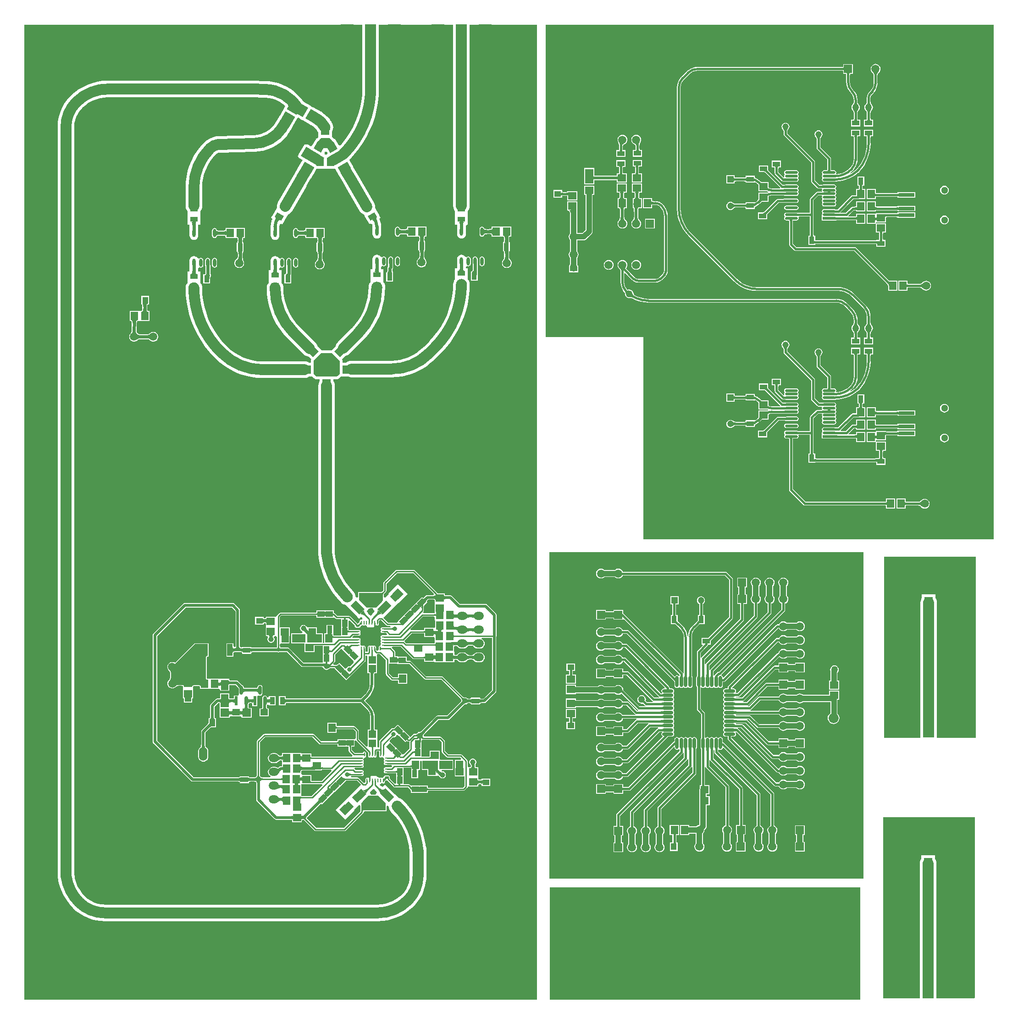
<source format=gtl>
G04*
G04 #@! TF.GenerationSoftware,Altium Limited,Altium Designer,24.0.1 (36)*
G04*
G04 Layer_Physical_Order=1*
G04 Layer_Color=255*
%FSLAX44Y44*%
%MOMM*%
G71*
G04*
G04 #@! TF.SameCoordinates,B3AD537C-9D1A-4887-B287-0D13266BF09F*
G04*
G04*
G04 #@! TF.FilePolarity,Positive*
G04*
G01*
G75*
%ADD13C,0.6000*%
%ADD16C,0.5000*%
%ADD17C,0.2540*%
%ADD21R,5.0800X2.0530*%
%ADD22R,5.0800X2.4130*%
%ADD23R,2.0530X5.0800*%
%ADD24R,2.4130X5.0800*%
%ADD25R,1.5500X1.4000*%
%ADD26R,3.0000X0.7000*%
%ADD27R,6.0400X3.4000*%
%ADD28R,1.4000X1.5500*%
%ADD29R,0.9500X1.4000*%
%ADD30R,1.4000X0.9500*%
%ADD31R,1.5500X1.5000*%
G04:AMPARAMS|DCode=32|XSize=1.0546mm|YSize=1.3562mm|CornerRadius=0mm|HoleSize=0mm|Usage=FLASHONLY|Rotation=135.000|XOffset=0mm|YOffset=0mm|HoleType=Round|Shape=Rectangle|*
%AMROTATEDRECTD32*
4,1,4,0.8524,0.1066,-0.1066,-0.8524,-0.8524,-0.1066,0.1066,0.8524,0.8524,0.1066,0.0*
%
%ADD32ROTATEDRECTD32*%

%ADD33R,1.4500X1.2500*%
%ADD34R,1.5000X1.5500*%
%ADD35R,1.3562X1.0546*%
%ADD36R,1.0546X1.3562*%
G04:AMPARAMS|DCode=37|XSize=1.0546mm|YSize=1.3562mm|CornerRadius=0mm|HoleSize=0mm|Usage=FLASHONLY|Rotation=225.000|XOffset=0mm|YOffset=0mm|HoleType=Round|Shape=Rectangle|*
%AMROTATEDRECTD37*
4,1,4,-0.1066,0.8524,0.8524,-0.1066,0.1066,-0.8524,-0.8524,0.1066,-0.1066,0.8524,0.0*
%
%ADD37ROTATEDRECTD37*%

%ADD38R,1.4500X1.3500*%
G04:AMPARAMS|DCode=39|XSize=0.95mm|YSize=1.4mm|CornerRadius=0mm|HoleSize=0mm|Usage=FLASHONLY|Rotation=45.000|XOffset=0mm|YOffset=0mm|HoleType=Round|Shape=Rectangle|*
%AMROTATEDRECTD39*
4,1,4,0.1591,-0.8309,-0.8309,0.1591,-0.1591,0.8309,0.8309,-0.1591,0.1591,-0.8309,0.0*
%
%ADD39ROTATEDRECTD39*%

G04:AMPARAMS|DCode=40|XSize=0.95mm|YSize=1.4mm|CornerRadius=0mm|HoleSize=0mm|Usage=FLASHONLY|Rotation=135.000|XOffset=0mm|YOffset=0mm|HoleType=Round|Shape=Rectangle|*
%AMROTATEDRECTD40*
4,1,4,0.8309,0.1591,-0.1591,-0.8309,-0.8309,-0.1591,0.1591,0.8309,0.8309,0.1591,0.0*
%
%ADD40ROTATEDRECTD40*%

%ADD41R,1.3000X1.1000*%
G04:AMPARAMS|DCode=42|XSize=1.6587mm|YSize=0.6268mm|CornerRadius=0.3134mm|HoleSize=0mm|Usage=FLASHONLY|Rotation=90.000|XOffset=0mm|YOffset=0mm|HoleType=Round|Shape=RoundedRectangle|*
%AMROUNDEDRECTD42*
21,1,1.6587,0.0000,0,0,90.0*
21,1,1.0319,0.6268,0,0,90.0*
1,1,0.6268,0.0000,0.5159*
1,1,0.6268,0.0000,-0.5159*
1,1,0.6268,0.0000,-0.5159*
1,1,0.6268,0.0000,0.5159*
%
%ADD42ROUNDEDRECTD42*%
%ADD43R,0.6268X1.6587*%
G04:AMPARAMS|DCode=44|XSize=1.6587mm|YSize=0.627mm|CornerRadius=0.3135mm|HoleSize=0mm|Usage=FLASHONLY|Rotation=90.000|XOffset=0mm|YOffset=0mm|HoleType=Round|Shape=RoundedRectangle|*
%AMROUNDEDRECTD44*
21,1,1.6587,0.0000,0,0,90.0*
21,1,1.0317,0.6270,0,0,90.0*
1,1,0.6270,0.0000,0.5159*
1,1,0.6270,0.0000,-0.5159*
1,1,0.6270,0.0000,-0.5159*
1,1,0.6270,0.0000,0.5159*
%
%ADD44ROUNDEDRECTD44*%
%ADD45R,1.3500X1.0000*%
%ADD46R,1.0000X1.3500*%
%ADD47R,1.4500X1.1500*%
%ADD48R,1.5500X1.3500*%
%ADD49R,1.3500X1.5500*%
G04:AMPARAMS|DCode=50|XSize=1.55mm|YSize=1.4mm|CornerRadius=0mm|HoleSize=0mm|Usage=FLASHONLY|Rotation=135.000|XOffset=0mm|YOffset=0mm|HoleType=Round|Shape=Rectangle|*
%AMROTATEDRECTD50*
4,1,4,1.0430,-0.0530,0.0530,-1.0430,-1.0430,0.0530,-0.0530,1.0430,1.0430,-0.0530,0.0*
%
%ADD50ROTATEDRECTD50*%

G04:AMPARAMS|DCode=51|XSize=1.55mm|YSize=1.4mm|CornerRadius=0mm|HoleSize=0mm|Usage=FLASHONLY|Rotation=45.000|XOffset=0mm|YOffset=0mm|HoleType=Round|Shape=Rectangle|*
%AMROTATEDRECTD51*
4,1,4,-0.0530,-1.0430,-1.0430,-0.0530,0.0530,1.0430,1.0430,0.0530,-0.0530,-1.0430,0.0*
%
%ADD51ROTATEDRECTD51*%

%ADD52O,0.8000X0.2500*%
%ADD53O,0.2500X0.8000*%
%ADD54R,3.1000X3.1000*%
%ADD55R,0.9500X1.3500*%
%ADD56R,3.3000X2.2000*%
%ADD57R,1.0000X2.2000*%
G04:AMPARAMS|DCode=58|XSize=1.55mm|YSize=1.4mm|CornerRadius=0mm|HoleSize=0mm|Usage=FLASHONLY|Rotation=150.000|XOffset=0mm|YOffset=0mm|HoleType=Round|Shape=Rectangle|*
%AMROTATEDRECTD58*
4,1,4,1.0212,0.2187,0.3212,-0.9937,-1.0212,-0.2187,-0.3212,0.9937,1.0212,0.2187,0.0*
%
%ADD58ROTATEDRECTD58*%

G04:AMPARAMS|DCode=59|XSize=1.55mm|YSize=1.4mm|CornerRadius=0mm|HoleSize=0mm|Usage=FLASHONLY|Rotation=210.000|XOffset=0mm|YOffset=0mm|HoleType=Round|Shape=Rectangle|*
%AMROTATEDRECTD59*
4,1,4,0.3212,0.9937,1.0212,-0.2187,-0.3212,-0.9937,-1.0212,0.2187,0.3212,0.9937,0.0*
%
%ADD59ROTATEDRECTD59*%

G04:AMPARAMS|DCode=60|XSize=2.053mm|YSize=1.4mm|CornerRadius=0mm|HoleSize=0mm|Usage=FLASHONLY|Rotation=210.000|XOffset=0mm|YOffset=0mm|HoleType=Round|Shape=Rectangle|*
%AMROTATEDRECTD60*
4,1,4,0.5390,1.1195,1.2390,-0.0930,-0.5390,-1.1195,-1.2390,0.0930,0.5390,1.1195,0.0*
%
%ADD60ROTATEDRECTD60*%

G04:AMPARAMS|DCode=61|XSize=2.053mm|YSize=1.25mm|CornerRadius=0mm|HoleSize=0mm|Usage=FLASHONLY|Rotation=210.000|XOffset=0mm|YOffset=0mm|HoleType=Round|Shape=Rectangle|*
%AMROTATEDRECTD61*
4,1,4,0.5765,1.0545,1.2015,-0.0280,-0.5765,-1.0545,-1.2015,0.0280,0.5765,1.0545,0.0*
%
%ADD61ROTATEDRECTD61*%

G04:AMPARAMS|DCode=62|XSize=0.95mm|YSize=1.4mm|CornerRadius=0mm|HoleSize=0mm|Usage=FLASHONLY|Rotation=240.000|XOffset=0mm|YOffset=0mm|HoleType=Round|Shape=Rectangle|*
%AMROTATEDRECTD62*
4,1,4,-0.3687,0.7614,0.8437,0.0614,0.3687,-0.7614,-0.8437,-0.0614,-0.3687,0.7614,0.0*
%
%ADD62ROTATEDRECTD62*%

G04:AMPARAMS|DCode=63|XSize=0.95mm|YSize=1.4mm|CornerRadius=0mm|HoleSize=0mm|Usage=FLASHONLY|Rotation=300.000|XOffset=0mm|YOffset=0mm|HoleType=Round|Shape=Rectangle|*
%AMROTATEDRECTD63*
4,1,4,-0.8437,0.0614,0.3687,0.7614,0.8437,-0.0614,-0.3687,-0.7614,-0.8437,0.0614,0.0*
%
%ADD63ROTATEDRECTD63*%

%ADD64O,0.6000X1.5000*%
G04:AMPARAMS|DCode=65|XSize=1.55mm|YSize=1.4mm|CornerRadius=0mm|HoleSize=0mm|Usage=FLASHONLY|Rotation=300.000|XOffset=0mm|YOffset=0mm|HoleType=Round|Shape=Rectangle|*
%AMROTATEDRECTD65*
4,1,4,-0.9937,0.3212,0.2187,1.0212,0.9937,-0.3212,-0.2187,-1.0212,-0.9937,0.3212,0.0*
%
%ADD65ROTATEDRECTD65*%

G04:AMPARAMS|DCode=66|XSize=2.053mm|YSize=1.4mm|CornerRadius=0mm|HoleSize=0mm|Usage=FLASHONLY|Rotation=150.000|XOffset=0mm|YOffset=0mm|HoleType=Round|Shape=Rectangle|*
%AMROTATEDRECTD66*
4,1,4,1.2390,0.0930,0.5390,-1.1195,-1.2390,-0.0930,-0.5390,1.1195,1.2390,0.0930,0.0*
%
%ADD66ROTATEDRECTD66*%

G04:AMPARAMS|DCode=67|XSize=2.053mm|YSize=1.25mm|CornerRadius=0mm|HoleSize=0mm|Usage=FLASHONLY|Rotation=150.000|XOffset=0mm|YOffset=0mm|HoleType=Round|Shape=Rectangle|*
%AMROTATEDRECTD67*
4,1,4,1.2015,0.0280,0.5765,-1.0545,-1.2015,-0.0280,-0.5765,1.0545,1.2015,0.0280,0.0*
%
%ADD67ROTATEDRECTD67*%

G04:AMPARAMS|DCode=68|XSize=1.55mm|YSize=1.4mm|CornerRadius=0mm|HoleSize=0mm|Usage=FLASHONLY|Rotation=60.000|XOffset=0mm|YOffset=0mm|HoleType=Round|Shape=Rectangle|*
%AMROTATEDRECTD68*
4,1,4,0.2187,-1.0212,-0.9937,-0.3212,-0.2187,1.0212,0.9937,0.3212,0.2187,-1.0212,0.0*
%
%ADD68ROTATEDRECTD68*%

G04:AMPARAMS|DCode=69|XSize=1.55mm|YSize=1.3mm|CornerRadius=0mm|HoleSize=0mm|Usage=FLASHONLY|Rotation=240.000|XOffset=0mm|YOffset=0mm|HoleType=Round|Shape=Rectangle|*
%AMROTATEDRECTD69*
4,1,4,-0.1754,0.9962,0.9504,0.3462,0.1754,-0.9962,-0.9504,-0.3462,-0.1754,0.9962,0.0*
%
%ADD69ROTATEDRECTD69*%

G04:AMPARAMS|DCode=70|XSize=1.55mm|YSize=1.35mm|CornerRadius=0mm|HoleSize=0mm|Usage=FLASHONLY|Rotation=240.000|XOffset=0mm|YOffset=0mm|HoleType=Round|Shape=Rectangle|*
%AMROTATEDRECTD70*
4,1,4,-0.1971,1.0087,0.9721,0.3337,0.1971,-1.0087,-0.9721,-0.3337,-0.1971,1.0087,0.0*
%
%ADD70ROTATEDRECTD70*%

G04:AMPARAMS|DCode=71|XSize=2mm|YSize=1.4mm|CornerRadius=0mm|HoleSize=0mm|Usage=FLASHONLY|Rotation=240.000|XOffset=0mm|YOffset=0mm|HoleType=Round|Shape=Rectangle|*
%AMROTATEDRECTD71*
4,1,4,-0.1062,1.2160,1.1062,0.5160,0.1062,-1.2160,-1.1062,-0.5160,-0.1062,1.2160,0.0*
%
%ADD71ROTATEDRECTD71*%

G04:AMPARAMS|DCode=72|XSize=1.55mm|YSize=1.4mm|CornerRadius=0mm|HoleSize=0mm|Usage=FLASHONLY|Rotation=140.000|XOffset=0mm|YOffset=0mm|HoleType=Round|Shape=Rectangle|*
%AMROTATEDRECTD72*
4,1,4,1.0436,0.0381,0.1437,-1.0344,-1.0436,-0.0381,-0.1437,1.0344,1.0436,0.0381,0.0*
%
%ADD72ROTATEDRECTD72*%

%ADD73R,1.1000X1.3000*%
%ADD74O,2.0500X0.6000*%
%ADD75O,0.6000X2.0500*%
G04:AMPARAMS|DCode=76|XSize=2.3528mm|YSize=0.4949mm|CornerRadius=0.2475mm|HoleSize=0mm|Usage=FLASHONLY|Rotation=180.000|XOffset=0mm|YOffset=0mm|HoleType=Round|Shape=RoundedRectangle|*
%AMROUNDEDRECTD76*
21,1,2.3528,0.0000,0,0,180.0*
21,1,1.8579,0.4949,0,0,180.0*
1,1,0.4949,-0.9290,0.0000*
1,1,0.4949,0.9290,0.0000*
1,1,0.4949,0.9290,0.0000*
1,1,0.4949,-0.9290,0.0000*
%
%ADD76ROUNDEDRECTD76*%
%ADD77R,2.3528X0.4949*%
%ADD127R,1.1500X1.1500*%
%ADD128C,1.1500*%
%ADD129R,1.1500X1.1500*%
%ADD135C,2.0526*%
%ADD136C,0.3810*%
%ADD137C,1.0000*%
%ADD138C,1.5000*%
%ADD139R,1.5000X1.5000*%
%ADD140C,1.3000*%
%ADD141O,1.9000X1.5000*%
G04:AMPARAMS|DCode=142|XSize=2.54mm|YSize=1.524mm|CornerRadius=0mm|HoleSize=0mm|Usage=FLASHONLY|Rotation=270.000|XOffset=0mm|YOffset=0mm|HoleType=Round|Shape=Octagon|*
%AMOCTAGOND142*
4,1,8,-0.3810,-1.2700,0.3810,-1.2700,0.7620,-0.8890,0.7620,0.8890,0.3810,1.2700,-0.3810,1.2700,-0.7620,0.8890,-0.7620,-0.8890,-0.3810,-1.2700,0.0*
%
%ADD142OCTAGOND142*%

%ADD143O,1.5240X2.5400*%
%ADD144R,1.2000X1.2000*%
%ADD145C,1.2000*%
%ADD146R,1.5000X1.5000*%
%ADD147R,1.8500X1.8500*%
%ADD148C,1.8500*%
%ADD149R,1.2000X1.2000*%
%ADD150C,0.8000*%
%ADD151C,0.6000*%
%ADD152C,5.0000*%
%ADD153C,1.0000*%
%ADD154C,1.2700*%
G36*
X1447200Y3417100D02*
X1446008Y3415220D01*
X1444260Y3420040D01*
X1447200Y3417100D01*
D02*
G37*
G36*
X1521820Y3356918D02*
X1522266Y3356250D01*
X1522659Y3355551D01*
X1525884Y3351789D01*
X1526301Y3351461D01*
X1526651Y3351062D01*
X1527076Y3350853D01*
X1527448Y3350561D01*
X1527959Y3350417D01*
X1528400Y3350200D01*
X1529474Y3348947D01*
X1529607Y3348717D01*
X1518860Y3337970D01*
X1501030Y3337970D01*
X1496000Y3343000D01*
X1496996Y3344993D01*
X1500718Y3351438D01*
X1501097Y3351550D01*
X1501438Y3351826D01*
X1501831Y3352019D01*
X1502204Y3352445D01*
X1502644Y3352800D01*
X1504946Y3355564D01*
X1505313Y3356238D01*
X1505740Y3356877D01*
X1505768Y3357020D01*
X1521800D01*
X1521820Y3356918D01*
D02*
G37*
G36*
X1538699Y3331497D02*
X1533889Y3307444D01*
X1529000Y3306000D01*
X1517634Y3319261D01*
X1517826Y3320516D01*
X1525000Y3325000D01*
X1537669Y3332239D01*
X1538699Y3331497D01*
D02*
G37*
G36*
X1510442Y3321558D02*
X1511461Y3320539D01*
X1499000Y3306000D01*
X1468963Y3323522D01*
X1478663Y3340322D01*
X1510442Y3321558D01*
D02*
G37*
G36*
X1431161Y3205271D02*
X1430644Y3205500D01*
X1430120Y3205594D01*
X1429589Y3205555D01*
X1429049Y3205380D01*
X1428502Y3205072D01*
X1427946Y3204629D01*
X1427384Y3204051D01*
X1426813Y3203339D01*
X1426234Y3202492D01*
X1425648Y3201512D01*
X1420405Y3204531D01*
X1420941Y3205542D01*
X1421366Y3206478D01*
X1421680Y3207339D01*
X1421885Y3208124D01*
X1421979Y3208835D01*
X1421962Y3209470D01*
X1421835Y3210030D01*
X1421598Y3210514D01*
X1421250Y3210923D01*
X1420792Y3211257D01*
X1431161Y3205271D01*
D02*
G37*
G36*
X1608850Y3210923D02*
X1608502Y3210514D01*
X1608265Y3210029D01*
X1608138Y3209470D01*
X1608121Y3208835D01*
X1608215Y3208124D01*
X1608419Y3207339D01*
X1608734Y3206478D01*
X1609159Y3205542D01*
X1609695Y3204530D01*
X1604452Y3201512D01*
X1603866Y3202492D01*
X1603287Y3203339D01*
X1602716Y3204051D01*
X1602153Y3204628D01*
X1601598Y3205072D01*
X1601051Y3205380D01*
X1600511Y3205555D01*
X1599980Y3205594D01*
X1599456Y3205500D01*
X1598939Y3205271D01*
X1609308Y3211257D01*
X1608850Y3210923D01*
D02*
G37*
G36*
X1770670Y3202050D02*
X1770160Y3201870D01*
X1769710Y3201568D01*
X1769320Y3201146D01*
X1768990Y3200603D01*
X1768720Y3199940D01*
X1768510Y3199156D01*
X1768360Y3198251D01*
X1768270Y3197226D01*
X1768240Y3196080D01*
X1762240D01*
X1762210Y3197226D01*
X1762120Y3198251D01*
X1761970Y3199156D01*
X1761760Y3199940D01*
X1761490Y3200603D01*
X1761160Y3201146D01*
X1760770Y3201568D01*
X1760320Y3201870D01*
X1759810Y3202050D01*
X1759240Y3202111D01*
X1771240D01*
X1770670Y3202050D01*
D02*
G37*
G36*
X1276640D02*
X1276130Y3201870D01*
X1275680Y3201568D01*
X1275290Y3201146D01*
X1274960Y3200603D01*
X1274690Y3199940D01*
X1274480Y3199156D01*
X1274330Y3198251D01*
X1274240Y3197226D01*
X1274210Y3196080D01*
X1268210D01*
X1268180Y3197226D01*
X1268090Y3198251D01*
X1267940Y3199156D01*
X1267730Y3199940D01*
X1267460Y3200603D01*
X1267130Y3201146D01*
X1266740Y3201568D01*
X1266290Y3201870D01*
X1265780Y3202050D01*
X1265210Y3202111D01*
X1277210D01*
X1276640Y3202050D01*
D02*
G37*
G36*
X1905000Y1766000D02*
X958000D01*
Y3566000D01*
X1582310D01*
Y3537838D01*
X1582263Y3537360D01*
Y3448460D01*
X1582311Y3447970D01*
X1581848Y3436187D01*
X1580405Y3423989D01*
X1578008Y3411942D01*
X1574674Y3400121D01*
X1570423Y3388597D01*
X1565281Y3377443D01*
X1559279Y3366726D01*
X1552455Y3356513D01*
X1544851Y3346867D01*
X1541179Y3342895D01*
X1538694Y3343173D01*
X1534022Y3351266D01*
X1534022Y3351266D01*
X1533889Y3351496D01*
X1533889Y3351496D01*
X1531292Y3355995D01*
X1529761Y3355111D01*
X1529757Y3355112D01*
X1529450Y3355470D01*
X1529427Y3355488D01*
X1526857Y3358487D01*
X1526709Y3358749D01*
X1526581Y3358900D01*
X1526530Y3359022D01*
Y3368966D01*
X1527369Y3370535D01*
X1528241Y3373412D01*
X1528536Y3376404D01*
X1528241Y3379396D01*
X1527773Y3380941D01*
X1527369Y3382273D01*
X1526875Y3383198D01*
X1525763Y3385436D01*
X1525386Y3386202D01*
X1522231Y3390923D01*
X1522614Y3391379D01*
X1520529Y3393129D01*
X1516861Y3397312D01*
X1511585Y3401938D01*
X1505751Y3405837D01*
X1505007Y3406203D01*
X1503080Y3407770D01*
X1503080D01*
X1500823Y3408293D01*
X1500744Y3408335D01*
X1498755Y3408938D01*
X1491172Y3413316D01*
X1489155Y3414481D01*
X1487137Y3415645D01*
X1473942Y3423264D01*
X1473919Y3423303D01*
X1468850Y3430137D01*
X1463136Y3436441D01*
X1456832Y3442155D01*
X1449998Y3447224D01*
X1442699Y3451598D01*
X1435008Y3455236D01*
X1426997Y3458103D01*
X1418743Y3460170D01*
X1410326Y3461418D01*
X1401828Y3461836D01*
Y3461836D01*
X1401806Y3461815D01*
X1381642Y3462510D01*
X1381510Y3462502D01*
X1381379Y3462517D01*
X1380922Y3462525D01*
X1380790Y3462514D01*
X1380658Y3462527D01*
X1140400D01*
X1139669Y3462455D01*
X1117860D01*
X1115423Y3462605D01*
D01*
X1112982Y3462710D01*
X1112759Y3462721D01*
X1103107Y3462246D01*
X1093547Y3460829D01*
X1084172Y3458480D01*
X1075073Y3455224D01*
X1066336Y3451092D01*
X1058047Y3446124D01*
X1050284Y3440367D01*
X1043123Y3433877D01*
X1043118Y3433882D01*
X1041485Y3432055D01*
X1037121Y3427171D01*
X1031912Y3419831D01*
X1027559Y3411953D01*
X1024115Y3403638D01*
X1021623Y3394989D01*
X1020115Y3386116D01*
X1019611Y3377130D01*
X1019663D01*
X1019663Y3377130D01*
Y1994336D01*
X1019655D01*
X1019981Y1991031D01*
X1020719Y1988597D01*
X1021171Y1985547D01*
X1023520Y1976172D01*
X1026776Y1967073D01*
X1030908Y1958336D01*
X1035876Y1950047D01*
X1041633Y1942284D01*
X1048123Y1935123D01*
X1048137Y1935137D01*
X1054182Y1929657D01*
X1060735Y1924797D01*
X1067733Y1920603D01*
X1075109Y1917114D01*
X1082791Y1914366D01*
X1090705Y1912383D01*
X1098776Y1911186D01*
X1106925Y1910786D01*
Y1910786D01*
X1109398Y1910722D01*
X1110000Y1910663D01*
X1609766Y1910663D01*
Y1910622D01*
X1619138Y1911082D01*
X1628419Y1912459D01*
X1637521Y1914739D01*
X1646355Y1917900D01*
X1654837Y1921911D01*
X1662885Y1926735D01*
X1670422Y1932325D01*
X1677374Y1938626D01*
X1677380Y1938620D01*
X1683250Y1945188D01*
X1688347Y1952372D01*
X1692608Y1960082D01*
X1695979Y1968220D01*
X1698417Y1976684D01*
X1699893Y1985368D01*
X1699956Y1986500D01*
X1700265D01*
Y1991996D01*
X1700387Y1994163D01*
X1700337D01*
Y2016900D01*
X1700265Y2017631D01*
Y2019570D01*
X1700350Y2019848D01*
X1700569Y2022072D01*
X1700560Y2022072D01*
X1700851Y2029485D01*
X1700397Y2041059D01*
X1700265Y2042171D01*
Y2047300D01*
X1699658D01*
X1699035Y2052562D01*
X1696775Y2063923D01*
X1693631Y2075072D01*
X1689622Y2085939D01*
X1684772Y2096459D01*
X1679112Y2106565D01*
X1672677Y2116197D01*
X1665506Y2125293D01*
X1659038Y2132290D01*
X1657643Y2133799D01*
X1657328Y2134090D01*
X1657309Y2134070D01*
X1655019Y2135949D01*
X1652367Y2137366D01*
X1649490Y2138239D01*
X1649425Y2138246D01*
X1642451Y2145220D01*
X1642518Y2145287D01*
X1624487Y2163318D01*
X1620357Y2159188D01*
X1620132Y2159015D01*
X1620021Y2159029D01*
X1619354Y2159247D01*
X1618335Y2159749D01*
X1617101Y2160531D01*
X1614485Y2162654D01*
X1615580Y2164985D01*
X1615925Y2164916D01*
X1616998Y2165130D01*
X1618425Y2165576D01*
X1619852Y2165130D01*
X1620925Y2164916D01*
X1621998Y2165130D01*
X1622908Y2165737D01*
X1623515Y2166647D01*
X1623729Y2167720D01*
Y2168113D01*
X1623760Y2168199D01*
X1623750Y2168409D01*
X1623760Y2168528D01*
X1623792Y2168676D01*
X1623853Y2168859D01*
X1623951Y2169075D01*
X1624091Y2169322D01*
X1624261Y2169578D01*
X1624801Y2170239D01*
X1625138Y2170592D01*
X1625200Y2170751D01*
X1625351Y2170840D01*
X1628386Y2170920D01*
X1640503Y2158803D01*
X1641419Y2158191D01*
X1642500Y2157976D01*
X1643003Y2158076D01*
X1666430D01*
X1669325Y2155181D01*
X1669388Y2155020D01*
X1669873Y2154518D01*
X1670676Y2153586D01*
X1670966Y2153194D01*
X1671209Y2152823D01*
X1671393Y2152492D01*
X1671523Y2152206D01*
X1671603Y2151971D01*
X1671642Y2151789D01*
X1671661Y2151537D01*
X1671719Y2151422D01*
Y2147669D01*
X1703381D01*
Y2151453D01*
X1703441Y2151470D01*
X1703681Y2151510D01*
X1704001Y2151538D01*
X1704433Y2151549D01*
X1704588Y2151618D01*
X1769242D01*
X1769242Y2151618D01*
X1770323Y2151833D01*
X1771239Y2152445D01*
X1775797Y2157003D01*
X1775797Y2157003D01*
X1776049Y2157380D01*
X1776482Y2157973D01*
X1778109Y2159185D01*
X1779039Y2159300D01*
X1795950D01*
Y2162531D01*
X1796004Y2162629D01*
X1796034Y2162913D01*
X1796052Y2162965D01*
X1796084Y2163012D01*
X1796176Y2163097D01*
X1796379Y2163220D01*
X1796718Y2163358D01*
X1797197Y2163486D01*
X1797812Y2163588D01*
X1798556Y2163653D01*
X1799124Y2163668D01*
X1799688Y2163653D01*
X1800426Y2163588D01*
X1801035Y2163487D01*
X1801510Y2163359D01*
X1801845Y2163222D01*
X1802045Y2163100D01*
X1802136Y2163015D01*
X1802167Y2162968D01*
X1802186Y2162915D01*
X1802216Y2162630D01*
X1802300Y2162475D01*
Y2160300D01*
X1818300D01*
Y2174300D01*
X1804800D01*
X1804157Y2174300D01*
X1804003Y2174384D01*
X1803869Y2174377D01*
X1803831Y2174393D01*
X1802300Y2174300D01*
Y2173096D01*
X1802216Y2172942D01*
X1802216Y2172942D01*
X1802187Y2172665D01*
X1802170Y2172619D01*
X1802142Y2172577D01*
X1802053Y2172495D01*
X1801852Y2172374D01*
X1801516Y2172238D01*
X1801039Y2172112D01*
X1800428Y2172011D01*
X1799689Y2171947D01*
X1799126Y2171932D01*
X1798556Y2171947D01*
X1797812Y2172012D01*
X1797197Y2172114D01*
X1796718Y2172242D01*
X1796379Y2172380D01*
X1796176Y2172503D01*
X1796084Y2172588D01*
X1796052Y2172635D01*
X1796034Y2172687D01*
X1796004Y2172971D01*
X1795950Y2173070D01*
Y2175800D01*
X1795950Y2176300D01*
Y2178300D01*
X1795950Y2178800D01*
Y2195300D01*
X1792025D01*
X1791870Y2195384D01*
X1791585Y2195414D01*
X1791532Y2195433D01*
X1791485Y2195464D01*
X1791400Y2195555D01*
X1791278Y2195755D01*
X1791141Y2196090D01*
X1791013Y2196565D01*
X1790912Y2197174D01*
X1790847Y2197912D01*
X1790841Y2198129D01*
X1790894Y2198867D01*
X1790941Y2199200D01*
X1791001Y2199503D01*
X1791068Y2199754D01*
X1791138Y2199954D01*
X1791205Y2200102D01*
X1791261Y2200199D01*
X1791368Y2200340D01*
X1791416Y2200524D01*
X1791501Y2200609D01*
X1792357Y2202091D01*
X1792800Y2203744D01*
Y2205456D01*
X1792357Y2207109D01*
X1791501Y2208591D01*
X1790291Y2209801D01*
X1788809Y2210657D01*
X1787156Y2211100D01*
X1785444D01*
X1783791Y2210657D01*
X1782309Y2209801D01*
X1781099Y2208591D01*
X1780243Y2207109D01*
X1779800Y2205456D01*
Y2203744D01*
X1780243Y2202091D01*
X1781099Y2200609D01*
X1781857Y2199851D01*
X1781968Y2199594D01*
X1782097Y2199469D01*
X1782152Y2199398D01*
X1782220Y2199286D01*
X1782294Y2199124D01*
X1782368Y2198909D01*
X1782436Y2198641D01*
X1782491Y2198343D01*
X1782542Y2197782D01*
X1782488Y2197174D01*
X1782387Y2196565D01*
X1782259Y2196090D01*
X1782122Y2195755D01*
X1782000Y2195555D01*
X1781915Y2195464D01*
X1781868Y2195433D01*
X1781815Y2195414D01*
X1781530Y2195384D01*
X1781375Y2195300D01*
X1777450Y2195300D01*
X1776624Y2197458D01*
Y2206374D01*
X1776624Y2206375D01*
X1776409Y2207455D01*
X1775797Y2208371D01*
X1775797Y2208372D01*
X1766175Y2217993D01*
X1765259Y2218605D01*
X1764178Y2218820D01*
X1764178Y2218820D01*
X1740874D01*
X1734538Y2225157D01*
Y2242787D01*
X1734538Y2242787D01*
X1734323Y2243867D01*
X1733710Y2244784D01*
X1733710Y2244784D01*
X1727697Y2250797D01*
X1726781Y2251409D01*
X1725700Y2251624D01*
X1725700Y2251624D01*
X1697602D01*
X1697534Y2251648D01*
X1697088Y2251859D01*
X1696264Y2252382D01*
X1695634Y2253629D01*
X1695531Y2254035D01*
X1695551Y2254138D01*
X1695596Y2254281D01*
X1695672Y2254462D01*
X1695787Y2254678D01*
X1695943Y2254927D01*
X1696130Y2255186D01*
X1696683Y2255839D01*
X1697020Y2256189D01*
X1697061Y2256294D01*
X1722989Y2282222D01*
X1740300D01*
X1740300Y2282222D01*
X1741861Y2282532D01*
X1743184Y2283416D01*
X1769089Y2309321D01*
X1769188Y2309358D01*
X1769910Y2310027D01*
X1770197Y2310258D01*
X1770473Y2310457D01*
X1770722Y2310613D01*
X1770938Y2310728D01*
X1771119Y2310805D01*
X1771262Y2310849D01*
X1771365Y2310869D01*
X1771546Y2310880D01*
X1771794Y2311000D01*
X1772356D01*
X1774009Y2311443D01*
X1775491Y2312299D01*
X1775888Y2312696D01*
X1776149Y2312786D01*
X1776284Y2312906D01*
X1776371Y2312965D01*
X1776503Y2313035D01*
X1776686Y2313109D01*
X1776920Y2313181D01*
X1777206Y2313246D01*
X1777522Y2313297D01*
X1778374Y2313368D01*
X1778860Y2313377D01*
X1778963Y2313422D01*
X1778987D01*
X1779088Y2313377D01*
X1779988Y2313353D01*
X1780726Y2313288D01*
X1781335Y2313187D01*
X1781810Y2313059D01*
X1782145Y2312922D01*
X1782345Y2312800D01*
X1782436Y2312715D01*
X1782467Y2312668D01*
X1782486Y2312615D01*
X1782516Y2312330D01*
X1782516Y2312330D01*
X1782600Y2312175D01*
Y2310900D01*
X1784131Y2310876D01*
X1784155Y2310887D01*
X1784301Y2310885D01*
X1784328Y2310900D01*
X1797100D01*
X1797838Y2310900D01*
X1797863Y2310886D01*
X1798008Y2310887D01*
X1798034Y2310876D01*
X1799600Y2310900D01*
Y2312227D01*
X1799653Y2312324D01*
X1799653Y2312324D01*
X1799684Y2312609D01*
X1799703Y2312662D01*
X1799736Y2312710D01*
X1799829Y2312796D01*
X1800033Y2312920D01*
X1800372Y2313058D01*
X1800851Y2313186D01*
X1801465Y2313288D01*
X1802208Y2313353D01*
X1803112Y2313377D01*
X1803212Y2313422D01*
X1807400D01*
X1807400Y2313422D01*
X1808961Y2313732D01*
X1810284Y2314616D01*
X1828534Y2332866D01*
X1828534Y2332866D01*
X1829418Y2334189D01*
X1829729Y2335750D01*
X1829729Y2335750D01*
Y2435994D01*
X1829978Y2437250D01*
Y2476400D01*
X1829668Y2477961D01*
X1828784Y2479284D01*
X1828784Y2479284D01*
X1812584Y2495484D01*
X1811261Y2496368D01*
X1809700Y2496678D01*
X1809700Y2496678D01*
X1762189D01*
X1747684Y2511184D01*
X1746361Y2512068D01*
X1744800Y2512378D01*
X1744800Y2512378D01*
X1737862D01*
X1737762Y2512423D01*
X1736856Y2512447D01*
X1736112Y2512512D01*
X1735497Y2512614D01*
X1735018Y2512742D01*
X1734678Y2512880D01*
X1734476Y2513003D01*
X1734384Y2513088D01*
X1734352Y2513135D01*
X1734334Y2513187D01*
X1734304Y2513471D01*
X1734250Y2513569D01*
Y2516000D01*
X1721300D01*
X1721279Y2516107D01*
X1720667Y2517023D01*
X1720667Y2517023D01*
X1679293Y2558397D01*
X1678376Y2559009D01*
X1677296Y2559224D01*
X1677295Y2559224D01*
X1645200D01*
X1644119Y2559009D01*
X1643203Y2558397D01*
X1643203Y2558397D01*
X1621873Y2537067D01*
X1621261Y2536151D01*
X1621046Y2535070D01*
X1621046Y2535070D01*
Y2521970D01*
X1619288Y2520213D01*
X1619135Y2520156D01*
X1618194Y2519282D01*
X1617840Y2518999D01*
X1617532Y2518784D01*
X1617387Y2518700D01*
X1616678D01*
X1616498Y2518756D01*
X1616392Y2518700D01*
X1616351D01*
X1616255Y2518714D01*
X1616235Y2518700D01*
X1616134D01*
X1615875Y2518838D01*
X1615794Y2518814D01*
X1615716Y2518846D01*
X1575846D01*
X1575735Y2518800D01*
X1574500D01*
Y2517892D01*
X1574223Y2517222D01*
Y2509014D01*
X1571913Y2508058D01*
X1569770Y2510200D01*
X1569544Y2512495D01*
X1568671Y2515372D01*
X1567254Y2518024D01*
X1565347Y2520348D01*
X1565312Y2520376D01*
X1563586Y2522158D01*
X1558146Y2528094D01*
X1551940Y2536183D01*
X1546462Y2544782D01*
X1541754Y2553825D01*
X1537852Y2563244D01*
X1534787Y2572968D01*
X1532580Y2582921D01*
X1531391Y2591949D01*
X1531391Y2591949D01*
X1531391D01*
X1531365Y2591973D01*
Y2615369D01*
X1531437Y2616100D01*
Y2808206D01*
X1531585D01*
Y2842211D01*
X1531657Y2842942D01*
X1531657Y2842942D01*
Y2899820D01*
X1531362Y2902812D01*
X1530490Y2905689D01*
X1529072Y2908341D01*
X1529070Y2908344D01*
Y2911232D01*
X1535047D01*
X1536998Y2911620D01*
X1537549Y2911848D01*
X1538172Y2912265D01*
X1539203Y2912953D01*
X1541099Y2914850D01*
X1541099Y2914850D01*
X1542530Y2916280D01*
X1555891D01*
X1556171Y2916130D01*
X1559048Y2915258D01*
X1562040Y2914963D01*
X1635700D01*
Y2914929D01*
X1645591Y2915361D01*
X1655406Y2916653D01*
X1665072Y2918796D01*
X1674514Y2921773D01*
X1683661Y2925562D01*
X1692442Y2930133D01*
X1700792Y2935452D01*
X1708647Y2941479D01*
X1715946Y2948168D01*
X1715946Y2948168D01*
X1717689Y2949960D01*
X1727203Y2959473D01*
X1727203Y2959473D01*
X1727233Y2959443D01*
X1736099Y2968966D01*
X1744263Y2979098D01*
X1751684Y2989785D01*
X1758324Y3000976D01*
X1764148Y3012611D01*
X1769127Y3024632D01*
X1773236Y3036978D01*
X1776454Y3049585D01*
X1778764Y3062390D01*
X1780155Y3075327D01*
X1780548Y3086343D01*
X1780551Y3086343D01*
X1780567Y3086510D01*
X1780272Y3089502D01*
X1779400Y3092379D01*
X1777982Y3095031D01*
X1777240Y3095935D01*
Y3116580D01*
X1773372D01*
X1773362Y3116694D01*
X1773336Y3117683D01*
X1773309Y3117803D01*
Y3119036D01*
X1775809Y3120372D01*
X1776184Y3120121D01*
X1777940Y3119772D01*
X1779696Y3120121D01*
X1781184Y3121116D01*
X1782179Y3122604D01*
X1782528Y3124360D01*
Y3133360D01*
X1782179Y3135116D01*
X1781184Y3136604D01*
X1779696Y3137599D01*
X1777940Y3137948D01*
X1776184Y3137599D01*
X1775139Y3136900D01*
X1773117Y3137110D01*
X1772228Y3137394D01*
X1770946Y3139066D01*
X1769274Y3140348D01*
X1767328Y3141154D01*
X1765240Y3141429D01*
X1763152Y3141154D01*
X1761205Y3140348D01*
X1759534Y3139066D01*
X1758252Y3137394D01*
X1757446Y3135448D01*
X1757171Y3133360D01*
Y3128860D01*
Y3117803D01*
X1757144Y3117683D01*
X1757118Y3116694D01*
X1757108Y3116580D01*
X1753240D01*
Y3095960D01*
X1752478Y3095031D01*
X1751061Y3092379D01*
X1750188Y3089502D01*
X1749910Y3086677D01*
X1749902Y3086677D01*
X1749499Y3076434D01*
X1748100Y3064611D01*
X1745777Y3052935D01*
X1742546Y3041476D01*
X1738425Y3030307D01*
X1733441Y3019496D01*
X1727624Y3009108D01*
X1721010Y2999209D01*
X1713639Y2989860D01*
X1707247Y2982945D01*
X1705513Y2981163D01*
X1705513Y2981163D01*
X1696000Y2971649D01*
X1694232Y2969882D01*
X1692433Y2968188D01*
X1688242Y2964390D01*
X1681714Y2959549D01*
X1674743Y2955370D01*
X1667395Y2951895D01*
X1659742Y2949157D01*
X1651858Y2947182D01*
X1643818Y2945989D01*
X1636016Y2945606D01*
X1635700Y2945637D01*
X1562040D01*
X1559048Y2945342D01*
X1556171Y2944470D01*
X1553519Y2943052D01*
X1551969Y2941780D01*
X1545548D01*
Y2945540D01*
X1545512Y2945720D01*
X1545535Y2945901D01*
X1545319Y2946689D01*
X1545160Y2947491D01*
X1545058Y2947643D01*
X1545010Y2947820D01*
X1544678Y2948247D01*
X1550687Y2954255D01*
X1550690Y2954256D01*
X1553567Y2955128D01*
X1556219Y2956546D01*
X1558543Y2958453D01*
X1582186Y2982096D01*
X1583977Y2983841D01*
X1583977Y2983841D01*
X1591333Y2991799D01*
X1598042Y3000309D01*
X1604062Y3009319D01*
X1609357Y3018774D01*
X1613894Y3028615D01*
X1617645Y3038782D01*
X1620586Y3049212D01*
X1622700Y3059840D01*
X1623974Y3070602D01*
X1624400Y3081430D01*
X1624367D01*
X1624072Y3084422D01*
X1623200Y3087299D01*
X1621782Y3089951D01*
X1621030Y3090867D01*
Y3094900D01*
Y3114400D01*
X1617162D01*
X1617152Y3114514D01*
X1617126Y3115503D01*
X1617099Y3115623D01*
Y3119036D01*
X1619599Y3120372D01*
X1619974Y3120121D01*
X1621730Y3119772D01*
X1623486Y3120121D01*
X1624974Y3121116D01*
X1625969Y3122604D01*
X1626318Y3124360D01*
Y3133360D01*
X1625969Y3135116D01*
X1624974Y3136604D01*
X1623486Y3137599D01*
X1621730Y3137948D01*
X1619974Y3137599D01*
X1618929Y3136900D01*
X1616907Y3137110D01*
X1616018Y3137394D01*
X1614736Y3139066D01*
X1613065Y3140348D01*
X1611118Y3141154D01*
X1609030Y3141429D01*
X1606942Y3141154D01*
X1604996Y3140348D01*
X1603324Y3139066D01*
X1602042Y3137394D01*
X1601236Y3135448D01*
X1600961Y3133360D01*
Y3128860D01*
Y3115623D01*
X1600934Y3115503D01*
X1600908Y3114514D01*
X1600898Y3114400D01*
X1597030D01*
Y3094900D01*
Y3090868D01*
X1596278Y3089951D01*
X1594861Y3087299D01*
X1593988Y3084422D01*
X1593693Y3081430D01*
X1593693D01*
X1593740Y3081381D01*
X1593334Y3072073D01*
X1592111Y3062788D01*
X1590084Y3053645D01*
X1587268Y3044713D01*
X1583684Y3036060D01*
X1579359Y3027753D01*
X1574327Y3019854D01*
X1568626Y3012424D01*
X1563973Y3007346D01*
X1562264Y3005554D01*
X1560496Y3003786D01*
X1536853Y2980143D01*
X1534946Y2977819D01*
X1533529Y2975167D01*
X1532656Y2972290D01*
X1532655Y2972287D01*
X1524977Y2964608D01*
X1507663D01*
X1499061Y2973210D01*
X1498740Y2974269D01*
X1497322Y2976921D01*
X1495415Y2979245D01*
X1495414Y2979245D01*
X1466040Y3008620D01*
X1465678Y3008917D01*
X1459319Y3015933D01*
X1453401Y3023913D01*
X1448293Y3032435D01*
X1444045Y3041416D01*
X1440698Y3050771D01*
X1438284Y3060409D01*
X1436826Y3070237D01*
X1436342Y3080091D01*
X1436407Y3080160D01*
X1436407D01*
X1436112Y3083152D01*
X1435240Y3086029D01*
X1433822Y3088681D01*
X1433070Y3089597D01*
Y3093630D01*
Y3113130D01*
X1429202D01*
X1429192Y3113244D01*
X1429166Y3114233D01*
X1429139Y3114353D01*
Y3116495D01*
X1431639Y3117832D01*
X1432014Y3117581D01*
X1433770Y3117232D01*
X1435526Y3117581D01*
X1437014Y3118576D01*
X1438009Y3120064D01*
X1438358Y3121820D01*
Y3130820D01*
X1438009Y3132576D01*
X1437014Y3134064D01*
X1435526Y3135059D01*
X1433770Y3135408D01*
X1432014Y3135059D01*
X1430969Y3134360D01*
X1428947Y3134570D01*
X1428058Y3134854D01*
X1426776Y3136526D01*
X1425105Y3137808D01*
X1423158Y3138614D01*
X1421070Y3138889D01*
X1418982Y3138614D01*
X1417036Y3137808D01*
X1415364Y3136526D01*
X1414082Y3134854D01*
X1413276Y3132908D01*
X1413001Y3130820D01*
Y3126320D01*
Y3114353D01*
X1412974Y3114233D01*
X1412948Y3113244D01*
X1412938Y3113130D01*
X1409070D01*
Y3093630D01*
Y3089597D01*
X1408318Y3088681D01*
X1406900Y3086029D01*
X1406028Y3083152D01*
X1405733Y3080160D01*
X1405681D01*
X1406183Y3068664D01*
X1407685Y3057256D01*
X1410176Y3046022D01*
X1413636Y3035048D01*
X1418039Y3024417D01*
X1423352Y3014211D01*
X1429535Y3004506D01*
X1436540Y2995377D01*
X1444314Y2986894D01*
X1444350Y2986930D01*
X1473725Y2957555D01*
X1473725Y2957555D01*
X1476049Y2955648D01*
X1478701Y2954231D01*
X1481578Y2953358D01*
X1482990Y2953219D01*
X1487962Y2948247D01*
X1487630Y2947820D01*
X1487582Y2947643D01*
X1487480Y2947491D01*
X1487321Y2946689D01*
X1487105Y2945901D01*
X1487128Y2945720D01*
X1487092Y2945540D01*
Y2941780D01*
X1484204D01*
X1484201Y2941782D01*
X1481549Y2943199D01*
X1478672Y2944072D01*
X1475680Y2944367D01*
X1398028D01*
X1397643Y2944329D01*
X1389076Y2944750D01*
X1380209Y2946065D01*
X1371515Y2948243D01*
X1363075Y2951263D01*
X1354972Y2955095D01*
X1347284Y2959703D01*
X1340085Y2965043D01*
X1335023Y2969630D01*
X1333245Y2971388D01*
X1333245Y2971388D01*
X1330481Y2973943D01*
X1322475Y2982604D01*
X1315173Y2991866D01*
X1308620Y3001674D01*
X1302857Y3011964D01*
X1297919Y3022676D01*
X1293836Y3033741D01*
X1290635Y3045093D01*
X1288334Y3056661D01*
X1286947Y3068374D01*
X1286487Y3080097D01*
X1286547Y3080160D01*
X1286547D01*
X1286252Y3083152D01*
X1285380Y3086029D01*
X1283962Y3088681D01*
X1283210Y3089597D01*
Y3110590D01*
X1279342D01*
X1279332Y3110704D01*
X1279306Y3111693D01*
X1279279Y3111813D01*
Y3116495D01*
X1281779Y3117832D01*
X1282154Y3117581D01*
X1283910Y3117232D01*
X1285666Y3117581D01*
X1287154Y3118576D01*
X1288149Y3120064D01*
X1288498Y3121820D01*
Y3130820D01*
X1288149Y3132576D01*
X1287154Y3134064D01*
X1285666Y3135059D01*
X1283910Y3135408D01*
X1282154Y3135059D01*
X1281109Y3134360D01*
X1279087Y3134570D01*
X1278198Y3134854D01*
X1276916Y3136526D01*
X1275245Y3137808D01*
X1273298Y3138614D01*
X1271210Y3138889D01*
X1269122Y3138614D01*
X1267176Y3137808D01*
X1265504Y3136526D01*
X1264222Y3134854D01*
X1263416Y3132908D01*
X1263141Y3130820D01*
Y3121820D01*
Y3111813D01*
X1263114Y3111693D01*
X1263088Y3110704D01*
X1263078Y3110590D01*
X1259210D01*
Y3089597D01*
X1258458Y3088681D01*
X1257040Y3086029D01*
X1256168Y3083152D01*
X1255873Y3080160D01*
X1255832D01*
X1256292Y3067257D01*
X1257673Y3054420D01*
X1259965Y3041714D01*
X1263158Y3029204D01*
X1267235Y3016954D01*
X1272176Y3005025D01*
X1277955Y2993480D01*
X1284544Y2982376D01*
X1291907Y2971771D01*
X1300008Y2961718D01*
X1308806Y2952268D01*
X1310014Y2951143D01*
X1311777Y2949371D01*
X1311777Y2949371D01*
X1319611Y2942193D01*
X1328054Y2935714D01*
X1337030Y2929995D01*
X1346470Y2925081D01*
X1356303Y2921008D01*
X1366453Y2917808D01*
X1376844Y2915504D01*
X1387396Y2914115D01*
X1398028Y2913651D01*
Y2913693D01*
X1475680D01*
X1478672Y2913988D01*
X1481549Y2914861D01*
X1484201Y2916278D01*
X1484204Y2916280D01*
X1490110D01*
X1491541Y2914850D01*
X1491541Y2914850D01*
X1493437Y2912954D01*
X1493437Y2912953D01*
X1495091Y2911848D01*
X1495642Y2911620D01*
X1497593Y2911232D01*
X1503570D01*
Y2908344D01*
X1503568Y2908341D01*
X1502151Y2905689D01*
X1501278Y2902812D01*
X1500983Y2899820D01*
Y2844956D01*
X1500763Y2842722D01*
X1500763Y2842722D01*
Y2616100D01*
X1500835Y2615369D01*
Y2590781D01*
X1500804Y2590472D01*
X1500835Y2590162D01*
Y2585700D01*
X1501307D01*
X1501965Y2580138D01*
X1504225Y2568777D01*
X1507369Y2557628D01*
X1511378Y2546761D01*
X1516228Y2536241D01*
X1521888Y2526135D01*
X1528323Y2516503D01*
X1535494Y2507407D01*
X1541962Y2500410D01*
X1543357Y2498901D01*
X1543672Y2498610D01*
X1543692Y2498630D01*
X1545981Y2496751D01*
X1548633Y2495334D01*
X1551510Y2494461D01*
X1551575Y2494454D01*
X1558549Y2487480D01*
X1558482Y2487413D01*
X1572431Y2473464D01*
X1572461Y2473402D01*
X1572718Y2473176D01*
X1572908Y2472891D01*
X1573196Y2472699D01*
X1576513Y2469382D01*
X1579545Y2472414D01*
X1579607Y2472444D01*
X1579700Y2472515D01*
X1580363Y2472282D01*
X1581386Y2471756D01*
X1582270Y2471181D01*
X1582475Y2470144D01*
X1582097Y2468149D01*
X1581148Y2467570D01*
X1580075Y2467784D01*
X1579002Y2467570D01*
X1578092Y2466963D01*
X1577485Y2466053D01*
X1577271Y2464980D01*
Y2464587D01*
X1577240Y2464501D01*
X1577250Y2464291D01*
X1577240Y2464172D01*
X1577208Y2464024D01*
X1577147Y2463842D01*
X1577049Y2463625D01*
X1576909Y2463378D01*
X1576739Y2463122D01*
X1576199Y2462461D01*
X1575862Y2462108D01*
X1575800Y2461949D01*
X1573856Y2460005D01*
X1573697Y2459943D01*
X1573522Y2459777D01*
X1559502Y2473797D01*
X1558586Y2474409D01*
X1557505Y2474624D01*
X1557505Y2474624D01*
X1550175D01*
X1550118Y2474662D01*
X1549927Y2474624D01*
X1549673D01*
X1549482Y2474662D01*
X1549425Y2474624D01*
X1535782D01*
X1531210Y2479197D01*
X1530293Y2479809D01*
X1529544Y2479958D01*
X1529281Y2480069D01*
Y2485031D01*
X1497619D01*
Y2480789D01*
X1497560Y2480773D01*
X1497319Y2480733D01*
X1496999Y2480704D01*
X1496567Y2480693D01*
X1496412Y2480624D01*
X1431286D01*
X1430205Y2480409D01*
X1429289Y2479797D01*
X1429289Y2479797D01*
X1425303Y2475811D01*
X1424691Y2474895D01*
X1424534Y2474105D01*
X1422946Y2473339D01*
X1422175Y2473100D01*
X1421976Y2473100D01*
X1403950D01*
Y2471401D01*
X1402864Y2470527D01*
X1402319Y2470139D01*
X1402044Y2470029D01*
X1401622Y2470197D01*
X1401281Y2470443D01*
X1400100Y2471367D01*
Y2472600D01*
X1384100D01*
Y2458600D01*
X1400100D01*
Y2459833D01*
X1401281Y2460757D01*
X1401622Y2461003D01*
X1402044Y2461171D01*
X1402319Y2461061D01*
X1402864Y2460673D01*
X1403950Y2459799D01*
Y2456600D01*
X1403950Y2456100D01*
Y2454100D01*
X1403950Y2453600D01*
Y2437100D01*
X1406755D01*
X1406848Y2437051D01*
X1407504Y2436146D01*
X1408025Y2434639D01*
X1408015Y2434559D01*
X1407443Y2433569D01*
X1407000Y2431916D01*
Y2430204D01*
X1407443Y2428551D01*
X1408299Y2427069D01*
X1409509Y2425859D01*
X1410991Y2425003D01*
X1412644Y2424560D01*
X1414356D01*
X1416009Y2425003D01*
X1417491Y2425859D01*
X1418701Y2427069D01*
X1419557Y2428551D01*
X1420000Y2430204D01*
Y2431916D01*
X1419557Y2433569D01*
X1418985Y2434559D01*
X1418975Y2434639D01*
X1419496Y2436146D01*
X1420152Y2437051D01*
X1420245Y2437100D01*
X1421976D01*
X1422450Y2437100D01*
X1424476Y2435955D01*
Y2418927D01*
X1424406Y2418762D01*
X1424402Y2417850D01*
X1424355Y2416437D01*
X1424327Y2416395D01*
X1424235Y2416308D01*
X1424035Y2416184D01*
X1423702Y2416045D01*
X1423229Y2415916D01*
X1422622Y2415813D01*
X1421886Y2415747D01*
X1420987Y2415723D01*
X1420919Y2415693D01*
X1420848Y2415713D01*
X1420785Y2415678D01*
X1381096D01*
X1380991Y2415724D01*
X1380082Y2415736D01*
X1378581Y2415831D01*
X1378045Y2415904D01*
X1377626Y2415991D01*
X1377500Y2416030D01*
X1377500Y2416900D01*
X1375970Y2416993D01*
X1375870Y2416952D01*
X1375640Y2416959D01*
X1375553Y2416900D01*
X1362447D01*
X1362360Y2416959D01*
X1362126Y2416952D01*
X1362025Y2416993D01*
X1360500Y2416900D01*
X1358898Y2416298D01*
X1356482Y2417689D01*
X1356478Y2417700D01*
X1356366Y2418334D01*
X1356321Y2419185D01*
X1356278Y2419276D01*
Y2485000D01*
X1356278Y2485000D01*
X1355968Y2486561D01*
X1355084Y2487884D01*
X1345984Y2496984D01*
X1344661Y2497868D01*
X1343100Y2498178D01*
X1343100Y2498178D01*
X1254500D01*
X1254500Y2498178D01*
X1252939Y2497868D01*
X1251616Y2496984D01*
X1251616Y2496984D01*
X1196416Y2441784D01*
X1195532Y2440461D01*
X1195222Y2438900D01*
X1195222Y2438900D01*
Y2242200D01*
X1195222Y2242200D01*
X1195532Y2240639D01*
X1196416Y2239316D01*
X1266016Y2169716D01*
X1266016Y2169716D01*
X1267339Y2168832D01*
X1268900Y2168522D01*
X1268900Y2168522D01*
X1352188D01*
X1352288Y2168477D01*
X1353188Y2168453D01*
X1353926Y2168388D01*
X1354535Y2168287D01*
X1355010Y2168159D01*
X1355345Y2168022D01*
X1355545Y2167899D01*
X1355636Y2167815D01*
X1355667Y2167768D01*
X1355686Y2167715D01*
X1355716Y2167430D01*
X1355800Y2167275D01*
Y2165700D01*
X1372800D01*
Y2167327D01*
X1372853Y2167424D01*
X1372884Y2167708D01*
X1372903Y2167762D01*
X1372936Y2167810D01*
X1373029Y2167896D01*
X1373233Y2168020D01*
X1373572Y2168158D01*
X1374051Y2168286D01*
X1374665Y2168388D01*
X1375408Y2168453D01*
X1376312Y2168477D01*
X1376412Y2168522D01*
X1382712D01*
X1382807Y2168478D01*
X1383792Y2168440D01*
X1384158Y2168400D01*
X1384494Y2168346D01*
X1384780Y2168280D01*
X1385014Y2168208D01*
X1385197Y2168135D01*
X1385329Y2168065D01*
X1385416Y2168006D01*
X1385551Y2167886D01*
X1385640Y2167855D01*
X1385674Y2167769D01*
X1385799Y2167638D01*
X1385857Y2167559D01*
X1385926Y2167436D01*
X1386000Y2167263D01*
X1386073Y2167038D01*
X1386141Y2166761D01*
X1386194Y2166454D01*
X1386267Y2165611D01*
X1386277Y2165129D01*
X1386286Y2165107D01*
X1386278Y2165085D01*
X1386322Y2164993D01*
Y2135100D01*
X1386322Y2135100D01*
X1386632Y2133539D01*
X1387516Y2132216D01*
X1420416Y2099316D01*
X1420416Y2099316D01*
X1421739Y2098432D01*
X1423300Y2098122D01*
X1448638D01*
X1448738Y2098077D01*
X1449644Y2098053D01*
X1450388Y2097988D01*
X1451003Y2097886D01*
X1451482Y2097758D01*
X1451821Y2097620D01*
X1452024Y2097497D01*
X1452117Y2097412D01*
X1452148Y2097365D01*
X1452166Y2097313D01*
X1452196Y2097029D01*
X1452250Y2096931D01*
Y2093700D01*
X1470750D01*
Y2097110D01*
X1470803Y2097206D01*
X1470830Y2097448D01*
X1470834Y2097460D01*
X1470847Y2097478D01*
X1470922Y2097545D01*
X1471110Y2097655D01*
X1471434Y2097782D01*
X1471895Y2097900D01*
X1472487Y2097995D01*
X1473204Y2098055D01*
X1473748Y2098069D01*
X1476424Y2095713D01*
X1477054Y2095090D01*
X1477220Y2095022D01*
X1494039Y2078203D01*
X1494039Y2078203D01*
X1494955Y2077591D01*
X1496036Y2077376D01*
X1496036Y2077376D01*
X1549476D01*
X1549476Y2077376D01*
X1550556Y2077591D01*
X1551473Y2078203D01*
X1583667Y2110397D01*
X1583667Y2110397D01*
X1584279Y2111314D01*
X1584494Y2112395D01*
Y2112404D01*
X1586118Y2113644D01*
X1586452Y2113794D01*
X1586739Y2113856D01*
X1587032Y2113876D01*
X1625000D01*
X1625057Y2113900D01*
X1626600D01*
Y2115443D01*
X1626624Y2115500D01*
Y2123570D01*
X1629044Y2124686D01*
X1631230Y2122500D01*
X1631456Y2120205D01*
X1632329Y2117328D01*
X1633746Y2114676D01*
X1635653Y2112352D01*
X1635688Y2112324D01*
X1637414Y2110542D01*
X1642854Y2104606D01*
X1649060Y2096517D01*
X1654538Y2087918D01*
X1659246Y2078875D01*
X1663147Y2069456D01*
X1666213Y2059732D01*
X1668420Y2049778D01*
X1669735Y2039790D01*
Y2017631D01*
X1669663Y2016900D01*
Y1994163D01*
X1669693Y1993862D01*
X1669303Y1987914D01*
X1668081Y1981772D01*
X1666068Y1975842D01*
X1663298Y1970225D01*
X1659819Y1965018D01*
X1655889Y1960537D01*
X1655655Y1960345D01*
X1655453Y1960099D01*
X1650259Y1955457D01*
X1644319Y1951243D01*
X1637945Y1947720D01*
X1631216Y1944933D01*
X1624218Y1942916D01*
X1617038Y1941696D01*
X1610083Y1941306D01*
X1609766Y1941337D01*
X1110000Y1941337D01*
X1109336Y1941272D01*
X1106925Y1941486D01*
D01*
X1104492Y1941586D01*
X1100072Y1941876D01*
X1093337Y1943215D01*
X1086835Y1945423D01*
X1080676Y1948460D01*
X1074966Y1952275D01*
X1071655Y1955179D01*
X1069845Y1956845D01*
X1069845Y1956845D01*
Y1956845D01*
X1068182Y1958625D01*
X1064740Y1962478D01*
X1060339Y1968680D01*
X1056660Y1975336D01*
X1053750Y1982362D01*
X1051645Y1989669D01*
X1050965Y1993671D01*
X1051526Y1994336D01*
X1051526D01*
X1050337Y1997208D01*
Y3377130D01*
X1050305Y3377453D01*
X1050708Y3383602D01*
X1051973Y3389964D01*
X1054058Y3396106D01*
X1056927Y3401923D01*
X1060531Y3407316D01*
X1064594Y3411949D01*
X1064845Y3412155D01*
X1065066Y3412424D01*
X1070478Y3417260D01*
X1076680Y3421661D01*
X1083336Y3425340D01*
X1090362Y3428250D01*
X1097669Y3430355D01*
X1105167Y3431629D01*
X1110436Y3431925D01*
X1139669D01*
X1140400Y3431853D01*
X1380526D01*
X1380717Y3431850D01*
X1399342Y3431208D01*
X1401300Y3431140D01*
X1401828Y3431131D01*
X1404289Y3431037D01*
X1409146Y3430719D01*
X1416339Y3429288D01*
X1423283Y3426931D01*
X1429861Y3423687D01*
X1435958Y3419613D01*
X1440231Y3415865D01*
X1438310Y3412538D01*
X1438310D01*
X1431108Y3400064D01*
X1430512Y3399251D01*
X1424126Y3388460D01*
X1421390Y3383836D01*
X1421344Y3383825D01*
X1421344Y3383825D01*
Y3383825D01*
X1419413Y3380935D01*
X1415237Y3376173D01*
X1410475Y3371997D01*
X1405208Y3368478D01*
X1399528Y3365677D01*
X1393530Y3363641D01*
X1387318Y3362406D01*
X1383967Y3362186D01*
X1381532Y3362029D01*
X1381313Y3362041D01*
X1379051Y3361984D01*
X1316504Y3360404D01*
X1315410Y3360269D01*
X1312861Y3360068D01*
X1306614Y3358568D01*
X1300680Y3356110D01*
X1295203Y3352754D01*
X1290318Y3348582D01*
X1290328Y3348572D01*
X1288657Y3346748D01*
X1283387Y3340997D01*
X1277133Y3332846D01*
X1271613Y3324182D01*
X1266869Y3315068D01*
X1262937Y3305576D01*
X1259848Y3295778D01*
X1257624Y3285748D01*
X1256283Y3275562D01*
X1255835Y3265298D01*
X1255873D01*
Y3231290D01*
X1256168Y3228298D01*
X1257040Y3225421D01*
X1258458Y3222769D01*
X1259210Y3221853D01*
Y3215550D01*
Y3197050D01*
X1263078D01*
X1263088Y3196936D01*
X1263114Y3195947D01*
X1263141Y3195827D01*
Y3185820D01*
Y3176820D01*
X1263416Y3174732D01*
X1264222Y3172786D01*
X1265504Y3171115D01*
X1267176Y3169832D01*
X1269122Y3169026D01*
X1271210Y3168751D01*
X1273298Y3169026D01*
X1275245Y3169832D01*
X1276916Y3171115D01*
X1278198Y3172786D01*
X1279004Y3174732D01*
X1279279Y3176820D01*
Y3185820D01*
Y3195827D01*
X1279306Y3195947D01*
X1279332Y3196936D01*
X1279342Y3197050D01*
X1283210D01*
Y3215550D01*
Y3221853D01*
X1283962Y3222769D01*
X1285380Y3225421D01*
X1286252Y3228298D01*
X1286547Y3231290D01*
Y3265298D01*
X1286512Y3265648D01*
X1286915Y3273836D01*
X1288169Y3282292D01*
X1290246Y3290583D01*
X1293126Y3298632D01*
X1296781Y3306360D01*
X1301175Y3313692D01*
X1306268Y3320558D01*
X1310347Y3325059D01*
X1312045Y3326855D01*
X1312045D01*
X1312045Y3326855D01*
X1313928Y3328344D01*
X1314142Y3328507D01*
X1316016Y3329283D01*
X1318320Y3329756D01*
D01*
X1320694Y3329826D01*
X1381866Y3331371D01*
X1381871Y3331366D01*
X1382180Y3331379D01*
X1382240Y3331387D01*
X1384326Y3331504D01*
X1389854Y3331815D01*
X1398598Y3333300D01*
X1407121Y3335756D01*
X1415316Y3339150D01*
X1423079Y3343441D01*
X1430313Y3348573D01*
X1436926Y3354484D01*
X1442837Y3361097D01*
X1446203Y3365841D01*
X1446310Y3365954D01*
X1446992Y3366924D01*
X1447393Y3367546D01*
X1448274Y3369036D01*
X1450524Y3372838D01*
X1450524Y3372838D01*
X1452701Y3376516D01*
X1452750Y3376488D01*
X1455368Y3381024D01*
X1456910Y3383628D01*
X1457068Y3383967D01*
X1462250Y3392943D01*
X1462250D01*
X1463302Y3394765D01*
X1467808Y3392164D01*
X1469825Y3390999D01*
X1471843Y3389835D01*
X1486173Y3381561D01*
X1486354Y3381413D01*
X1487381Y3380863D01*
X1488485Y3380226D01*
X1488479Y3380214D01*
X1488588Y3380155D01*
X1490610Y3379000D01*
Y3379000D01*
X1490610Y3379000D01*
X1492687Y3377682D01*
X1495183Y3375634D01*
X1498041Y3372151D01*
X1499425Y3369562D01*
X1499523Y3369611D01*
X1500447Y3367883D01*
X1501030Y3367173D01*
Y3358963D01*
X1500985Y3358854D01*
X1500836Y3358675D01*
X1500709Y3358441D01*
X1499049Y3356450D01*
X1498999Y3356410D01*
X1498719Y3356073D01*
X1498716Y3356071D01*
X1497808Y3356595D01*
X1496303Y3353987D01*
X1489372Y3341982D01*
X1486954Y3341347D01*
X1481255Y3344712D01*
X1481231Y3344720D01*
X1481212Y3344737D01*
X1480292Y3345049D01*
X1479378Y3345370D01*
X1479352Y3345368D01*
X1479328Y3345377D01*
X1478360Y3345313D01*
X1477392Y3345259D01*
X1477358Y3345247D01*
X1477344Y3345247D01*
X1475751Y3344691D01*
X1475473Y3344852D01*
X1474273Y3342914D01*
X1474271Y3342909D01*
X1474248Y3342871D01*
X1474221Y3342825D01*
X1464548Y3326071D01*
X1464431Y3325727D01*
X1462723Y3322768D01*
X1464172Y3321932D01*
X1464475Y3321317D01*
X1464904Y3320436D01*
X1464913Y3320429D01*
X1464918Y3320418D01*
X1465659Y3319768D01*
X1466394Y3319118D01*
X1471680Y3316035D01*
X1466476Y3307020D01*
X1466017Y3306380D01*
X1457302Y3291288D01*
X1457302Y3291287D01*
X1457302Y3291287D01*
X1426475Y3237899D01*
X1425234Y3235160D01*
X1424551Y3232232D01*
X1424453Y3229227D01*
X1424590Y3228394D01*
X1423628Y3226293D01*
X1416690Y3214277D01*
X1416672Y3214261D01*
X1416638Y3214187D01*
X1416499Y3213946D01*
X1416377Y3213806D01*
X1416317Y3213631D01*
X1413878Y3209406D01*
X1416404Y3207946D01*
X1416257Y3207591D01*
X1415900Y3206916D01*
X1415698Y3206241D01*
X1414606Y3203606D01*
X1413379Y3198494D01*
X1412967Y3193253D01*
X1413001D01*
Y3185820D01*
Y3176820D01*
X1413276Y3174732D01*
X1414082Y3172786D01*
X1415364Y3171115D01*
X1417036Y3169832D01*
X1418982Y3169026D01*
X1421070Y3168751D01*
X1423158Y3169026D01*
X1425105Y3169832D01*
X1426776Y3171115D01*
X1428058Y3172786D01*
X1428864Y3174732D01*
X1429139Y3176820D01*
Y3185820D01*
Y3193253D01*
X1429124Y3193365D01*
X1429447Y3196639D01*
X1429677Y3197397D01*
X1432631Y3198578D01*
X1434662Y3197405D01*
X1442748Y3211410D01*
X1443912Y3213427D01*
X1445430Y3216057D01*
X1446540Y3216474D01*
X1449093Y3218062D01*
X1451288Y3220117D01*
X1453039Y3222560D01*
X1483781Y3275802D01*
X1483781Y3275802D01*
X1483781Y3275803D01*
X1492581Y3291041D01*
X1492862Y3291662D01*
X1497820Y3300250D01*
X1531872D01*
X1538170Y3289340D01*
X1538641Y3288317D01*
X1546486Y3274904D01*
X1546486Y3274904D01*
X1577203Y3222385D01*
X1578968Y3219951D01*
X1581174Y3217908D01*
X1583736Y3216335D01*
X1584718Y3215971D01*
X1586187Y3213427D01*
X1587352Y3211410D01*
X1595438Y3197405D01*
X1597469Y3198578D01*
X1600423Y3197397D01*
X1600653Y3196639D01*
X1600976Y3193364D01*
X1600961Y3193253D01*
Y3188360D01*
Y3179360D01*
X1601236Y3177272D01*
X1602042Y3175326D01*
X1603324Y3173654D01*
X1604996Y3172372D01*
X1606942Y3171566D01*
X1609030Y3171291D01*
X1611118Y3171566D01*
X1613065Y3172372D01*
X1614736Y3173654D01*
X1616018Y3175326D01*
X1616824Y3177272D01*
X1617099Y3179360D01*
Y3188360D01*
Y3193253D01*
X1617133D01*
X1616721Y3198494D01*
X1615493Y3203606D01*
X1614402Y3206241D01*
X1614200Y3206916D01*
X1613843Y3207590D01*
X1613696Y3207946D01*
X1616222Y3209405D01*
X1613783Y3213631D01*
X1613723Y3213806D01*
X1613601Y3213946D01*
X1613462Y3214187D01*
X1613427Y3214261D01*
X1613409Y3214277D01*
X1607637Y3224275D01*
X1606472Y3226293D01*
X1605630Y3228444D01*
X1605752Y3229211D01*
X1605637Y3232215D01*
X1604937Y3235139D01*
X1603681Y3237871D01*
X1572964Y3290391D01*
X1572964Y3290391D01*
X1565119Y3303803D01*
X1564895Y3304112D01*
X1559146Y3314070D01*
X1558188Y3316174D01*
X1567288Y3325948D01*
X1575667Y3336346D01*
X1583284Y3347316D01*
X1590098Y3358802D01*
X1596076Y3370744D01*
X1601187Y3383082D01*
X1605404Y3395753D01*
X1608707Y3408693D01*
X1611078Y3421836D01*
X1612506Y3435114D01*
X1612982Y3448460D01*
X1612937D01*
Y3537360D01*
X1612840Y3538345D01*
Y3566000D01*
X1749975D01*
Y3533011D01*
X1749903Y3532280D01*
X1749903Y3231290D01*
X1750197Y3228298D01*
X1751070Y3225421D01*
X1752488Y3222769D01*
X1753240Y3221853D01*
Y3215550D01*
Y3197050D01*
X1757108D01*
X1757118Y3196936D01*
X1757144Y3195947D01*
X1757171Y3195827D01*
X1757171Y3183860D01*
Y3179360D01*
X1757446Y3177272D01*
X1758252Y3175326D01*
X1759534Y3173654D01*
X1761205Y3172372D01*
X1763152Y3171566D01*
X1765240Y3171291D01*
X1767328Y3171566D01*
X1769274Y3172372D01*
X1770946Y3173654D01*
X1772228Y3175326D01*
X1773034Y3177272D01*
X1773309Y3179360D01*
Y3188360D01*
X1773309Y3188361D01*
X1773309Y3194576D01*
X1775302Y3197050D01*
X1777240D01*
Y3215550D01*
Y3221853D01*
X1777992Y3222769D01*
X1779409Y3225421D01*
X1780282Y3228298D01*
X1780577Y3231290D01*
X1780577Y3532280D01*
X1780505Y3533011D01*
Y3566000D01*
X1905000D01*
Y1766000D01*
D02*
G37*
G36*
X1768270Y3116404D02*
X1768360Y3115379D01*
X1768510Y3114474D01*
X1768720Y3113690D01*
X1768990Y3113027D01*
X1769320Y3112484D01*
X1769710Y3112062D01*
X1770160Y3111760D01*
X1770670Y3111579D01*
X1771240Y3111519D01*
X1759240D01*
X1759810Y3111579D01*
X1760320Y3111760D01*
X1760770Y3112062D01*
X1761160Y3112484D01*
X1761490Y3113027D01*
X1761760Y3113690D01*
X1761970Y3114474D01*
X1762120Y3115379D01*
X1762210Y3116404D01*
X1762240Y3117549D01*
X1768240D01*
X1768270Y3116404D01*
D02*
G37*
G36*
X1612060Y3114224D02*
X1612150Y3113199D01*
X1612300Y3112294D01*
X1612510Y3111510D01*
X1612780Y3110847D01*
X1613110Y3110304D01*
X1613500Y3109882D01*
X1613950Y3109580D01*
X1614460Y3109399D01*
X1615030Y3109339D01*
X1603030D01*
X1603600Y3109399D01*
X1604110Y3109580D01*
X1604560Y3109882D01*
X1604950Y3110304D01*
X1605280Y3110847D01*
X1605550Y3111510D01*
X1605760Y3112294D01*
X1605910Y3113199D01*
X1606000Y3114224D01*
X1606030Y3115370D01*
X1612030D01*
X1612060Y3114224D01*
D02*
G37*
G36*
X1424100Y3112954D02*
X1424190Y3111929D01*
X1424340Y3111024D01*
X1424550Y3110240D01*
X1424820Y3109577D01*
X1425150Y3109034D01*
X1425540Y3108612D01*
X1425990Y3108311D01*
X1426500Y3108130D01*
X1427070Y3108069D01*
X1415070D01*
X1415640Y3108130D01*
X1416150Y3108311D01*
X1416600Y3108612D01*
X1416990Y3109034D01*
X1417320Y3109577D01*
X1417590Y3110240D01*
X1417800Y3111024D01*
X1417950Y3111929D01*
X1418040Y3112954D01*
X1418070Y3114100D01*
X1424070D01*
X1424100Y3112954D01*
D02*
G37*
G36*
X1274240Y3110414D02*
X1274330Y3109389D01*
X1274480Y3108484D01*
X1274690Y3107700D01*
X1274960Y3107037D01*
X1275290Y3106494D01*
X1275680Y3106072D01*
X1276130Y3105770D01*
X1276640Y3105589D01*
X1277210Y3105529D01*
X1265210D01*
X1265780Y3105589D01*
X1266290Y3105770D01*
X1266740Y3106072D01*
X1267130Y3106494D01*
X1267460Y3107037D01*
X1267730Y3107700D01*
X1267940Y3108484D01*
X1268090Y3109389D01*
X1268180Y3110414D01*
X1268210Y3111559D01*
X1274210D01*
X1274240Y3110414D01*
D02*
G37*
G36*
X1540336Y2945654D02*
X1540389Y2945526D01*
X1540402Y2945343D01*
X1540450Y2945169D01*
Y2941780D01*
Y2921410D01*
X1537494Y2918454D01*
X1537494Y2918454D01*
X1536546Y2917506D01*
X1535953Y2916913D01*
X1535340Y2916503D01*
X1535340Y2916503D01*
X1535340Y2916503D01*
X1535307Y2916482D01*
X1534545Y2916330D01*
X1498095D01*
X1497333Y2916482D01*
X1496687Y2916913D01*
X1496094Y2917506D01*
X1492190Y2921410D01*
Y2945169D01*
X1492238Y2945343D01*
X1492251Y2945526D01*
X1492304Y2945654D01*
X1506160Y2959510D01*
X1526480D01*
X1540336Y2945654D01*
D02*
G37*
G36*
X2748000Y2616085D02*
X2101000D01*
Y2989085D01*
X1921000D01*
Y3566085D01*
X2748000D01*
Y2616085D01*
D02*
G37*
G36*
X1622366Y2517500D02*
X1621845Y2516961D01*
X1621029Y2516004D01*
X1620734Y2515585D01*
X1620513Y2515206D01*
X1620368Y2514867D01*
X1620298Y2514567D01*
X1620303Y2514307D01*
X1620384Y2514088D01*
X1620539Y2513907D01*
X1616647Y2517139D01*
X1616857Y2517013D01*
X1617100Y2516956D01*
X1617376Y2516967D01*
X1617685Y2517047D01*
X1618028Y2517195D01*
X1618404Y2517412D01*
X1618813Y2517698D01*
X1619255Y2518052D01*
X1620240Y2518966D01*
X1622366Y2517500D01*
D02*
G37*
G36*
X1714106Y2515596D02*
X1714122Y2515495D01*
X1714026Y2514477D01*
X1713213Y2512953D01*
X1713144Y2512947D01*
X1712238Y2512923D01*
X1712138Y2512878D01*
X1702200D01*
X1702200Y2512878D01*
X1700639Y2512568D01*
X1699316Y2511684D01*
X1699316Y2511684D01*
X1697326Y2509694D01*
X1697224Y2509655D01*
X1696571Y2509035D01*
X1696003Y2508559D01*
X1695500Y2508200D01*
X1695074Y2507955D01*
X1694740Y2507815D01*
X1694512Y2507760D01*
X1694388Y2507755D01*
X1694333Y2507766D01*
X1694282Y2507791D01*
X1694059Y2507971D01*
X1693890Y2508021D01*
X1692598Y2509313D01*
X1681348Y2498063D01*
X1681098Y2498313D01*
X1669848Y2487063D01*
X1669798Y2487113D01*
X1658087Y2475402D01*
X1658187Y2475302D01*
X1647387Y2464502D01*
X1647785Y2464104D01*
X1646828Y2461794D01*
X1629700D01*
X1620750Y2470744D01*
X1622904Y2472899D01*
X1623192Y2473091D01*
X1623371Y2473360D01*
X1623616Y2473571D01*
X1623654Y2473649D01*
X1637618Y2487613D01*
X1637601Y2487630D01*
X1642632Y2492661D01*
X1648333Y2498362D01*
X1648813Y2497882D01*
X1665783Y2514852D01*
X1647752Y2532883D01*
X1630782Y2515913D01*
X1631362Y2515332D01*
X1624600Y2508571D01*
X1622100Y2509606D01*
Y2513672D01*
X1622158Y2513788D01*
X1622114Y2513922D01*
X1622156Y2514057D01*
X1622100Y2514163D01*
Y2514705D01*
X1622102Y2514708D01*
X1622313Y2515008D01*
X1623047Y2515869D01*
X1623533Y2516371D01*
X1623584Y2516501D01*
X1623702Y2516578D01*
X1623719Y2516655D01*
X1625867Y2518803D01*
X1625867Y2518803D01*
X1626479Y2519719D01*
X1626694Y2520800D01*
X1626694Y2520800D01*
Y2533900D01*
X1646370Y2553576D01*
X1676126D01*
X1714106Y2515596D01*
D02*
G37*
G36*
X1701877Y2504941D02*
X1701222Y2504253D01*
X1700671Y2503602D01*
X1700224Y2502988D01*
X1699881Y2502411D01*
X1699643Y2501872D01*
X1699509Y2501370D01*
X1699478Y2500905D01*
X1699552Y2500477D01*
X1699730Y2500087D01*
X1700013Y2499734D01*
X1693038Y2506709D01*
X1693409Y2506408D01*
X1693816Y2506214D01*
X1694258Y2506125D01*
X1694735Y2506143D01*
X1695247Y2506267D01*
X1695795Y2506497D01*
X1696379Y2506833D01*
X1696998Y2507275D01*
X1697652Y2507823D01*
X1698341Y2508477D01*
X1701877Y2504941D01*
D02*
G37*
G36*
X1717311Y2503800D02*
X1717261Y2504275D01*
X1717110Y2504700D01*
X1716858Y2505075D01*
X1716506Y2505400D01*
X1716053Y2505675D01*
X1715500Y2505900D01*
X1714846Y2506075D01*
X1714091Y2506200D01*
X1713236Y2506275D01*
X1712280Y2506300D01*
Y2511300D01*
X1713236Y2511325D01*
X1714091Y2511400D01*
X1714846Y2511525D01*
X1715500Y2511700D01*
X1716053Y2511925D01*
X1716506Y2512200D01*
X1716858Y2512525D01*
X1717110Y2512900D01*
X1717261Y2513325D01*
X1717311Y2513800D01*
Y2503800D01*
D02*
G37*
G36*
X1732739Y2512825D02*
X1732890Y2512400D01*
X1733142Y2512025D01*
X1733494Y2511700D01*
X1733947Y2511425D01*
X1734500Y2511200D01*
X1735154Y2511025D01*
X1735909Y2510900D01*
X1736764Y2510825D01*
X1737720Y2510800D01*
Y2505800D01*
X1736764Y2505775D01*
X1735909Y2505700D01*
X1735154Y2505575D01*
X1734500Y2505400D01*
X1733947Y2505175D01*
X1733494Y2504900D01*
X1733142Y2504575D01*
X1732890Y2504200D01*
X1732739Y2503775D01*
X1732689Y2503300D01*
Y2513300D01*
X1732739Y2512825D01*
D02*
G37*
G36*
X1690359Y2493959D02*
X1689704Y2493270D01*
X1689153Y2492619D01*
X1688708Y2492004D01*
X1688702Y2491994D01*
X1690316Y2490381D01*
X1689944Y2490681D01*
X1689537Y2490875D01*
X1689094Y2490962D01*
X1688615Y2490943D01*
X1688112Y2490820D01*
X1687997Y2490381D01*
X1687969Y2489914D01*
X1688046Y2489484D01*
X1688227Y2489091D01*
X1688513Y2488734D01*
X1686987Y2490260D01*
X1686964Y2490246D01*
X1686342Y2489801D01*
X1685685Y2489250D01*
X1684991Y2488591D01*
X1681456Y2492127D01*
X1682114Y2492820D01*
X1682665Y2493478D01*
X1683111Y2494100D01*
X1683124Y2494123D01*
X1681520Y2495727D01*
X1681891Y2495426D01*
X1682298Y2495232D01*
X1682740Y2495143D01*
X1683217Y2495161D01*
X1683691Y2495276D01*
X1683807Y2495751D01*
X1683826Y2496230D01*
X1683739Y2496673D01*
X1683545Y2497080D01*
X1683245Y2497452D01*
X1684851Y2495845D01*
X1684861Y2495851D01*
X1685480Y2496293D01*
X1686134Y2496841D01*
X1686823Y2497495D01*
X1690359Y2493959D01*
D02*
G37*
G36*
X1628258Y2494342D02*
X1627830Y2493910D01*
X1626308Y2492173D01*
X1626228Y2492027D01*
X1626198Y2491921D01*
X1626218Y2491856D01*
X1623976Y2494098D01*
X1624041Y2494078D01*
X1624147Y2494108D01*
X1624294Y2494188D01*
X1624481Y2494317D01*
X1624709Y2494496D01*
X1625288Y2495004D01*
X1626462Y2496138D01*
X1628258Y2494342D01*
D02*
G37*
G36*
X1616506Y2516260D02*
Y2515930D01*
X1616721Y2514849D01*
X1617333Y2513933D01*
X1618249Y2513321D01*
X1619330Y2513106D01*
X1620446Y2512033D01*
Y2503523D01*
X1618146Y2501223D01*
Y2501122D01*
X1607146Y2490123D01*
X1598646D01*
X1590070Y2489830D01*
X1575846Y2504054D01*
Y2517222D01*
X1615716D01*
X1616506Y2516260D01*
D02*
G37*
G36*
X1695281Y2495018D02*
X1695069Y2494727D01*
X1694882Y2494409D01*
X1694720Y2494066D01*
X1694582Y2493696D01*
X1694470Y2493300D01*
X1694382Y2492877D01*
X1694320Y2492428D01*
X1694283Y2491953D01*
X1694270Y2491452D01*
X1691730Y2488912D01*
X1691717Y2488927D01*
X1691679Y2488966D01*
X1690466Y2490188D01*
X1695518Y2495283D01*
X1695281Y2495018D01*
D02*
G37*
G36*
X1602617Y2486552D02*
Y2486552D01*
X1605313Y2483855D01*
X1605141Y2483448D01*
X1604542Y2482402D01*
X1603656Y2481132D01*
X1600756Y2477708D01*
X1599881Y2476802D01*
X1597932Y2474853D01*
X1595929Y2476386D01*
X1595058Y2477290D01*
X1593508Y2479048D01*
X1592282Y2480602D01*
X1591386Y2481923D01*
X1590816Y2482959D01*
X1590611Y2483479D01*
X1593483Y2486352D01*
Y2486352D01*
X1594271Y2488349D01*
X1598674Y2488499D01*
X1601810D01*
X1602617Y2486552D01*
D02*
G37*
G36*
X1678859Y2482959D02*
X1678205Y2482270D01*
X1677657Y2481616D01*
X1677215Y2480997D01*
X1677209Y2480987D01*
X1678816Y2479381D01*
X1678444Y2479681D01*
X1678037Y2479875D01*
X1677594Y2479962D01*
X1677115Y2479943D01*
X1676640Y2479827D01*
X1676525Y2479353D01*
X1676508Y2478875D01*
X1676596Y2478434D01*
X1676790Y2478027D01*
X1677091Y2477656D01*
X1675487Y2479260D01*
X1675464Y2479246D01*
X1674842Y2478801D01*
X1674185Y2478250D01*
X1673491Y2477591D01*
X1669955Y2481127D01*
X1670614Y2481820D01*
X1671165Y2482478D01*
X1671610Y2483100D01*
X1671624Y2483123D01*
X1670020Y2484727D01*
X1670391Y2484426D01*
X1670798Y2484232D01*
X1671240Y2484144D01*
X1671717Y2484161D01*
X1672191Y2484276D01*
X1672307Y2484751D01*
X1672326Y2485230D01*
X1672239Y2485673D01*
X1672045Y2486080D01*
X1671745Y2486452D01*
X1673351Y2484845D01*
X1673361Y2484851D01*
X1673980Y2485293D01*
X1674634Y2485840D01*
X1675323Y2486495D01*
X1678859Y2482959D01*
D02*
G37*
G36*
X1514250Y2481232D02*
X1514431Y2481158D01*
X1515085Y2480983D01*
X1515840Y2480858D01*
X1516695Y2480783D01*
X1517650Y2480758D01*
Y2475758D01*
X1516695Y2475733D01*
X1515840Y2475658D01*
X1515085Y2475533D01*
X1514431Y2475358D01*
X1514250Y2475284D01*
Y2473258D01*
X1514200Y2473733D01*
X1514050Y2474158D01*
X1513799Y2474533D01*
X1513450Y2474858D01*
X1513437Y2474865D01*
X1513425Y2474858D01*
X1513073Y2474533D01*
X1512821Y2474158D01*
X1512670Y2473733D01*
X1512620Y2473258D01*
Y2475288D01*
X1512449Y2475358D01*
X1511799Y2475533D01*
X1511049Y2475658D01*
X1510199Y2475733D01*
X1509250Y2475758D01*
Y2480758D01*
X1510199Y2480783D01*
X1511049Y2480858D01*
X1511799Y2480983D01*
X1512449Y2481158D01*
X1512620Y2481228D01*
Y2483258D01*
X1512670Y2482783D01*
X1512821Y2482358D01*
X1513073Y2481983D01*
X1513425Y2481658D01*
X1513437Y2481650D01*
X1513450Y2481658D01*
X1513799Y2481983D01*
X1514050Y2482358D01*
X1514200Y2482783D01*
X1514250Y2483258D01*
Y2481232D01*
D02*
G37*
G36*
X1712238Y2504677D02*
X1713144Y2504653D01*
X1713888Y2504588D01*
X1714503Y2504486D01*
X1714982Y2504358D01*
X1715322Y2504220D01*
X1715524Y2504097D01*
X1715616Y2504012D01*
X1715648Y2503965D01*
X1715666Y2503913D01*
X1715696Y2503629D01*
X1715750Y2503530D01*
Y2499000D01*
X1715750D01*
Y2497000D01*
X1715750D01*
Y2480000D01*
X1713571Y2479224D01*
X1695306D01*
X1694271Y2481724D01*
X1694997Y2482451D01*
X1694997Y2482451D01*
X1695609Y2483367D01*
X1695824Y2484448D01*
X1695824Y2484448D01*
Y2491256D01*
X1695893Y2491411D01*
X1695905Y2491869D01*
X1695935Y2492252D01*
X1695983Y2492600D01*
X1696048Y2492913D01*
X1696127Y2493191D01*
X1696217Y2493436D01*
X1696318Y2493649D01*
X1696427Y2493834D01*
X1696545Y2493996D01*
X1696728Y2494200D01*
X1696774Y2494331D01*
X1700409Y2497966D01*
X1700861Y2498418D01*
X1701027Y2498466D01*
X1701120Y2498569D01*
X1701161Y2498586D01*
X1702177Y2499734D01*
X1701329Y2500583D01*
X1701281Y2500748D01*
X1701281Y2500748D01*
X1701124Y2500944D01*
X1701116Y2500961D01*
X1701111Y2500992D01*
X1701118Y2501104D01*
X1701179Y2501330D01*
X1701327Y2501665D01*
X1701581Y2502093D01*
X1701949Y2502598D01*
X1702431Y2503168D01*
X1703053Y2503822D01*
X1703093Y2503925D01*
X1703889Y2504722D01*
X1712138D01*
X1712238Y2504677D01*
D02*
G37*
G36*
X1619587Y2476696D02*
X1618627Y2477441D01*
X1617541Y2477880D01*
X1616329Y2478015D01*
X1614991Y2477844D01*
X1613527Y2477368D01*
X1611938Y2476586D01*
X1610223Y2475499D01*
X1608382Y2474107D01*
X1606416Y2472410D01*
X1604323Y2470407D01*
X1602527Y2472203D01*
X1604539Y2474286D01*
X1607702Y2478021D01*
X1608852Y2479672D01*
X1609716Y2481179D01*
X1610293Y2482542D01*
X1610583Y2483760D01*
X1610586Y2484835D01*
X1610302Y2485766D01*
X1609731Y2486552D01*
X1619587Y2476696D01*
D02*
G37*
G36*
X1527735Y2478625D02*
X1527780Y2478593D01*
X1527854Y2478564D01*
X1527959Y2478539D01*
X1528093Y2478518D01*
X1528451Y2478487D01*
X1528929Y2478472D01*
X1529212Y2478470D01*
Y2475930D01*
X1528929Y2475928D01*
X1527959Y2475861D01*
X1527854Y2475836D01*
X1527780Y2475807D01*
X1527735Y2475775D01*
X1527720Y2475738D01*
Y2478662D01*
X1527735Y2478625D01*
D02*
G37*
G36*
X1499149Y2475260D02*
X1499124Y2475501D01*
X1499048Y2475717D01*
X1498921Y2475908D01*
X1498743Y2476073D01*
X1498515Y2476212D01*
X1498235Y2476327D01*
X1497905Y2476416D01*
X1497524Y2476479D01*
X1497092Y2476517D01*
X1496609Y2476530D01*
Y2479070D01*
X1497092Y2479083D01*
X1497524Y2479121D01*
X1497905Y2479184D01*
X1498235Y2479273D01*
X1498515Y2479388D01*
X1498743Y2479527D01*
X1498921Y2479692D01*
X1499048Y2479883D01*
X1499124Y2480099D01*
X1499149Y2480340D01*
Y2475260D01*
D02*
G37*
G36*
X1717861Y2473860D02*
X1717835Y2474101D01*
X1717758Y2474317D01*
X1717630Y2474508D01*
X1717450Y2474673D01*
X1717218Y2474812D01*
X1716936Y2474927D01*
X1716602Y2475016D01*
X1716216Y2475079D01*
X1715779Y2475117D01*
X1715291Y2475130D01*
Y2477670D01*
X1715779Y2477683D01*
X1716216Y2477721D01*
X1716602Y2477784D01*
X1716936Y2477873D01*
X1717218Y2477988D01*
X1717450Y2478127D01*
X1717630Y2478292D01*
X1717758Y2478483D01*
X1717835Y2478699D01*
X1717861Y2478940D01*
Y2473860D01*
D02*
G37*
G36*
X1668727Y2471491D02*
X1668068Y2470806D01*
X1667043Y2469569D01*
X1666675Y2469017D01*
X1666664Y2468996D01*
X1667666Y2467988D01*
X1667398Y2468184D01*
X1667085Y2468286D01*
X1666725Y2468292D01*
X1666319Y2468203D01*
X1666287Y2468191D01*
X1666232Y2468046D01*
X1666157Y2467626D01*
X1666178Y2467251D01*
X1666297Y2466921D01*
X1666513Y2466634D01*
X1665392Y2467755D01*
X1665367Y2467741D01*
X1664822Y2467367D01*
X1664231Y2466897D01*
X1663593Y2466333D01*
X1662909Y2465673D01*
X1659373Y2469209D01*
X1660031Y2469901D01*
X1660581Y2470558D01*
X1661026Y2471180D01*
X1661364Y2471765D01*
X1661369Y2471777D01*
X1659888Y2473259D01*
X1660259Y2472958D01*
X1660666Y2472764D01*
X1661108Y2472675D01*
X1661585Y2472693D01*
X1661695Y2472720D01*
X1661722Y2472831D01*
X1661742Y2473310D01*
X1661655Y2473753D01*
X1661462Y2474161D01*
X1661163Y2474534D01*
X1662642Y2473045D01*
X1662646Y2473047D01*
X1663229Y2473383D01*
X1663848Y2473825D01*
X1664502Y2474373D01*
X1665191Y2475027D01*
X1668727Y2471491D01*
D02*
G37*
G36*
X1585750Y2485517D02*
X1585422Y2484543D01*
X1585387Y2483430D01*
X1585644Y2482178D01*
X1586193Y2480787D01*
X1587034Y2479258D01*
X1588167Y2477589D01*
X1589592Y2475781D01*
X1591309Y2473834D01*
X1593318Y2471748D01*
X1591522Y2469952D01*
X1589432Y2471957D01*
X1585645Y2475067D01*
X1583948Y2476172D01*
X1582381Y2476976D01*
X1580946Y2477480D01*
X1579641Y2477685D01*
X1578468Y2477589D01*
X1577425Y2477192D01*
X1576513Y2476496D01*
X1586369Y2486352D01*
X1585750Y2485517D01*
D02*
G37*
G36*
X1789464Y2469139D02*
X1789399Y2469611D01*
X1789204Y2470032D01*
X1788878Y2470405D01*
X1788422Y2470727D01*
X1787836Y2471000D01*
X1787120Y2471223D01*
X1786273Y2471397D01*
X1785297Y2471521D01*
X1784190Y2471595D01*
X1782953Y2471620D01*
Y2476620D01*
X1784190Y2476645D01*
X1786273Y2476843D01*
X1787120Y2477017D01*
X1787836Y2477240D01*
X1788422Y2477513D01*
X1788878Y2477836D01*
X1789204Y2478208D01*
X1789399Y2478629D01*
X1789464Y2479101D01*
Y2469139D01*
D02*
G37*
G36*
X1774601Y2478629D02*
X1774796Y2478208D01*
X1775122Y2477836D01*
X1775578Y2477513D01*
X1776164Y2477240D01*
X1776880Y2477017D01*
X1777726Y2476843D01*
X1778703Y2476719D01*
X1779810Y2476645D01*
X1781047Y2476620D01*
Y2471620D01*
X1779810Y2471595D01*
X1777726Y2471397D01*
X1776880Y2471223D01*
X1776164Y2471000D01*
X1775578Y2470727D01*
X1775122Y2470405D01*
X1774796Y2470032D01*
X1774601Y2469611D01*
X1774536Y2469139D01*
Y2479101D01*
X1774601Y2478629D01*
D02*
G37*
G36*
X1750820Y2478645D02*
X1750970Y2478220D01*
X1751219Y2477845D01*
X1751570Y2477520D01*
X1752020Y2477245D01*
X1752569Y2477020D01*
X1753219Y2476845D01*
X1753970Y2476720D01*
X1754494Y2476674D01*
X1756274Y2476843D01*
X1757120Y2477017D01*
X1757836Y2477240D01*
X1758422Y2477513D01*
X1758878Y2477836D01*
X1759204Y2478208D01*
X1759399Y2478629D01*
X1759464Y2479101D01*
Y2469139D01*
X1759399Y2469611D01*
X1759204Y2470032D01*
X1758878Y2470405D01*
X1758422Y2470727D01*
X1757836Y2471000D01*
X1757120Y2471223D01*
X1756274Y2471397D01*
X1755297Y2471521D01*
X1754548Y2471571D01*
X1753970Y2471520D01*
X1753219Y2471395D01*
X1752569Y2471220D01*
X1752020Y2470995D01*
X1751570Y2470720D01*
X1751219Y2470395D01*
X1750970Y2470020D01*
X1750820Y2469595D01*
X1750770Y2469120D01*
Y2479120D01*
X1750820Y2478645D01*
D02*
G37*
G36*
X1405511Y2460600D02*
X1405461Y2461075D01*
X1405310Y2461500D01*
X1405058Y2461875D01*
X1404706Y2462200D01*
X1404253Y2462475D01*
X1403700Y2462700D01*
X1403046Y2462875D01*
X1402292Y2463000D01*
X1402030Y2463023D01*
X1401770Y2463000D01*
X1401020Y2462875D01*
X1400370Y2462700D01*
X1399820Y2462475D01*
X1399370Y2462200D01*
X1399020Y2461875D01*
X1398770Y2461500D01*
X1398620Y2461075D01*
X1398569Y2460600D01*
Y2470600D01*
X1398620Y2470125D01*
X1398770Y2469700D01*
X1399020Y2469325D01*
X1399370Y2469000D01*
X1399820Y2468725D01*
X1400370Y2468500D01*
X1401020Y2468325D01*
X1401770Y2468200D01*
X1402030Y2468177D01*
X1402292Y2468200D01*
X1403046Y2468325D01*
X1403700Y2468500D01*
X1404253Y2468725D01*
X1404706Y2469000D01*
X1405058Y2469325D01*
X1405310Y2469700D01*
X1405461Y2470125D01*
X1405511Y2470600D01*
Y2460600D01*
D02*
G37*
G36*
X1553610Y2470530D02*
X1553127Y2470505D01*
X1552696Y2470428D01*
X1552315Y2470301D01*
X1551984Y2470124D01*
X1551705Y2469895D01*
X1551476Y2469616D01*
X1551299Y2469285D01*
X1551222Y2469055D01*
X1551273Y2468865D01*
X1551387Y2468586D01*
X1551527Y2468357D01*
X1551692Y2468179D01*
X1551883Y2468052D01*
X1552099Y2467976D01*
X1552340Y2467950D01*
X1547260D01*
X1547501Y2467976D01*
X1547717Y2468052D01*
X1547908Y2468179D01*
X1548073Y2468357D01*
X1548212Y2468586D01*
X1548327Y2468865D01*
X1548378Y2469055D01*
X1548301Y2469285D01*
X1548124Y2469616D01*
X1547895Y2469895D01*
X1547616Y2470124D01*
X1547285Y2470301D01*
X1546904Y2470428D01*
X1546473Y2470505D01*
X1545990Y2470530D01*
X1549800Y2473070D01*
X1553610Y2470530D01*
D02*
G37*
G36*
X1579599Y2458331D02*
X1579398Y2458440D01*
X1579187Y2458504D01*
X1578963Y2458525D01*
X1578729Y2458502D01*
X1578483Y2458435D01*
X1578226Y2458324D01*
X1577957Y2458170D01*
X1577769Y2458036D01*
X1577636Y2457848D01*
X1577481Y2457580D01*
X1577370Y2457322D01*
X1577303Y2457077D01*
X1577280Y2456842D01*
X1577301Y2456619D01*
X1577365Y2456407D01*
X1577474Y2456206D01*
X1571226Y2456943D01*
X1571546Y2456928D01*
X1571875Y2456956D01*
X1572213Y2457029D01*
X1572559Y2457146D01*
X1572914Y2457306D01*
X1573277Y2457511D01*
X1573650Y2457760D01*
X1574031Y2458052D01*
X1574420Y2458389D01*
X1574818Y2458770D01*
X1577066Y2458739D01*
X1577036Y2460987D01*
X1577416Y2461385D01*
X1578045Y2462155D01*
X1578294Y2462527D01*
X1578499Y2462891D01*
X1578659Y2463246D01*
X1578776Y2463592D01*
X1578849Y2463930D01*
X1578877Y2464259D01*
X1578862Y2464579D01*
X1579599Y2458331D01*
D02*
G37*
G36*
X1656966Y2457088D02*
X1656824Y2457204D01*
X1656644Y2457308D01*
X1656425Y2457400D01*
X1656167Y2457480D01*
X1655871Y2457547D01*
X1655537Y2457602D01*
X1654752Y2457675D01*
X1654302Y2457694D01*
X1653813Y2457700D01*
X1651273Y2460240D01*
X1651749Y2460253D01*
X1652148Y2460292D01*
X1652469Y2460356D01*
X1652714Y2460447D01*
X1652881Y2460563D01*
X1652972Y2460705D01*
X1652986Y2460873D01*
X1652923Y2461067D01*
X1652782Y2461286D01*
X1652565Y2461532D01*
X1656966Y2457088D01*
D02*
G37*
G36*
X1626533Y2456973D02*
X1627449Y2456361D01*
X1628530Y2456146D01*
X1628530Y2456146D01*
X1633651D01*
X1634895Y2453646D01*
X1634803Y2453524D01*
X1631805D01*
X1631655Y2453554D01*
X1631654Y2453554D01*
X1621575D01*
X1621472Y2453534D01*
X1618825D01*
X1617752Y2453320D01*
X1616842Y2452713D01*
X1616235Y2451803D01*
X1616021Y2450730D01*
X1616235Y2449657D01*
X1616842Y2448747D01*
Y2447713D01*
X1616235Y2446803D01*
X1616021Y2445730D01*
X1616235Y2444657D01*
X1616842Y2443747D01*
X1617752Y2443140D01*
X1618825Y2442926D01*
X1621472D01*
X1621575Y2442906D01*
X1626400D01*
X1628252Y2441054D01*
X1627216Y2438554D01*
X1621575D01*
X1621472Y2438534D01*
X1618825D01*
X1617752Y2438320D01*
X1616842Y2437713D01*
X1616235Y2436803D01*
X1616021Y2435730D01*
X1616235Y2434657D01*
X1616842Y2433747D01*
Y2432713D01*
X1616235Y2431803D01*
X1616021Y2430730D01*
X1616235Y2429657D01*
X1616681Y2428230D01*
X1616235Y2426803D01*
X1616021Y2425730D01*
X1616235Y2424657D01*
X1616681Y2423230D01*
X1616235Y2421803D01*
X1616021Y2420730D01*
X1615075Y2419784D01*
X1614002Y2419570D01*
X1613092Y2418963D01*
X1612485Y2418053D01*
X1612271Y2416980D01*
Y2414333D01*
X1612251Y2414230D01*
X1612271Y2414127D01*
Y2411480D01*
X1610123Y2409784D01*
X1609373D01*
X1607899Y2411258D01*
Y2414230D01*
X1607879Y2414333D01*
Y2416980D01*
X1607666Y2418053D01*
X1607058Y2418963D01*
X1606148Y2419570D01*
X1605075Y2419784D01*
X1604002Y2419570D01*
X1602575Y2419124D01*
X1601148Y2419570D01*
X1600075Y2419784D01*
X1599002Y2419570D01*
X1597575Y2419124D01*
X1596148Y2419570D01*
X1595075Y2419784D01*
X1594002Y2419570D01*
X1593092Y2418963D01*
X1592485Y2418053D01*
X1592271Y2416980D01*
Y2414413D01*
X1592231Y2414210D01*
X1592231Y2414210D01*
Y2408285D01*
X1592020Y2408074D01*
X1587899D01*
Y2414230D01*
X1587879Y2414333D01*
Y2416980D01*
X1587666Y2418053D01*
X1587058Y2418963D01*
X1586148Y2419570D01*
X1585075Y2419784D01*
X1584002Y2419570D01*
X1582575Y2419124D01*
X1581148Y2419570D01*
X1580075Y2419784D01*
X1579129Y2420730D01*
X1578916Y2421803D01*
X1578469Y2423230D01*
X1578916Y2424657D01*
X1579129Y2425730D01*
X1578916Y2426803D01*
X1578469Y2428230D01*
X1578916Y2429657D01*
X1579129Y2430730D01*
X1578916Y2431803D01*
X1578308Y2432713D01*
X1577398Y2433320D01*
X1576325Y2433534D01*
X1573678D01*
X1573575Y2433554D01*
X1564815D01*
X1563858Y2435864D01*
X1565900Y2437906D01*
X1573575D01*
X1573678Y2437926D01*
X1576325D01*
X1577398Y2438140D01*
X1578308Y2438747D01*
X1578916Y2439657D01*
X1579129Y2440730D01*
X1578916Y2441803D01*
X1578469Y2443230D01*
X1578916Y2444657D01*
X1579129Y2445730D01*
X1578916Y2446803D01*
X1578308Y2447713D01*
X1577398Y2448320D01*
X1576325Y2448534D01*
X1573678D01*
X1573575Y2448554D01*
X1557937D01*
X1557783Y2448623D01*
X1557344Y2448634D01*
X1557018Y2448663D01*
X1556771Y2448703D01*
X1556731Y2448714D01*
Y2452919D01*
Y2465314D01*
X1559041Y2466270D01*
X1568344Y2456967D01*
X1568235Y2456803D01*
X1568021Y2455730D01*
X1568235Y2454657D01*
X1568842Y2453747D01*
X1569752Y2453140D01*
X1570825Y2452926D01*
X1571797D01*
X1571799Y2452926D01*
X1573474D01*
X1573575Y2452906D01*
X1573678Y2452926D01*
X1576325D01*
X1577398Y2453140D01*
X1578308Y2453747D01*
X1578916Y2454657D01*
X1579548Y2456149D01*
X1579656Y2456257D01*
X1581148Y2456890D01*
X1582575Y2457336D01*
X1584002Y2456890D01*
X1585075Y2456676D01*
X1586148Y2456890D01*
X1587534Y2457323D01*
X1589474Y2456613D01*
X1590569Y2454974D01*
X1592636Y2453593D01*
X1595075Y2453108D01*
X1597514Y2453593D01*
X1597575Y2453634D01*
X1597636Y2453593D01*
X1600075Y2453108D01*
X1602514Y2453593D01*
X1604581Y2454974D01*
X1605676Y2456613D01*
X1607020Y2457105D01*
X1608542Y2457197D01*
X1609002Y2456890D01*
X1610075Y2456676D01*
X1611148Y2456890D01*
X1612058Y2457497D01*
X1612666Y2458407D01*
X1612879Y2459480D01*
Y2462127D01*
X1612899Y2462230D01*
Y2465463D01*
X1614162Y2466725D01*
X1616781D01*
X1626533Y2456973D01*
D02*
G37*
G36*
X1552325Y2456700D02*
X1552400Y2455851D01*
X1552525Y2455101D01*
X1552692Y2454480D01*
X1554800D01*
X1554325Y2454430D01*
X1553900Y2454279D01*
X1553525Y2454027D01*
X1553200Y2453675D01*
X1553132Y2453562D01*
X1553200Y2453450D01*
X1553525Y2453101D01*
X1553900Y2452850D01*
X1554325Y2452701D01*
X1554800Y2452650D01*
X1552695D01*
X1552525Y2452015D01*
X1552400Y2451261D01*
X1552325Y2450405D01*
X1552300Y2449449D01*
X1547300D01*
X1547275Y2450405D01*
X1547200Y2451261D01*
X1547075Y2452015D01*
X1546905Y2452650D01*
X1544800D01*
X1545275Y2452701D01*
X1545700Y2452850D01*
X1546075Y2453101D01*
X1546400Y2453450D01*
X1546468Y2453562D01*
X1546400Y2453675D01*
X1546075Y2454027D01*
X1545700Y2454279D01*
X1545275Y2454430D01*
X1544800Y2454480D01*
X1546908D01*
X1547075Y2455101D01*
X1547200Y2455851D01*
X1547275Y2456700D01*
X1547300Y2457650D01*
X1552300D01*
X1552325Y2456700D01*
D02*
G37*
G36*
X1716300Y2471575D02*
Y2468267D01*
X1716300Y2467150D01*
X1716300Y2467150D01*
X1716500Y2465850D01*
X1716500D01*
Y2454182D01*
X1715250Y2452200D01*
X1696750D01*
Y2448184D01*
X1696710Y2448174D01*
X1696463Y2448133D01*
X1696137Y2448105D01*
X1695698Y2448093D01*
X1695544Y2448024D01*
X1672200D01*
X1672200Y2448024D01*
X1672050Y2447994D01*
X1670818Y2450298D01*
X1694095Y2473576D01*
X1713866D01*
X1716300Y2471575D01*
D02*
G37*
G36*
X1639643Y2447900D02*
X1639340Y2448191D01*
X1639030Y2448451D01*
X1638713Y2448680D01*
X1638390Y2448879D01*
X1638060Y2449048D01*
X1637722Y2449185D01*
X1637379Y2449292D01*
X1637028Y2449369D01*
X1636671Y2449415D01*
X1636307Y2449430D01*
Y2451970D01*
X1636671Y2451985D01*
X1637028Y2452031D01*
X1637379Y2452108D01*
X1637722Y2452215D01*
X1638060Y2452352D01*
X1638390Y2452521D01*
X1638713Y2452720D01*
X1639030Y2452949D01*
X1639340Y2453209D01*
X1639643Y2453500D01*
Y2447900D01*
D02*
G37*
G36*
X1751019Y2455959D02*
X1751169Y2455534D01*
X1751420Y2455159D01*
X1751770Y2454834D01*
X1752220Y2454559D01*
X1752769Y2454334D01*
X1753419Y2454159D01*
X1754169Y2454034D01*
X1754655Y2453991D01*
X1757303Y2454209D01*
X1758241Y2454364D01*
X1759956Y2454777D01*
X1760733Y2455035D01*
X1761457Y2455327D01*
X1762128Y2455654D01*
X1757917Y2446443D01*
X1758068Y2446916D01*
X1758065Y2447340D01*
X1757909Y2447713D01*
X1757599Y2448037D01*
X1757136Y2448311D01*
X1756519Y2448536D01*
X1755748Y2448710D01*
X1754824Y2448835D01*
X1753747Y2448909D01*
X1753713Y2448910D01*
X1750970Y2448880D01*
Y2456434D01*
X1751019Y2455959D01*
D02*
G37*
G36*
X1713739Y2448225D02*
X1713890Y2447800D01*
X1714142Y2447425D01*
X1714494Y2447100D01*
X1714947Y2446825D01*
X1715500Y2446600D01*
X1716154Y2446425D01*
X1716909Y2446300D01*
X1717764Y2446225D01*
X1718719Y2446200D01*
Y2441200D01*
X1717764Y2441175D01*
X1717749Y2441174D01*
X1717761Y2438700D01*
X1717708Y2439175D01*
X1717556Y2439600D01*
X1717303Y2439975D01*
X1716950Y2440300D01*
X1716497Y2440575D01*
X1715944Y2440800D01*
X1715722Y2440860D01*
X1715500Y2440800D01*
X1714947Y2440575D01*
X1714494Y2440300D01*
X1714142Y2439975D01*
X1713890Y2439600D01*
X1713739Y2439175D01*
X1713689Y2438700D01*
Y2441175D01*
X1713684Y2441175D01*
X1712731Y2441200D01*
Y2446200D01*
X1713689Y2445916D01*
Y2448700D01*
X1713739Y2448225D01*
D02*
G37*
G36*
X1727521Y2448911D02*
X1729980D01*
X1729509Y2448861D01*
X1729088Y2448711D01*
X1728716Y2448460D01*
X1728393Y2448109D01*
X1728120Y2447658D01*
X1727897Y2447107D01*
X1727817Y2446809D01*
X1727900Y2446500D01*
X1728125Y2445947D01*
X1728400Y2445494D01*
X1728725Y2445142D01*
X1729100Y2444890D01*
X1729525Y2444739D01*
X1730000Y2444689D01*
X1727521D01*
X1727500Y2443900D01*
X1722500D01*
X1722480Y2444689D01*
X1720000D01*
X1720475Y2444739D01*
X1720900Y2444890D01*
X1721275Y2445142D01*
X1721600Y2445494D01*
X1721875Y2445947D01*
X1722100Y2446500D01*
X1722183Y2446809D01*
X1722103Y2447107D01*
X1721880Y2447658D01*
X1721607Y2448109D01*
X1721285Y2448460D01*
X1720912Y2448711D01*
X1720491Y2448861D01*
X1720020Y2448911D01*
X1722479D01*
X1722500Y2449720D01*
X1727500D01*
X1727521Y2448911D01*
D02*
G37*
G36*
X1789464Y2443739D02*
X1789399Y2444211D01*
X1789204Y2444632D01*
X1788878Y2445004D01*
X1788422Y2445327D01*
X1787836Y2445600D01*
X1787120Y2445823D01*
X1786273Y2445997D01*
X1785297Y2446121D01*
X1784190Y2446195D01*
X1782953Y2446220D01*
Y2451220D01*
X1784190Y2451245D01*
X1786273Y2451443D01*
X1787120Y2451617D01*
X1787836Y2451840D01*
X1788422Y2452113D01*
X1788878Y2452435D01*
X1789204Y2452808D01*
X1789399Y2453229D01*
X1789464Y2453701D01*
Y2443739D01*
D02*
G37*
G36*
X1774601Y2453229D02*
X1774796Y2452808D01*
X1775122Y2452435D01*
X1775578Y2452113D01*
X1776164Y2451840D01*
X1776880Y2451617D01*
X1777726Y2451443D01*
X1778703Y2451319D01*
X1779810Y2451245D01*
X1781047Y2451220D01*
Y2446220D01*
X1779810Y2446195D01*
X1777726Y2445997D01*
X1776880Y2445823D01*
X1776164Y2445600D01*
X1775578Y2445327D01*
X1775122Y2445004D01*
X1774796Y2444632D01*
X1774601Y2444211D01*
X1774536Y2443739D01*
Y2453701D01*
X1774601Y2453229D01*
D02*
G37*
G36*
X1555196Y2448029D02*
X1555273Y2447813D01*
X1555401Y2447622D01*
X1555581Y2447457D01*
X1555813Y2447318D01*
X1556095Y2447203D01*
X1556430Y2447114D01*
X1556815Y2447051D01*
X1557252Y2447013D01*
X1557740Y2447000D01*
Y2444460D01*
X1557252Y2444447D01*
X1556815Y2444409D01*
X1556430Y2444346D01*
X1556095Y2444257D01*
X1555813Y2444142D01*
X1555581Y2444003D01*
X1555401Y2443838D01*
X1555273Y2443647D01*
X1555196Y2443431D01*
X1555170Y2443190D01*
Y2448270D01*
X1555196Y2448029D01*
D02*
G37*
G36*
X1698311Y2442660D02*
X1698285Y2442901D01*
X1698208Y2443117D01*
X1698080Y2443308D01*
X1697900Y2443473D01*
X1697668Y2443613D01*
X1697386Y2443727D01*
X1697051Y2443816D01*
X1696666Y2443879D01*
X1696229Y2443917D01*
X1695741Y2443930D01*
Y2446470D01*
X1696229Y2446483D01*
X1696666Y2446521D01*
X1697051Y2446584D01*
X1697386Y2446673D01*
X1697668Y2446788D01*
X1697900Y2446927D01*
X1698080Y2447092D01*
X1698208Y2447283D01*
X1698285Y2447499D01*
X1698311Y2447740D01*
Y2442660D01*
D02*
G37*
G36*
X1478512Y2451048D02*
X1478569Y2450751D01*
X1478665Y2450443D01*
X1478801Y2450123D01*
X1478976Y2449792D01*
X1479191Y2449450D01*
X1479445Y2449096D01*
X1479740Y2448732D01*
X1479808Y2448658D01*
X1480325Y2448232D01*
X1480859Y2447876D01*
X1481322Y2447663D01*
X1481714Y2447592D01*
X1482035Y2447663D01*
X1482285Y2447876D01*
X1482465Y2448232D01*
X1482573Y2448730D01*
X1482611Y2449370D01*
X1482595Y2444255D01*
X1484159D01*
X1484870Y2443579D01*
X1485580Y2442975D01*
X1486289Y2442441D01*
X1486998Y2441978D01*
X1487705Y2441586D01*
X1488412Y2441264D01*
X1489118Y2441014D01*
X1489823Y2440835D01*
X1490527Y2440726D01*
X1491230Y2440689D01*
X1482584Y2440713D01*
X1482581Y2439530D01*
X1488994D01*
X1488974Y2439530D01*
X1488957Y2439528D01*
X1488943Y2439526D01*
X1488932Y2439522D01*
X1488925Y2439517D01*
X1488921Y2439511D01*
X1488921Y2439504D01*
X1488924Y2439495D01*
X1488930Y2439486D01*
X1488939Y2439476D01*
X1485403Y2435940D01*
X1484729Y2436622D01*
X1482664Y2438956D01*
X1482512Y2439207D01*
X1482448Y2439387D01*
X1482461Y2439450D01*
X1482368Y2439466D01*
X1482103Y2439616D01*
X1481732Y2439888D01*
X1481255Y2440281D01*
X1480780Y2440718D01*
X1480331Y2440720D01*
X1480351Y2440755D01*
X1480295Y2440861D01*
X1480162Y2441038D01*
X1479953Y2441285D01*
X1478349Y2442982D01*
X1477088Y2444255D01*
X1477340D01*
X1477643Y2445165D01*
X1476911Y2444433D01*
X1476523Y2444806D01*
X1475783Y2445434D01*
X1475429Y2445688D01*
X1475087Y2445903D01*
X1474756Y2446078D01*
X1474436Y2446214D01*
X1474128Y2446310D01*
X1473831Y2446367D01*
X1473546Y2446384D01*
X1478495Y2451333D01*
X1478512Y2451048D01*
D02*
G37*
G36*
X1496567Y2474907D02*
X1496999Y2474896D01*
X1497319Y2474867D01*
X1497560Y2474827D01*
X1497619Y2474811D01*
Y2471485D01*
X1529281D01*
Y2471485D01*
X1530450Y2471969D01*
X1532616Y2469803D01*
X1533532Y2469191D01*
X1534612Y2468976D01*
X1534613Y2468976D01*
X1543185D01*
Y2454500D01*
X1543176Y2454480D01*
X1543185Y2454460D01*
Y2452670D01*
X1543176Y2452650D01*
X1543185Y2452631D01*
Y2438324D01*
X1529907D01*
X1529752Y2438393D01*
X1529320Y2438404D01*
X1529000Y2438433D01*
X1528759Y2438473D01*
X1528700Y2438489D01*
Y2442250D01*
X1528700Y2442250D01*
X1528434Y2443156D01*
X1528350Y2443309D01*
Y2457950D01*
X1515850D01*
Y2443329D01*
X1515771Y2443190D01*
X1513769Y2442352D01*
X1513447Y2442250D01*
X1512200D01*
Y2424775D01*
X1509200D01*
Y2442250D01*
X1498550D01*
Y2453500D01*
X1481050D01*
X1479063Y2454740D01*
X1478697Y2455375D01*
X1477487Y2456585D01*
X1476004Y2457440D01*
X1474351Y2457883D01*
X1472640D01*
X1470987Y2457440D01*
X1469504Y2456585D01*
X1468294Y2455375D01*
X1467439Y2453892D01*
X1466996Y2452239D01*
Y2450528D01*
X1467439Y2448875D01*
X1468294Y2447392D01*
X1469504Y2446182D01*
X1470987Y2445327D01*
X1471998Y2445056D01*
X1472169Y2444750D01*
X1470711Y2442260D01*
X1470687Y2442250D01*
X1450900D01*
Y2423750D01*
X1475350D01*
Y2407900D01*
X1493850D01*
Y2419127D01*
X1508985D01*
Y2403619D01*
X1509285D01*
Y2388312D01*
X1473956D01*
X1447784Y2414484D01*
X1446461Y2415368D01*
X1444900Y2415678D01*
X1444900Y2415678D01*
X1433815D01*
X1433752Y2415713D01*
X1433681Y2415693D01*
X1433613Y2415723D01*
X1432715Y2415747D01*
X1431978Y2415813D01*
X1431371Y2415916D01*
X1430898Y2416045D01*
X1430565Y2416184D01*
X1430365Y2416308D01*
X1430294Y2416375D01*
X1430198Y2417876D01*
X1430194Y2418762D01*
X1430124Y2418927D01*
Y2421779D01*
X1431400Y2423750D01*
X1447900D01*
Y2437000D01*
X1448250D01*
Y2453500D01*
X1430124D01*
Y2472644D01*
X1432456Y2474976D01*
X1496412D01*
X1496567Y2474907D01*
D02*
G37*
G36*
X1524425Y2444764D02*
X1524500Y2443909D01*
X1524625Y2443154D01*
X1524671Y2442980D01*
X1526820D01*
X1526360Y2442930D01*
X1525948Y2442780D01*
X1525586Y2442531D01*
X1525271Y2442180D01*
X1525080Y2441857D01*
X1525300Y2441494D01*
X1525625Y2441142D01*
X1526000Y2440890D01*
X1526425Y2440739D01*
X1526900Y2440689D01*
X1524659D01*
X1524618Y2440531D01*
X1524497Y2439780D01*
X1524424Y2438931D01*
X1524400Y2437980D01*
X1519400D01*
X1519380Y2438931D01*
X1519218Y2440531D01*
X1519184Y2440689D01*
X1516900D01*
X1517375Y2440739D01*
X1517800Y2440890D01*
X1518175Y2441142D01*
X1518500Y2441494D01*
X1518775Y2441947D01*
X1518781Y2441962D01*
X1518673Y2442180D01*
X1518410Y2442531D01*
X1518107Y2442780D01*
X1517764Y2442930D01*
X1517381Y2442980D01*
X1519129D01*
X1519175Y2443154D01*
X1519300Y2443909D01*
X1519375Y2444764D01*
X1519400Y2445719D01*
X1524400D01*
X1524425Y2444764D01*
D02*
G37*
G36*
X1527195Y2437799D02*
X1527271Y2437583D01*
X1527398Y2437392D01*
X1527576Y2437227D01*
X1527805Y2437088D01*
X1528084Y2436973D01*
X1528414Y2436884D01*
X1528795Y2436821D01*
X1529227Y2436783D01*
X1529710Y2436770D01*
Y2434230D01*
X1529227Y2434217D01*
X1528795Y2434179D01*
X1528414Y2434116D01*
X1528084Y2434027D01*
X1527805Y2433913D01*
X1527576Y2433773D01*
X1527398Y2433608D01*
X1527271Y2433417D01*
X1527195Y2433201D01*
X1527170Y2432960D01*
Y2434164D01*
X1524361Y2433986D01*
X1524042Y2433911D01*
X1523810Y2433826D01*
X1523667Y2433731D01*
Y2437269D01*
X1523810Y2437174D01*
X1524042Y2437089D01*
X1524361Y2437014D01*
X1524768Y2436950D01*
X1525846Y2436850D01*
X1527170Y2436806D01*
Y2438040D01*
X1527195Y2437799D01*
D02*
G37*
G36*
X1823884Y2435231D02*
X1823740Y2435326D01*
X1823508Y2435411D01*
X1823189Y2435486D01*
X1822782Y2435551D01*
X1821705Y2435650D01*
X1819431Y2435725D01*
X1818497Y2435730D01*
Y2438270D01*
X1819431Y2438275D01*
X1823189Y2438515D01*
X1823508Y2438589D01*
X1823740Y2438674D01*
X1823884Y2438769D01*
Y2435231D01*
D02*
G37*
G36*
X1750695Y2439299D02*
X1750771Y2439083D01*
X1750898Y2438892D01*
X1751076Y2438727D01*
X1751304Y2438587D01*
X1751584Y2438473D01*
X1751914Y2438384D01*
X1752295Y2438321D01*
X1752727Y2438283D01*
X1753210Y2438270D01*
Y2435730D01*
X1752727Y2435717D01*
X1752295Y2435679D01*
X1751914Y2435616D01*
X1751584Y2435527D01*
X1751304Y2435412D01*
X1751076Y2435273D01*
X1750898Y2435108D01*
X1750771Y2434917D01*
X1750695Y2434701D01*
X1750670Y2434460D01*
Y2439540D01*
X1750695Y2439299D01*
D02*
G37*
G36*
X1418025Y2438580D02*
X1417600Y2438430D01*
X1417225Y2438181D01*
X1416900Y2437831D01*
X1416625Y2437381D01*
X1416400Y2436830D01*
X1416225Y2436181D01*
X1416224Y2436175D01*
X1416250Y2436061D01*
X1416360Y2435703D01*
X1416490Y2435381D01*
X1416640Y2435095D01*
X1416810Y2434845D01*
X1417000Y2434631D01*
X1416029D01*
X1416025Y2434581D01*
X1416000Y2433631D01*
X1411000D01*
X1410975Y2434581D01*
X1410971Y2434631D01*
X1410000D01*
X1410190Y2434845D01*
X1410360Y2435095D01*
X1410510Y2435381D01*
X1410640Y2435703D01*
X1410750Y2436061D01*
X1410776Y2436175D01*
X1410775Y2436181D01*
X1410600Y2436830D01*
X1410375Y2437381D01*
X1410100Y2437831D01*
X1409775Y2438181D01*
X1409400Y2438430D01*
X1408975Y2438580D01*
X1408500Y2438631D01*
X1418500D01*
X1418025Y2438580D01*
D02*
G37*
G36*
X1695698Y2442307D02*
X1696137Y2442296D01*
X1696463Y2442267D01*
X1696710Y2442227D01*
X1696750Y2442216D01*
Y2435200D01*
X1715250D01*
X1716200Y2433094D01*
Y2429684D01*
X1715800Y2427350D01*
Y2427350D01*
X1715800Y2427350D01*
Y2423884D01*
X1715760Y2423874D01*
X1715513Y2423833D01*
X1715187Y2423804D01*
X1714748Y2423793D01*
X1714594Y2423724D01*
X1696026D01*
X1695860Y2423793D01*
X1693320D01*
X1693153Y2423724D01*
X1678047D01*
X1677881Y2423793D01*
X1675341D01*
X1675174Y2423724D01*
X1663470D01*
X1660771Y2426423D01*
X1659887Y2428378D01*
X1660822Y2429828D01*
X1673370Y2442376D01*
X1695544D01*
X1695698Y2442307D01*
D02*
G37*
G36*
X1789234Y2418619D02*
X1789191Y2419091D01*
X1789016Y2419512D01*
X1788709Y2419884D01*
X1788271Y2420207D01*
X1787700Y2420480D01*
X1786997Y2420703D01*
X1786163Y2420877D01*
X1785196Y2421001D01*
X1784098Y2421075D01*
X1782868Y2421100D01*
X1783038Y2426100D01*
X1784282Y2426125D01*
X1786384Y2426323D01*
X1787243Y2426497D01*
X1787973Y2426720D01*
X1788574Y2426993D01*
X1789047Y2427316D01*
X1789391Y2427688D01*
X1789607Y2428109D01*
X1789694Y2428581D01*
X1789234Y2418619D01*
D02*
G37*
G36*
X1774393Y2428109D02*
X1774609Y2427688D01*
X1774953Y2427316D01*
X1775426Y2426993D01*
X1776027Y2426720D01*
X1776757Y2426497D01*
X1777616Y2426323D01*
X1778603Y2426199D01*
X1779718Y2426125D01*
X1780962Y2426100D01*
X1781132Y2421100D01*
X1779902Y2421075D01*
X1777837Y2420877D01*
X1777003Y2420703D01*
X1776300Y2420480D01*
X1775730Y2420207D01*
X1775291Y2419884D01*
X1774984Y2419512D01*
X1774809Y2419091D01*
X1774766Y2418619D01*
X1774306Y2428581D01*
X1774393Y2428109D01*
D02*
G37*
G36*
X1560633Y2417937D02*
X1560297Y2417583D01*
X1560015Y2417247D01*
X1559787Y2416929D01*
X1559614Y2416630D01*
X1559495Y2416349D01*
X1559430Y2416087D01*
X1559419Y2415843D01*
X1559463Y2415618D01*
X1559561Y2415410D01*
X1559714Y2415222D01*
X1556122Y2418814D01*
X1556310Y2418661D01*
X1556518Y2418563D01*
X1556743Y2418519D01*
X1556987Y2418530D01*
X1557249Y2418595D01*
X1557530Y2418714D01*
X1557829Y2418887D01*
X1558147Y2419115D01*
X1558483Y2419397D01*
X1558837Y2419733D01*
X1560633Y2417937D01*
D02*
G37*
G36*
X1717361Y2418360D02*
X1717335Y2418601D01*
X1717258Y2418817D01*
X1717130Y2419008D01*
X1716950Y2419173D01*
X1716718Y2419312D01*
X1716436Y2419427D01*
X1716102Y2419516D01*
X1715716Y2419579D01*
X1715279Y2419617D01*
X1714790Y2419630D01*
Y2422170D01*
X1715279Y2422183D01*
X1715716Y2422221D01*
X1716102Y2422284D01*
X1716436Y2422373D01*
X1716718Y2422487D01*
X1716950Y2422627D01*
X1717130Y2422792D01*
X1717258Y2422983D01*
X1717335Y2423199D01*
X1717361Y2423440D01*
Y2418360D01*
D02*
G37*
G36*
X1695860Y2419630D02*
X1695373Y2419617D01*
X1694937Y2419579D01*
X1694553Y2419516D01*
X1694219Y2419427D01*
X1693937Y2419312D01*
X1693705Y2419173D01*
X1693525Y2419008D01*
X1693395Y2418817D01*
X1693317Y2418601D01*
X1693289Y2418360D01*
X1693320Y2422169D01*
X1695860D01*
Y2419630D01*
D02*
G37*
G36*
X1677911Y2418360D02*
X1677883Y2418601D01*
X1677805Y2418817D01*
X1677675Y2419008D01*
X1677495Y2419173D01*
X1677263Y2419312D01*
X1676981Y2419427D01*
X1676647Y2419516D01*
X1676263Y2419579D01*
X1675827Y2419617D01*
X1675341Y2419630D01*
Y2422169D01*
X1677881D01*
X1677911Y2418360D01*
D02*
G37*
G36*
X1759464Y2418339D02*
X1759399Y2418811D01*
X1759204Y2419232D01*
X1758878Y2419604D01*
X1758422Y2419927D01*
X1757836Y2420200D01*
X1757120Y2420423D01*
X1756274Y2420597D01*
X1755297Y2420721D01*
X1754265Y2420790D01*
X1753470Y2420720D01*
X1752720Y2420595D01*
X1752070Y2420420D01*
X1751519Y2420195D01*
X1751069Y2419920D01*
X1750719Y2419595D01*
X1750470Y2419220D01*
X1750320Y2418795D01*
X1750269Y2418320D01*
Y2425820D01*
X1752953D01*
Y2425820D01*
X1754190Y2425845D01*
X1756274Y2426043D01*
X1757120Y2426217D01*
X1757836Y2426440D01*
X1758422Y2426713D01*
X1758878Y2427036D01*
X1759204Y2427408D01*
X1759399Y2427829D01*
X1759464Y2428301D01*
Y2418339D01*
D02*
G37*
G36*
X1348122Y2483311D02*
Y2419276D01*
X1348079Y2419185D01*
X1348034Y2418334D01*
X1347964Y2417939D01*
X1347201Y2417308D01*
X1346601Y2417065D01*
X1345895Y2417407D01*
X1344300Y2418926D01*
Y2424100D01*
X1331300D01*
Y2399100D01*
X1344300D01*
Y2406331D01*
X1344354Y2406429D01*
X1344384Y2406713D01*
X1344402Y2406765D01*
X1344434Y2406812D01*
X1344526Y2406897D01*
X1344729Y2407020D01*
X1345068Y2407158D01*
X1345547Y2407286D01*
X1346162Y2407388D01*
X1346906Y2407453D01*
X1347812Y2407477D01*
X1347912Y2407522D01*
X1351861D01*
X1351882Y2407508D01*
X1351951Y2407522D01*
X1352449D01*
X1352518Y2407508D01*
X1352539Y2407522D01*
X1356888D01*
X1356988Y2407477D01*
X1357892Y2407453D01*
X1358634Y2407388D01*
X1359249Y2407286D01*
X1359728Y2407158D01*
X1360067Y2407020D01*
X1360271Y2406896D01*
X1360364Y2406810D01*
X1360397Y2406762D01*
X1360416Y2406708D01*
X1360447Y2406424D01*
X1360500Y2406327D01*
Y2404400D01*
X1377500D01*
Y2406275D01*
X1377584Y2406430D01*
X1377614Y2406715D01*
X1377633Y2406768D01*
X1377664Y2406815D01*
X1377755Y2406900D01*
X1377955Y2407022D01*
X1378290Y2407159D01*
X1378765Y2407287D01*
X1379374Y2407388D01*
X1380112Y2407453D01*
X1381012Y2407477D01*
X1381113Y2407522D01*
X1425530D01*
X1425739Y2407382D01*
X1427300Y2407072D01*
X1428861Y2407382D01*
X1429070Y2407522D01*
X1443211D01*
X1469383Y2381349D01*
X1469383Y2381349D01*
X1470706Y2380465D01*
X1472267Y2380155D01*
X1507788D01*
X1507803Y2380145D01*
X1507855Y2380155D01*
X1508004D01*
X1508107Y2380110D01*
X1508616Y2380099D01*
X1509020Y2380072D01*
X1509348Y2380030D01*
X1509592Y2379979D01*
X1509678Y2379952D01*
X1510043Y2378591D01*
X1510899Y2377109D01*
X1512109Y2375899D01*
X1513591Y2375043D01*
X1515244Y2374600D01*
X1516956D01*
X1518609Y2375043D01*
X1520091Y2375899D01*
X1520513Y2376321D01*
X1520802Y2376436D01*
X1521207Y2376829D01*
X1521573Y2377149D01*
X1521925Y2377421D01*
X1522262Y2377648D01*
X1522582Y2377832D01*
X1522884Y2377974D01*
X1523169Y2378080D01*
X1523436Y2378150D01*
X1523691Y2378191D01*
X1524023Y2378209D01*
X1524163Y2378276D01*
X1530338D01*
X1530943Y2377670D01*
X1531037Y2377446D01*
X1531082Y2377427D01*
X1531104Y2377382D01*
X1531301Y2377313D01*
X1540453Y2368161D01*
X1540477Y2368078D01*
X1540579Y2367983D01*
X1540592Y2367951D01*
X1540987Y2367598D01*
X1542070Y2366473D01*
X1542096Y2366462D01*
X1542197Y2366358D01*
X1542240Y2366346D01*
X1552698Y2355887D01*
X1560125Y2363314D01*
X1560357Y2363469D01*
X1587072Y2390184D01*
X1587684Y2391100D01*
X1587899Y2392181D01*
X1587899Y2392181D01*
Y2400636D01*
X1589150Y2401413D01*
X1590528Y2400950D01*
X1591650Y2400022D01*
Y2385400D01*
Y2368900D01*
X1594845D01*
X1594944Y2368846D01*
X1595228Y2368816D01*
X1595280Y2368798D01*
X1595327Y2368766D01*
X1595412Y2368674D01*
X1595535Y2368472D01*
X1595673Y2368132D01*
X1595801Y2367653D01*
X1595903Y2367038D01*
X1595968Y2366294D01*
X1595992Y2365388D01*
X1596037Y2365288D01*
Y2349836D01*
X1596037Y2349836D01*
X1596037D01*
X1595884Y2347399D01*
X1595726Y2345399D01*
X1594687Y2341072D01*
X1592984Y2336960D01*
X1590659Y2333165D01*
X1589356Y2331640D01*
X1587741Y2329809D01*
X1587741Y2329809D01*
X1579711Y2321778D01*
X1579137D01*
X1579137Y2321778D01*
X1444412D01*
X1444312Y2321823D01*
X1443406Y2321847D01*
X1442662Y2321912D01*
X1442047Y2322014D01*
X1441568Y2322142D01*
X1441228Y2322280D01*
X1441026Y2322403D01*
X1440934Y2322488D01*
X1440902Y2322535D01*
X1440884Y2322587D01*
X1440854Y2322871D01*
X1440800Y2322970D01*
Y2326200D01*
X1428300D01*
Y2309200D01*
X1440800D01*
Y2312431D01*
X1440854Y2312529D01*
X1440884Y2312813D01*
X1440902Y2312865D01*
X1440934Y2312912D01*
X1441026Y2312997D01*
X1441229Y2313120D01*
X1441568Y2313258D01*
X1442047Y2313386D01*
X1442662Y2313488D01*
X1443406Y2313553D01*
X1444312Y2313577D01*
X1444412Y2313622D01*
X1579137D01*
X1579137Y2313622D01*
X1579711D01*
X1588829Y2304503D01*
X1590562Y2302771D01*
X1592145Y2300927D01*
X1593259Y2299570D01*
X1595234Y2295874D01*
X1596450Y2291864D01*
X1596843Y2287876D01*
X1596807Y2287694D01*
Y2267922D01*
X1596762Y2267822D01*
X1596738Y2266916D01*
X1596673Y2266172D01*
X1596571Y2265557D01*
X1596443Y2265078D01*
X1596305Y2264738D01*
X1596182Y2264536D01*
X1596097Y2264444D01*
X1596050Y2264412D01*
X1595998Y2264394D01*
X1595714Y2264364D01*
X1595616Y2264310D01*
X1592135D01*
Y2247810D01*
Y2233995D01*
X1589635Y2232959D01*
X1575624Y2246970D01*
Y2262200D01*
X1575624Y2262200D01*
X1575409Y2263281D01*
X1574797Y2264197D01*
X1574797Y2264197D01*
X1568797Y2270197D01*
X1567881Y2270809D01*
X1566800Y2271024D01*
X1566800Y2271024D01*
X1536006D01*
X1535852Y2271093D01*
X1535413Y2271104D01*
X1535087Y2271133D01*
X1534840Y2271174D01*
X1534800Y2271184D01*
Y2277050D01*
X1517800D01*
Y2258550D01*
X1534800D01*
Y2265216D01*
X1534840Y2265226D01*
X1535087Y2265267D01*
X1535413Y2265296D01*
X1535852Y2265307D01*
X1536006Y2265376D01*
X1565630D01*
X1569976Y2261030D01*
Y2248335D01*
X1567981Y2247115D01*
X1536319D01*
Y2243326D01*
X1536279Y2243316D01*
X1536032Y2243275D01*
X1535706Y2243247D01*
X1535267Y2243235D01*
X1535113Y2243167D01*
X1505928D01*
X1493297Y2255797D01*
X1492381Y2256409D01*
X1491300Y2256624D01*
X1491300Y2256624D01*
X1401600D01*
X1401600Y2256624D01*
X1400519Y2256409D01*
X1399603Y2255797D01*
X1388203Y2244397D01*
X1387591Y2243481D01*
X1387376Y2242400D01*
X1387376Y2242400D01*
Y2180663D01*
X1387309Y2180523D01*
X1387291Y2180191D01*
X1387250Y2179936D01*
X1387179Y2179668D01*
X1387074Y2179384D01*
X1386932Y2179082D01*
X1386748Y2178761D01*
X1386521Y2178425D01*
X1386249Y2178073D01*
X1385929Y2177707D01*
X1385535Y2177302D01*
X1385534Y2177299D01*
X1385416Y2177194D01*
X1385329Y2177135D01*
X1385197Y2177065D01*
X1385014Y2176992D01*
X1384780Y2176920D01*
X1384494Y2176854D01*
X1384178Y2176803D01*
X1383326Y2176732D01*
X1382840Y2176723D01*
X1382737Y2176678D01*
X1376423D01*
X1376326Y2176723D01*
X1374583Y2176783D01*
X1373940Y2176851D01*
X1373407Y2176941D01*
X1373014Y2177042D01*
X1372800Y2177124D01*
X1372800Y2178200D01*
X1371275Y2178293D01*
X1371201Y2178263D01*
X1371001Y2178271D01*
X1370888Y2178200D01*
X1358300D01*
X1357712Y2178200D01*
X1357599Y2178271D01*
X1357403Y2178263D01*
X1357330Y2178293D01*
X1355800Y2178200D01*
Y2177124D01*
X1355586Y2177042D01*
X1355193Y2176941D01*
X1354681Y2176854D01*
X1353203Y2176738D01*
X1352304Y2176723D01*
X1352200Y2176678D01*
X1270589D01*
X1203378Y2243889D01*
Y2437211D01*
X1256189Y2490022D01*
X1341411D01*
X1348122Y2483311D01*
D02*
G37*
G36*
X1550329Y2419085D02*
X1550661Y2418807D01*
X1550975Y2418582D01*
X1551272Y2418412D01*
X1551550Y2418295D01*
X1551811Y2418232D01*
X1552053Y2418223D01*
X1552278Y2418268D01*
X1552484Y2418367D01*
X1552673Y2418519D01*
X1549081Y2414927D01*
X1549233Y2415116D01*
X1549332Y2415322D01*
X1549377Y2415547D01*
X1549368Y2415789D01*
X1549305Y2416050D01*
X1549188Y2416328D01*
X1549018Y2416625D01*
X1548793Y2416939D01*
X1548515Y2417271D01*
X1548183Y2417621D01*
X1549979Y2419418D01*
X1550329Y2419085D01*
D02*
G37*
G36*
X1818488Y2434106D02*
X1819400Y2434102D01*
X1821572Y2434030D01*
Y2337440D01*
X1805711Y2321578D01*
X1803204D01*
X1803101Y2321623D01*
X1802189Y2321641D01*
X1801423Y2321692D01*
X1800781Y2321772D01*
X1800268Y2321875D01*
X1799897Y2321989D01*
X1799678Y2322088D01*
X1799677Y2322096D01*
X1799677Y2322096D01*
X1799600Y2322227D01*
Y2323400D01*
X1798075Y2323493D01*
X1798018Y2323470D01*
X1797843Y2323477D01*
X1797712Y2323400D01*
X1784488D01*
X1784357Y2323477D01*
X1784187Y2323470D01*
X1784131Y2323493D01*
X1782600Y2323400D01*
Y2322227D01*
X1782523Y2322096D01*
X1782523Y2322096D01*
X1782522Y2322088D01*
X1782303Y2321989D01*
X1781932Y2321875D01*
X1781444Y2321777D01*
X1779989Y2321641D01*
X1779099Y2321623D01*
X1778996Y2321578D01*
X1778988D01*
X1778893Y2321622D01*
X1777908Y2321660D01*
X1777542Y2321700D01*
X1777206Y2321754D01*
X1776920Y2321820D01*
X1776686Y2321892D01*
X1776504Y2321965D01*
X1776371Y2322035D01*
X1776284Y2322094D01*
X1776149Y2322214D01*
X1775888Y2322305D01*
X1775491Y2322701D01*
X1774009Y2323557D01*
X1772356Y2324000D01*
X1771759D01*
X1771473Y2324123D01*
X1770909Y2324131D01*
X1770424Y2324164D01*
X1769983Y2324220D01*
X1769584Y2324298D01*
X1769228Y2324394D01*
X1768913Y2324507D01*
X1768638Y2324634D01*
X1768398Y2324774D01*
X1768190Y2324924D01*
X1767942Y2325147D01*
X1767796Y2325198D01*
X1730997Y2361997D01*
X1730081Y2362609D01*
X1729000Y2362824D01*
X1729000Y2362824D01*
X1700070D01*
X1672097Y2390797D01*
X1671181Y2391409D01*
X1670100Y2391624D01*
X1670100Y2391624D01*
X1665487D01*
X1665333Y2391693D01*
X1664896Y2391705D01*
X1664572Y2391733D01*
X1664326Y2391773D01*
X1664281Y2391785D01*
Y2399531D01*
X1648281D01*
Y2400031D01*
X1642984D01*
X1642973Y2400071D01*
X1642933Y2400318D01*
X1642904Y2400644D01*
X1642893Y2401083D01*
X1642824Y2401237D01*
Y2408000D01*
X1642609Y2409081D01*
X1641997Y2409997D01*
X1641997Y2409997D01*
X1636588Y2415406D01*
X1637624Y2417906D01*
X1652600D01*
X1674903Y2395603D01*
X1675819Y2394991D01*
X1676900Y2394776D01*
X1695344D01*
X1695498Y2394707D01*
X1695937Y2394695D01*
X1696263Y2394667D01*
X1696510Y2394626D01*
X1696550Y2394616D01*
Y2389600D01*
X1715050D01*
X1715900Y2388750D01*
Y2388750D01*
X1732400D01*
X1732900Y2388750D01*
X1734900D01*
X1735400Y2388750D01*
X1751900D01*
Y2392595D01*
X1751984Y2392750D01*
X1752014Y2393035D01*
X1752033Y2393088D01*
X1752064Y2393135D01*
X1752155Y2393219D01*
X1752355Y2393342D01*
X1752690Y2393479D01*
X1753165Y2393607D01*
X1753774Y2393708D01*
X1754339Y2393758D01*
X1755140Y2393704D01*
X1756008Y2393594D01*
X1756714Y2393449D01*
X1757204Y2393296D01*
X1758266Y2391912D01*
X1758316Y2391791D01*
X1758378Y2391765D01*
X1758581Y2391501D01*
X1760461Y2390058D01*
X1762651Y2389152D01*
X1765000Y2388842D01*
X1769000D01*
X1771349Y2389152D01*
X1773539Y2390058D01*
X1775419Y2391501D01*
X1775622Y2391765D01*
X1775684Y2391791D01*
X1775734Y2391912D01*
X1776796Y2393296D01*
X1777286Y2393449D01*
X1777967Y2393589D01*
X1779904Y2393773D01*
X1781080Y2393797D01*
X1781182Y2393842D01*
X1782818D01*
X1782920Y2393797D01*
X1784119Y2393773D01*
X1785140Y2393704D01*
X1786008Y2393594D01*
X1786714Y2393449D01*
X1787204Y2393296D01*
X1788266Y2391912D01*
X1788316Y2391791D01*
X1788378Y2391765D01*
X1788581Y2391501D01*
X1790461Y2390058D01*
X1792650Y2389152D01*
X1795000Y2388842D01*
X1799000D01*
X1801349Y2389152D01*
X1803539Y2390058D01*
X1805419Y2391501D01*
X1806862Y2393381D01*
X1807768Y2395571D01*
X1808078Y2397920D01*
X1807768Y2400269D01*
X1806862Y2402459D01*
X1805419Y2404339D01*
X1803539Y2405781D01*
X1801349Y2406688D01*
X1799000Y2406998D01*
X1795000D01*
X1792650Y2406688D01*
X1790461Y2405781D01*
X1788581Y2404339D01*
X1788378Y2404075D01*
X1788316Y2404049D01*
X1788266Y2403928D01*
X1787204Y2402544D01*
X1786714Y2402391D01*
X1786033Y2402251D01*
X1784097Y2402067D01*
X1782920Y2402043D01*
X1782818Y2401998D01*
X1781182D01*
X1781080Y2402043D01*
X1779881Y2402067D01*
X1778860Y2402136D01*
X1777992Y2402246D01*
X1777286Y2402391D01*
X1776796Y2402544D01*
X1775734Y2403928D01*
X1775684Y2404049D01*
X1775622Y2404075D01*
X1775419Y2404339D01*
X1773539Y2405781D01*
X1771349Y2406688D01*
X1769000Y2406998D01*
X1765000D01*
X1762651Y2406688D01*
X1760461Y2405781D01*
X1758581Y2404339D01*
X1758378Y2404075D01*
X1758316Y2404049D01*
X1758266Y2403928D01*
X1757204Y2402544D01*
X1756714Y2402391D01*
X1756033Y2402251D01*
X1754296Y2402086D01*
X1753774Y2402132D01*
X1753165Y2402233D01*
X1752690Y2402361D01*
X1752355Y2402498D01*
X1752155Y2402621D01*
X1752064Y2402705D01*
X1752033Y2402752D01*
X1752014Y2402805D01*
X1751984Y2403090D01*
X1751900Y2403245D01*
X1751900Y2407250D01*
X1751800Y2409708D01*
Y2417995D01*
X1751884Y2418150D01*
X1751914Y2418435D01*
X1751933Y2418488D01*
X1751964Y2418535D01*
X1752055Y2418620D01*
X1752255Y2418742D01*
X1752590Y2418879D01*
X1753065Y2419007D01*
X1753674Y2419108D01*
X1754282Y2419162D01*
X1755140Y2419104D01*
X1756008Y2418994D01*
X1756714Y2418849D01*
X1757204Y2418696D01*
X1758266Y2417312D01*
X1758316Y2417191D01*
X1758378Y2417166D01*
X1758581Y2416901D01*
X1760461Y2415459D01*
X1762651Y2414552D01*
X1765000Y2414242D01*
X1769000D01*
X1771349Y2414552D01*
X1773539Y2415459D01*
X1775419Y2416901D01*
X1775772Y2417361D01*
X1775805Y2417372D01*
X1775858Y2417474D01*
X1775860Y2417476D01*
X1775966Y2417525D01*
X1776026Y2417692D01*
X1776862Y2418781D01*
X1776944Y2418981D01*
X1777415Y2419131D01*
X1778081Y2419269D01*
X1779996Y2419453D01*
X1781165Y2419477D01*
X1781176Y2419482D01*
X1781187Y2419477D01*
X1781285Y2419522D01*
X1782715D01*
X1782813Y2419477D01*
X1782824Y2419482D01*
X1782835Y2419477D01*
X1784027Y2419453D01*
X1785038Y2419384D01*
X1785894Y2419274D01*
X1786585Y2419131D01*
X1787056Y2418981D01*
X1787139Y2418781D01*
X1787974Y2417692D01*
X1788035Y2417525D01*
X1788140Y2417476D01*
X1788142Y2417474D01*
X1788195Y2417372D01*
X1788228Y2417361D01*
X1788581Y2416901D01*
X1790461Y2415459D01*
X1792650Y2414552D01*
X1795000Y2414242D01*
X1799000D01*
X1801349Y2414552D01*
X1803539Y2415459D01*
X1805419Y2416901D01*
X1806862Y2418781D01*
X1807768Y2420970D01*
X1808078Y2423320D01*
X1807768Y2425670D01*
X1806862Y2427859D01*
X1805419Y2429739D01*
X1803539Y2431181D01*
X1802345Y2431676D01*
X1802843Y2434176D01*
X1818323D01*
X1818488Y2434106D01*
D02*
G37*
G36*
X1354750Y2418150D02*
X1354900Y2417300D01*
X1355150Y2416550D01*
X1355500Y2415900D01*
X1355950Y2415350D01*
X1356500Y2414900D01*
X1357150Y2414550D01*
X1357900Y2414300D01*
X1358643Y2414169D01*
X1360231Y2414303D01*
X1360780Y2414417D01*
X1361230Y2414557D01*
X1361581Y2414722D01*
X1361830Y2414913D01*
X1361980Y2415128D01*
X1362030Y2415370D01*
X1362061Y2406600D01*
X1362009Y2407075D01*
X1361857Y2407500D01*
X1361605Y2407875D01*
X1361252Y2408200D01*
X1360799Y2408475D01*
X1360246Y2408700D01*
X1359592Y2408875D01*
X1358839Y2409000D01*
X1357985Y2409075D01*
X1357030Y2409100D01*
Y2412320D01*
X1352200Y2409100D01*
X1347769Y2412054D01*
Y2409100D01*
X1346814Y2409075D01*
X1345959Y2409000D01*
X1345204Y2408875D01*
X1344550Y2408700D01*
X1343997Y2408475D01*
X1343544Y2408200D01*
X1343192Y2407875D01*
X1342940Y2407500D01*
X1342789Y2407075D01*
X1342739Y2406600D01*
Y2416600D01*
X1342789Y2416125D01*
X1342940Y2415700D01*
X1343192Y2415325D01*
X1343544Y2415000D01*
X1343997Y2414725D01*
X1344550Y2414500D01*
X1345204Y2414325D01*
X1345946Y2414202D01*
X1346500Y2414300D01*
X1347250Y2414550D01*
X1347900Y2414900D01*
X1348450Y2415350D01*
X1348900Y2415900D01*
X1349250Y2416550D01*
X1349500Y2417300D01*
X1349650Y2418150D01*
X1349700Y2419100D01*
X1354700D01*
X1354750Y2418150D01*
D02*
G37*
G36*
X1616314Y2416529D02*
X1616391Y2416313D01*
X1616519Y2416122D01*
X1616699Y2415957D01*
X1616931Y2415818D01*
X1617213Y2415703D01*
X1617547Y2415614D01*
X1617933Y2415551D01*
X1618370Y2415513D01*
X1618858Y2415500D01*
Y2412960D01*
X1618370Y2412947D01*
X1617933Y2412909D01*
X1617547Y2412846D01*
X1617213Y2412757D01*
X1616931Y2412643D01*
X1616699Y2412503D01*
X1616519Y2412338D01*
X1616391Y2412147D01*
X1616314Y2411931D01*
X1616288Y2411690D01*
Y2416770D01*
X1616314Y2416529D01*
D02*
G37*
G36*
X1428575Y2417820D02*
X1428695Y2415943D01*
X1428770Y2415726D01*
X1429020Y2415345D01*
X1429370Y2415014D01*
X1429820Y2414735D01*
X1430370Y2414506D01*
X1431020Y2414329D01*
X1431770Y2414202D01*
X1432620Y2414125D01*
X1433570Y2414100D01*
X1427300Y2409100D01*
X1421030Y2414100D01*
X1421980Y2414125D01*
X1422830Y2414202D01*
X1423580Y2414329D01*
X1424230Y2414506D01*
X1424780Y2414735D01*
X1425230Y2415014D01*
X1425580Y2415345D01*
X1425830Y2415726D01*
X1425969Y2416127D01*
X1426025Y2417820D01*
X1426030Y2418753D01*
X1428570D01*
X1428575Y2417820D01*
D02*
G37*
G36*
X1520996Y2411899D02*
X1521073Y2411683D01*
X1521201Y2411492D01*
X1521381Y2411327D01*
X1521613Y2411187D01*
X1521895Y2411073D01*
X1522230Y2410984D01*
X1522615Y2410921D01*
X1523052Y2410883D01*
X1523540Y2410870D01*
Y2408330D01*
X1523052Y2408317D01*
X1522615Y2408279D01*
X1522230Y2408216D01*
X1521895Y2408127D01*
X1521613Y2408013D01*
X1521381Y2407873D01*
X1521201Y2407708D01*
X1521073Y2407517D01*
X1520996Y2407301D01*
X1520970Y2407060D01*
Y2412140D01*
X1520996Y2411899D01*
D02*
G37*
G36*
X1376019Y2415128D02*
X1376169Y2414913D01*
X1376420Y2414722D01*
X1376770Y2414557D01*
X1377220Y2414417D01*
X1377769Y2414303D01*
X1378419Y2414214D01*
X1380020Y2414113D01*
X1380970Y2414100D01*
Y2409100D01*
X1380020Y2409075D01*
X1379169Y2409000D01*
X1378419Y2408875D01*
X1377769Y2408700D01*
X1377220Y2408475D01*
X1376770Y2408200D01*
X1376420Y2407875D01*
X1376169Y2407500D01*
X1376019Y2407075D01*
X1375970Y2406600D01*
Y2415370D01*
X1376019Y2415128D01*
D02*
G37*
G36*
X1518683Y2407294D02*
X1518757Y2406445D01*
X1518882Y2405697D01*
X1519028Y2405156D01*
X1521001Y2405150D01*
X1520555Y2405099D01*
X1520157Y2404949D01*
X1519806Y2404700D01*
X1519501Y2404350D01*
X1519438Y2404240D01*
X1519555Y2404049D01*
X1519879Y2403700D01*
X1520253Y2403450D01*
X1520676Y2403300D01*
X1521149Y2403250D01*
X1519008D01*
X1518869Y2402699D01*
X1518752Y2401949D01*
X1518681Y2401100D01*
X1518658Y2400150D01*
X1513658D01*
X1513633Y2401104D01*
X1513558Y2401958D01*
X1513433Y2402712D01*
X1513289Y2403250D01*
X1511166D01*
X1511640Y2403300D01*
X1512063Y2403450D01*
X1512437Y2403700D01*
X1512761Y2404049D01*
X1512857Y2404207D01*
X1512758Y2404371D01*
X1512433Y2404724D01*
X1512058Y2404976D01*
X1511633Y2405128D01*
X1511158Y2405180D01*
X1513293Y2405173D01*
X1513434Y2405697D01*
X1513558Y2406445D01*
X1513633Y2407294D01*
X1513658Y2408242D01*
X1518658D01*
X1518683Y2407294D01*
D02*
G37*
G36*
X1625510Y2392996D02*
Y2367468D01*
X1625510Y2367468D01*
X1625725Y2366387D01*
X1626337Y2365471D01*
X1635505Y2356303D01*
X1635505Y2356303D01*
X1636421Y2355691D01*
X1637502Y2355476D01*
X1646694D01*
X1646848Y2355407D01*
X1647287Y2355396D01*
X1647613Y2355367D01*
X1647860Y2355327D01*
X1647900Y2355316D01*
Y2349050D01*
X1664900D01*
Y2367550D01*
X1647900D01*
Y2361284D01*
X1647860Y2361274D01*
X1647613Y2361233D01*
X1647287Y2361205D01*
X1646848Y2361193D01*
X1646694Y2361124D01*
X1638672D01*
X1631158Y2368638D01*
Y2384217D01*
X1631719Y2386485D01*
X1646414D01*
X1646561Y2386402D01*
X1647719Y2385985D01*
X1647719Y2385985D01*
X1659913D01*
X1659958Y2385976D01*
X1659958Y2385976D01*
X1662553D01*
X1662760Y2385892D01*
X1665300Y2385907D01*
X1665465Y2385976D01*
X1668930D01*
X1696903Y2358003D01*
X1696903Y2358003D01*
X1697819Y2357391D01*
X1698900Y2357176D01*
X1727830D01*
X1763802Y2321204D01*
X1763853Y2321058D01*
X1764076Y2320811D01*
X1764227Y2320602D01*
X1764366Y2320363D01*
X1764493Y2320087D01*
X1764606Y2319772D01*
X1764702Y2319416D01*
X1764780Y2319017D01*
X1764836Y2318576D01*
X1764869Y2318091D01*
X1764877Y2317527D01*
X1764878Y2317524D01*
X1764869Y2317365D01*
X1764849Y2317262D01*
X1764805Y2317119D01*
X1764728Y2316938D01*
X1764613Y2316722D01*
X1764457Y2316473D01*
X1764270Y2316214D01*
X1763717Y2315561D01*
X1763380Y2315211D01*
X1763339Y2315106D01*
X1738611Y2290378D01*
X1721300D01*
X1721300Y2290378D01*
X1719739Y2290068D01*
X1718416Y2289184D01*
X1718416Y2289184D01*
X1691311Y2262079D01*
X1691212Y2262042D01*
X1690490Y2261373D01*
X1690203Y2261142D01*
X1689927Y2260943D01*
X1689678Y2260787D01*
X1689462Y2260672D01*
X1689281Y2260596D01*
X1689138Y2260551D01*
X1689035Y2260531D01*
X1688854Y2260520D01*
X1688605Y2260400D01*
X1688044D01*
X1686391Y2259957D01*
X1684909Y2259101D01*
X1684487Y2258679D01*
X1684198Y2258564D01*
X1683793Y2258171D01*
X1683427Y2257851D01*
X1683075Y2257579D01*
X1682738Y2257352D01*
X1682419Y2257168D01*
X1682116Y2257026D01*
X1681831Y2256921D01*
X1681564Y2256850D01*
X1681309Y2256809D01*
X1680977Y2256791D01*
X1680837Y2256724D01*
X1677700D01*
X1676619Y2256509D01*
X1675703Y2255897D01*
X1670970Y2251165D01*
X1661185Y2260949D01*
X1659503Y2262632D01*
X1657594Y2264258D01*
X1647624Y2274228D01*
X1640826Y2267430D01*
X1637606D01*
X1636525Y2267215D01*
X1635609Y2266603D01*
X1635609Y2266603D01*
X1613928Y2244922D01*
X1613316Y2244006D01*
X1613101Y2242925D01*
X1613101Y2242925D01*
Y2232191D01*
X1612135Y2231664D01*
X1612098Y2231665D01*
X1609635Y2233148D01*
Y2247810D01*
Y2264310D01*
X1606155D01*
X1606056Y2264364D01*
X1605772Y2264394D01*
X1605720Y2264412D01*
X1605673Y2264444D01*
X1605588Y2264536D01*
X1605465Y2264738D01*
X1605327Y2265078D01*
X1605199Y2265557D01*
X1605097Y2266172D01*
X1605032Y2266916D01*
X1605008Y2267822D01*
X1604963Y2267922D01*
Y2287694D01*
X1604976D01*
X1604613Y2292307D01*
X1603533Y2296807D01*
X1601762Y2301082D01*
X1599344Y2305028D01*
X1596338Y2308547D01*
X1596338Y2308547D01*
X1594562Y2310306D01*
X1587168Y2317700D01*
X1591741Y2322273D01*
X1593533Y2324017D01*
X1593533Y2324017D01*
X1597254Y2328374D01*
X1600248Y2333259D01*
X1602440Y2338553D01*
X1603778Y2344124D01*
X1604228Y2349836D01*
X1604193D01*
Y2365288D01*
X1604238Y2365388D01*
X1604262Y2366294D01*
X1604327Y2367038D01*
X1604429Y2367653D01*
X1604557Y2368132D01*
X1604695Y2368472D01*
X1604818Y2368674D01*
X1604903Y2368766D01*
X1604950Y2368798D01*
X1605002Y2368816D01*
X1605286Y2368846D01*
X1605385Y2368900D01*
X1609150D01*
Y2385400D01*
Y2401900D01*
X1609150D01*
X1609788Y2404136D01*
X1614370D01*
X1625510Y2392996D01*
D02*
G37*
G36*
X1560997Y2410138D02*
X1561651Y2409590D01*
X1562270Y2409148D01*
X1562322Y2409118D01*
X1563919Y2410716D01*
X1563619Y2410344D01*
X1563425Y2409937D01*
X1563338Y2409494D01*
X1563357Y2409015D01*
X1563467Y2408566D01*
X1563914Y2408458D01*
X1564391Y2408441D01*
X1564833Y2408529D01*
X1565240Y2408723D01*
X1565611Y2409024D01*
X1564016Y2407429D01*
X1564054Y2407364D01*
X1564499Y2406742D01*
X1565051Y2406084D01*
X1565709Y2405391D01*
X1562173Y2401855D01*
X1561480Y2402514D01*
X1560822Y2403065D01*
X1560200Y2403510D01*
X1560135Y2403548D01*
X1558540Y2401953D01*
X1558841Y2402324D01*
X1559035Y2402731D01*
X1559124Y2403173D01*
X1559106Y2403650D01*
X1558998Y2404097D01*
X1558549Y2404207D01*
X1558070Y2404226D01*
X1557627Y2404139D01*
X1557220Y2403945D01*
X1556848Y2403645D01*
X1558446Y2405242D01*
X1558416Y2405294D01*
X1557974Y2405913D01*
X1557426Y2406567D01*
X1556772Y2407256D01*
X1560308Y2410792D01*
X1560997Y2410138D01*
D02*
G37*
G36*
X1717461Y2400734D02*
X1717564Y2400725D01*
X1718519Y2400700D01*
Y2395700D01*
X1717564Y2395675D01*
X1717461Y2395666D01*
Y2393200D01*
X1717411Y2393675D01*
X1717260Y2394100D01*
X1717008Y2394475D01*
X1716656Y2394800D01*
X1716203Y2395075D01*
X1715650Y2395300D01*
X1715475Y2395347D01*
X1715300Y2395300D01*
X1714747Y2395075D01*
X1714294Y2394800D01*
X1713942Y2394475D01*
X1713690Y2394100D01*
X1713539Y2393675D01*
X1713489Y2393200D01*
Y2395666D01*
X1713386Y2395675D01*
X1712431Y2395700D01*
Y2400700D01*
X1713386Y2400725D01*
X1713489Y2400734D01*
Y2403200D01*
X1713539Y2402725D01*
X1713690Y2402300D01*
X1713942Y2401925D01*
X1714294Y2401600D01*
X1714747Y2401325D01*
X1715300Y2401100D01*
X1715475Y2401053D01*
X1715650Y2401100D01*
X1716203Y2401325D01*
X1716656Y2401600D01*
X1717008Y2401925D01*
X1717260Y2402300D01*
X1717411Y2402725D01*
X1717461Y2403200D01*
Y2400734D01*
D02*
G37*
G36*
X1641283Y2400552D02*
X1641321Y2400115D01*
X1641384Y2399730D01*
X1641473Y2399395D01*
X1641588Y2399113D01*
X1641727Y2398881D01*
X1641892Y2398701D01*
X1642083Y2398573D01*
X1642299Y2398496D01*
X1642540Y2398470D01*
X1637460D01*
X1637701Y2398496D01*
X1637917Y2398573D01*
X1638108Y2398701D01*
X1638273Y2398881D01*
X1638412Y2399113D01*
X1638527Y2399395D01*
X1638616Y2399730D01*
X1638679Y2400115D01*
X1638717Y2400552D01*
X1638730Y2401040D01*
X1641270D01*
X1641283Y2400552D01*
D02*
G37*
G36*
X1698111Y2395060D02*
X1698085Y2395301D01*
X1698008Y2395517D01*
X1697880Y2395708D01*
X1697700Y2395873D01*
X1697468Y2396013D01*
X1697186Y2396127D01*
X1696851Y2396216D01*
X1696466Y2396279D01*
X1696029Y2396317D01*
X1695540Y2396330D01*
Y2398870D01*
X1696029Y2398883D01*
X1696466Y2398921D01*
X1696851Y2398984D01*
X1697186Y2399073D01*
X1697468Y2399187D01*
X1697700Y2399327D01*
X1697880Y2399492D01*
X1698008Y2399683D01*
X1698085Y2399899D01*
X1698111Y2400140D01*
Y2395060D01*
D02*
G37*
G36*
X1789464Y2392939D02*
X1789399Y2393411D01*
X1789204Y2393832D01*
X1788878Y2394205D01*
X1788422Y2394527D01*
X1787836Y2394800D01*
X1787120Y2395023D01*
X1786273Y2395197D01*
X1785297Y2395321D01*
X1784190Y2395395D01*
X1782953Y2395420D01*
Y2400420D01*
X1784190Y2400445D01*
X1786273Y2400643D01*
X1787120Y2400817D01*
X1787836Y2401040D01*
X1788422Y2401313D01*
X1788878Y2401635D01*
X1789204Y2402008D01*
X1789399Y2402429D01*
X1789464Y2402901D01*
Y2392939D01*
D02*
G37*
G36*
X1774601Y2402429D02*
X1774796Y2402008D01*
X1775122Y2401635D01*
X1775578Y2401313D01*
X1776164Y2401040D01*
X1776880Y2400817D01*
X1777726Y2400643D01*
X1778703Y2400519D01*
X1779810Y2400445D01*
X1781047Y2400420D01*
Y2395420D01*
X1779810Y2395395D01*
X1777726Y2395197D01*
X1776880Y2395023D01*
X1776164Y2394800D01*
X1775578Y2394527D01*
X1775122Y2394205D01*
X1774796Y2393832D01*
X1774601Y2393411D01*
X1774536Y2392939D01*
Y2402901D01*
X1774601Y2402429D01*
D02*
G37*
G36*
X1750420Y2402445D02*
X1750569Y2402020D01*
X1750820Y2401645D01*
X1751169Y2401320D01*
X1751620Y2401045D01*
X1752169Y2400820D01*
X1752820Y2400645D01*
X1753569Y2400520D01*
X1754301Y2400455D01*
X1756274Y2400643D01*
X1757120Y2400817D01*
X1757836Y2401040D01*
X1758422Y2401313D01*
X1758878Y2401635D01*
X1759204Y2402008D01*
X1759399Y2402429D01*
X1759464Y2402901D01*
Y2392939D01*
X1759399Y2393411D01*
X1759204Y2393832D01*
X1758878Y2394205D01*
X1758422Y2394527D01*
X1757836Y2394800D01*
X1757120Y2395023D01*
X1756274Y2395197D01*
X1755297Y2395321D01*
X1754321Y2395386D01*
X1753569Y2395320D01*
X1752820Y2395195D01*
X1752169Y2395020D01*
X1751620Y2394795D01*
X1751169Y2394520D01*
X1750820Y2394195D01*
X1750569Y2393820D01*
X1750420Y2393395D01*
X1750370Y2392920D01*
Y2402920D01*
X1750420Y2402445D01*
D02*
G37*
G36*
X1646772Y2397283D02*
X1646924Y2396858D01*
X1647176Y2396483D01*
X1647529Y2396158D01*
X1647982Y2395883D01*
X1648535Y2395658D01*
X1648699Y2395614D01*
X1648936Y2395738D01*
X1649110Y2395885D01*
X1649215Y2396051D01*
X1649250Y2396237D01*
Y2395473D01*
X1649942Y2395358D01*
X1650796Y2395283D01*
X1651750Y2395258D01*
Y2390258D01*
X1650800Y2390235D01*
X1649951Y2390168D01*
X1649250Y2390063D01*
Y2389278D01*
X1649215Y2389465D01*
X1649110Y2389631D01*
X1648936Y2389778D01*
X1648693Y2389905D01*
X1648645Y2389922D01*
X1648551Y2389899D01*
X1648000Y2389697D01*
X1647551Y2389451D01*
X1647200Y2389159D01*
X1646951Y2388822D01*
X1646801Y2388441D01*
X1646750Y2388015D01*
X1646744Y2390227D01*
X1645770Y2390258D01*
Y2395258D01*
X1646431Y2395268D01*
X1646728Y2395289D01*
X1646720Y2397758D01*
X1646772Y2397283D01*
D02*
G37*
G36*
X1658530Y2392802D02*
X1658618Y2392551D01*
X1658748Y2392276D01*
X1658921Y2391979D01*
X1659137Y2391657D01*
X1659696Y2390944D01*
X1660040Y2390552D01*
X1660856Y2389698D01*
X1659060Y2387902D01*
X1658621Y2388331D01*
X1657445Y2389363D01*
X1657101Y2389621D01*
X1656481Y2390010D01*
X1656207Y2390140D01*
X1655956Y2390228D01*
X1655729Y2390273D01*
X1658485Y2393029D01*
X1658530Y2392802D01*
D02*
G37*
G36*
X1662748Y2391099D02*
X1662826Y2390883D01*
X1662956Y2390692D01*
X1663136Y2390527D01*
X1663368Y2390388D01*
X1663650Y2390273D01*
X1663984Y2390184D01*
X1664368Y2390121D01*
X1664804Y2390083D01*
X1665291Y2390070D01*
Y2387530D01*
X1662751Y2387515D01*
X1662720Y2391340D01*
X1662748Y2391099D01*
D02*
G37*
G36*
X1518357Y2389754D02*
X1518141Y2389677D01*
X1517950Y2389549D01*
X1517785Y2389369D01*
X1517645Y2389137D01*
X1517531Y2388855D01*
X1517442Y2388521D01*
X1517396Y2388242D01*
X1517417Y2388109D01*
X1517530Y2387689D01*
X1517687Y2387266D01*
X1517888Y2386842D01*
X1518135Y2386417D01*
X1518426Y2385990D01*
X1518709Y2385629D01*
X1518779Y2385619D01*
X1519525Y2385555D01*
X1521469Y2385503D01*
X1522273Y2382963D01*
X1522016Y2382950D01*
X1521844Y2382921D01*
X1522256Y2382727D01*
X1522679Y2382571D01*
X1523100Y2382459D01*
X1523519Y2382392D01*
X1523936Y2382370D01*
Y2379830D01*
X1523519Y2379808D01*
X1523100Y2379741D01*
X1522679Y2379629D01*
X1522256Y2379473D01*
X1521830Y2379272D01*
X1521402Y2379027D01*
X1520973Y2378737D01*
X1520541Y2378403D01*
X1520107Y2378024D01*
X1519671Y2377600D01*
Y2383420D01*
X1518648Y2384692D01*
X1514048Y2384654D01*
X1511124Y2380610D01*
X1511074Y2380823D01*
X1510969Y2381014D01*
X1510809Y2381183D01*
X1510594Y2381329D01*
X1510323Y2381452D01*
X1509997Y2381553D01*
X1509615Y2381632D01*
X1509179Y2381688D01*
X1508687Y2381722D01*
X1508140Y2381733D01*
X1509203Y2386733D01*
X1513820Y2386133D01*
X1513989Y2386388D01*
X1514233Y2386817D01*
X1514433Y2387245D01*
X1514588Y2387669D01*
X1514699Y2388090D01*
X1514721Y2388230D01*
X1514674Y2388521D01*
X1514585Y2388855D01*
X1514470Y2389137D01*
X1514331Y2389369D01*
X1514166Y2389549D01*
X1513975Y2389677D01*
X1513759Y2389754D01*
X1513518Y2389780D01*
X1518598D01*
X1518357Y2389754D01*
D02*
G37*
G36*
X1544987Y2412998D02*
X1556204Y2401781D01*
X1556143Y2401720D01*
X1566337Y2391527D01*
X1566441Y2388095D01*
X1559555Y2381209D01*
X1559264Y2381330D01*
X1557076D01*
X1555054Y2380493D01*
X1553507Y2378945D01*
X1553163Y2378115D01*
X1553100Y2378058D01*
X1550360Y2377411D01*
X1539599Y2388172D01*
X1536342Y2384915D01*
X1536142Y2384844D01*
X1535935Y2384657D01*
X1535770Y2384535D01*
X1535583Y2384423D01*
X1535371Y2384321D01*
X1535128Y2384229D01*
X1534855Y2384149D01*
X1534547Y2384084D01*
X1534206Y2384035D01*
X1533830Y2384005D01*
X1533380Y2383993D01*
X1533225Y2383924D01*
X1529224D01*
X1528268Y2386234D01*
X1531097Y2389063D01*
X1531709Y2389980D01*
X1531924Y2391060D01*
X1531924Y2391061D01*
Y2403230D01*
X1543049Y2414355D01*
X1544987Y2412998D01*
D02*
G37*
G36*
X1532185Y2378594D02*
X1532394Y2378828D01*
X1532528Y2379039D01*
X1532587Y2379224D01*
X1532570Y2379385D01*
X1532477Y2379521D01*
X1532309Y2379632D01*
X1532065Y2379719D01*
X1531746Y2379781D01*
X1531351Y2379818D01*
X1530881Y2379830D01*
X1533421Y2382370D01*
X1533916Y2382383D01*
X1534386Y2382421D01*
X1534831Y2382484D01*
X1535250Y2382573D01*
X1535644Y2382688D01*
X1536012Y2382827D01*
X1536355Y2382992D01*
X1536672Y2383183D01*
X1536964Y2383399D01*
X1537231Y2383640D01*
X1532185Y2378594D01*
D02*
G37*
G36*
X1545657Y2375823D02*
X1546315Y2375272D01*
X1546937Y2374827D01*
X1547273Y2374632D01*
X1548811Y2376170D01*
X1548511Y2375798D01*
X1548317Y2375391D01*
X1548230Y2374948D01*
X1548249Y2374469D01*
X1548315Y2374196D01*
X1548588Y2374130D01*
X1549067Y2374111D01*
X1549510Y2374198D01*
X1549917Y2374392D01*
X1550289Y2374692D01*
X1548751Y2373154D01*
X1548945Y2372818D01*
X1549391Y2372196D01*
X1549942Y2371538D01*
X1550600Y2370845D01*
X1547065Y2367309D01*
X1546371Y2367968D01*
X1545714Y2368519D01*
X1545092Y2368964D01*
X1544755Y2369159D01*
X1543218Y2367621D01*
X1543518Y2367993D01*
X1543712Y2368400D01*
X1543799Y2368843D01*
X1543780Y2369322D01*
X1543713Y2369594D01*
X1543441Y2369661D01*
X1542962Y2369680D01*
X1542519Y2369593D01*
X1542111Y2369399D01*
X1541740Y2369099D01*
X1543278Y2370636D01*
X1543083Y2370973D01*
X1542638Y2371595D01*
X1542086Y2372252D01*
X1541428Y2372946D01*
X1544964Y2376481D01*
X1545657Y2375823D01*
D02*
G37*
G36*
X1604640Y2370411D02*
X1604215Y2370260D01*
X1603840Y2370008D01*
X1603515Y2369656D01*
X1603240Y2369203D01*
X1603015Y2368650D01*
X1602840Y2367996D01*
X1602715Y2367242D01*
X1602640Y2366386D01*
X1602615Y2365430D01*
X1597615D01*
X1597590Y2366386D01*
X1597515Y2367242D01*
X1597390Y2367996D01*
X1597215Y2368650D01*
X1596990Y2369203D01*
X1596715Y2369656D01*
X1596390Y2370008D01*
X1596015Y2370260D01*
X1595590Y2370411D01*
X1595115Y2370461D01*
X1605115D01*
X1604640Y2370411D01*
D02*
G37*
G36*
X1649461Y2355760D02*
X1649435Y2356001D01*
X1649358Y2356217D01*
X1649230Y2356408D01*
X1649050Y2356573D01*
X1648818Y2356712D01*
X1648536Y2356827D01*
X1648201Y2356916D01*
X1647816Y2356979D01*
X1647379Y2357017D01*
X1646891Y2357030D01*
Y2359570D01*
X1647379Y2359583D01*
X1647816Y2359621D01*
X1648201Y2359684D01*
X1648536Y2359773D01*
X1648818Y2359888D01*
X1649050Y2360027D01*
X1649230Y2360192D01*
X1649358Y2360383D01*
X1649435Y2360599D01*
X1649461Y2360840D01*
Y2355760D01*
D02*
G37*
G36*
X1767168Y2323660D02*
X1767511Y2323411D01*
X1767888Y2323192D01*
X1768298Y2323003D01*
X1768741Y2322844D01*
X1769216Y2322715D01*
X1769725Y2322616D01*
X1770267Y2322547D01*
X1770842Y2322509D01*
X1771450Y2322500D01*
X1769996Y2321046D01*
X1770831Y2320311D01*
X1771109Y2320138D01*
X1771333Y2320035D01*
X1771502Y2320000D01*
X1769000Y2317498D01*
X1768965Y2317667D01*
X1768862Y2317891D01*
X1768689Y2318170D01*
X1768447Y2318503D01*
X1767996Y2319046D01*
X1766500Y2317550D01*
X1766492Y2318158D01*
X1766453Y2318733D01*
X1766384Y2319275D01*
X1766285Y2319784D01*
X1766156Y2320260D01*
X1765997Y2320702D01*
X1765808Y2321112D01*
X1765589Y2321489D01*
X1765340Y2321832D01*
X1765061Y2322143D01*
X1766857Y2323939D01*
X1767168Y2323660D01*
D02*
G37*
G36*
X1775285Y2320810D02*
X1775535Y2320640D01*
X1775821Y2320490D01*
X1776143Y2320360D01*
X1776501Y2320250D01*
X1776895Y2320160D01*
X1777325Y2320090D01*
X1777790Y2320040D01*
X1778830Y2320000D01*
Y2315000D01*
X1778292Y2314990D01*
X1777325Y2314910D01*
X1776895Y2314840D01*
X1776501Y2314750D01*
X1776143Y2314640D01*
X1775821Y2314510D01*
X1775535Y2314360D01*
X1775285Y2314190D01*
X1775071Y2314000D01*
Y2321000D01*
X1775285Y2320810D01*
D02*
G37*
G36*
X1439289Y2322225D02*
X1439440Y2321800D01*
X1439692Y2321425D01*
X1440044Y2321100D01*
X1440497Y2320825D01*
X1441050Y2320600D01*
X1441704Y2320425D01*
X1442459Y2320300D01*
X1443314Y2320225D01*
X1444270Y2320200D01*
Y2315200D01*
X1443314Y2315175D01*
X1442459Y2315100D01*
X1441704Y2314975D01*
X1441050Y2314800D01*
X1440497Y2314575D01*
X1440044Y2314300D01*
X1439692Y2313975D01*
X1439440Y2313600D01*
X1439289Y2313175D01*
X1439239Y2312700D01*
Y2322700D01*
X1439289Y2322225D01*
D02*
G37*
G36*
X1798120Y2321514D02*
X1798270Y2321196D01*
X1798519Y2320916D01*
X1798869Y2320673D01*
X1799319Y2320467D01*
X1799870Y2320299D01*
X1800520Y2320168D01*
X1801270Y2320075D01*
X1802119Y2320019D01*
X1803069Y2320000D01*
Y2315000D01*
X1802115Y2314975D01*
X1801261Y2314900D01*
X1800507Y2314775D01*
X1799854Y2314600D01*
X1799301Y2314375D01*
X1798848Y2314100D01*
X1798495Y2313775D01*
X1798243Y2313400D01*
X1798091Y2312975D01*
X1798039Y2312500D01*
X1798069Y2321870D01*
X1798120Y2321514D01*
D02*
G37*
G36*
X1784131Y2312500D02*
X1784081Y2312975D01*
X1783931Y2313400D01*
X1783681Y2313775D01*
X1783331Y2314100D01*
X1782881Y2314375D01*
X1782330Y2314600D01*
X1781680Y2314775D01*
X1780930Y2314900D01*
X1780081Y2314975D01*
X1779131Y2315000D01*
Y2320000D01*
X1780081Y2320019D01*
X1781680Y2320168D01*
X1782330Y2320299D01*
X1782881Y2320467D01*
X1783331Y2320673D01*
X1783681Y2320916D01*
X1783931Y2321196D01*
X1784081Y2321514D01*
X1784131Y2321870D01*
Y2312500D01*
D02*
G37*
G36*
X1771450Y2312500D02*
X1771164Y2312483D01*
X1770867Y2312427D01*
X1770559Y2312331D01*
X1770240Y2312195D01*
X1769909Y2312020D01*
X1769566Y2311805D01*
X1769213Y2311550D01*
X1768848Y2311256D01*
X1768085Y2310549D01*
X1764549Y2314085D01*
X1764922Y2314472D01*
X1765550Y2315213D01*
X1765805Y2315566D01*
X1766019Y2315909D01*
X1766195Y2316239D01*
X1766331Y2316559D01*
X1766427Y2316867D01*
X1766483Y2317164D01*
X1766500Y2317450D01*
X1771450Y2312500D01*
D02*
G37*
G36*
X1533265Y2270499D02*
X1533342Y2270283D01*
X1533470Y2270092D01*
X1533650Y2269927D01*
X1533882Y2269787D01*
X1534164Y2269673D01*
X1534499Y2269584D01*
X1534884Y2269521D01*
X1535321Y2269483D01*
X1535809Y2269470D01*
Y2266930D01*
X1535321Y2266917D01*
X1534884Y2266879D01*
X1534499Y2266816D01*
X1534164Y2266727D01*
X1533882Y2266613D01*
X1533650Y2266473D01*
X1533470Y2266308D01*
X1533342Y2266117D01*
X1533265Y2265901D01*
X1533239Y2265660D01*
Y2270740D01*
X1533265Y2270499D01*
D02*
G37*
G36*
X1603410Y2266824D02*
X1603485Y2265968D01*
X1603610Y2265214D01*
X1603785Y2264560D01*
X1604010Y2264007D01*
X1604285Y2263554D01*
X1604610Y2263202D01*
X1604985Y2262950D01*
X1605410Y2262799D01*
X1605885Y2262749D01*
X1595885D01*
X1596360Y2262799D01*
X1596785Y2262950D01*
X1597160Y2263202D01*
X1597485Y2263554D01*
X1597760Y2264007D01*
X1597985Y2264560D01*
X1598160Y2265214D01*
X1598285Y2265968D01*
X1598360Y2266824D01*
X1598385Y2267780D01*
X1603385D01*
X1603410Y2266824D01*
D02*
G37*
G36*
X1656698Y2261974D02*
X1656504Y2261568D01*
X1656415Y2261126D01*
X1656433Y2260648D01*
X1656557Y2260136D01*
X1656686Y2259827D01*
X1656996Y2259696D01*
X1657511Y2259570D01*
X1657990Y2259551D01*
X1658433Y2259639D01*
X1658840Y2259832D01*
X1659211Y2260133D01*
X1657523Y2258444D01*
X1657564Y2258386D01*
X1658112Y2257732D01*
X1658766Y2257042D01*
X1655231Y2253507D01*
X1654541Y2254161D01*
X1653887Y2254709D01*
X1653829Y2254750D01*
X1652141Y2253062D01*
X1652441Y2253433D01*
X1652635Y2253840D01*
X1652722Y2254283D01*
X1652703Y2254762D01*
X1652577Y2255277D01*
X1652446Y2255587D01*
X1652137Y2255717D01*
X1651625Y2255840D01*
X1651147Y2255858D01*
X1650705Y2255770D01*
X1650299Y2255575D01*
X1649928Y2255275D01*
X1651614Y2256961D01*
X1651561Y2257035D01*
X1651009Y2257693D01*
X1650351Y2258387D01*
X1653887Y2261922D01*
X1654580Y2261264D01*
X1655238Y2260712D01*
X1655312Y2260659D01*
X1656999Y2262346D01*
X1656698Y2261974D01*
D02*
G37*
G36*
X1695851Y2257316D02*
X1695478Y2256928D01*
X1694850Y2256187D01*
X1694595Y2255834D01*
X1694381Y2255491D01*
X1694205Y2255161D01*
X1694070Y2254841D01*
X1693973Y2254533D01*
X1693917Y2254236D01*
X1693900Y2253950D01*
X1688950Y2258900D01*
X1689236Y2258917D01*
X1689533Y2258973D01*
X1689841Y2259070D01*
X1690161Y2259205D01*
X1690491Y2259381D01*
X1690834Y2259595D01*
X1691187Y2259850D01*
X1691552Y2260144D01*
X1692316Y2260851D01*
X1695851Y2257316D01*
D02*
G37*
G36*
X1647938Y2254756D02*
X1649756Y2252939D01*
X1649756Y2252939D01*
X1651120Y2251799D01*
X1651203Y2251775D01*
X1661635Y2241342D01*
X1664314Y2244021D01*
X1664358Y2243996D01*
X1664555Y2243855D01*
X1664799Y2243650D01*
X1665110Y2243354D01*
X1665430Y2243232D01*
X1666045Y2242821D01*
X1667126Y2242606D01*
X1667410D01*
X1669076Y2242400D01*
X1669076Y2242400D01*
Y2229470D01*
X1659236Y2219630D01*
X1656913Y2219202D01*
X1646868Y2229246D01*
X1645202Y2230913D01*
X1643284Y2232531D01*
X1633302Y2242513D01*
X1632798Y2244804D01*
X1638615Y2250621D01*
X1638906Y2250500D01*
X1641094D01*
X1643116Y2251337D01*
X1644663Y2252885D01*
X1645135Y2254024D01*
X1647495Y2254784D01*
X1647938Y2254756D01*
D02*
G37*
G36*
X2715000Y2250242D02*
X2713739Y2248982D01*
X2643265Y2248989D01*
Y2280269D01*
X2643337Y2281000D01*
Y2499000D01*
X2643042Y2501992D01*
X2642169Y2504869D01*
X2640752Y2507521D01*
X2640750Y2507523D01*
Y2514500D01*
X2615250D01*
Y2507523D01*
X2615248Y2507521D01*
X2613831Y2504869D01*
X2612958Y2501992D01*
X2612663Y2499000D01*
Y2281000D01*
X2612735Y2280269D01*
Y2249891D01*
X2611837Y2248993D01*
X2546000Y2249000D01*
Y2584000D01*
X2715000D01*
Y2250242D01*
D02*
G37*
G36*
X1685329Y2252292D02*
X1687115Y2250349D01*
X1691294Y2250303D01*
X1693797Y2252891D01*
X1693749Y2252565D01*
X1693738Y2252240D01*
X1693765Y2251916D01*
X1693830Y2251595D01*
X1693933Y2251274D01*
X1694074Y2250956D01*
X1694253Y2250639D01*
X1694469Y2250324D01*
X1694724Y2250010D01*
X1695016Y2249698D01*
X1693220Y2247902D01*
X1692913Y2248188D01*
X1692605Y2248436D01*
X1692295Y2248646D01*
X1691983Y2248817D01*
X1691669Y2248950D01*
X1691353Y2249045D01*
X1691260Y2249061D01*
X1691216Y2249005D01*
X1690924Y2248579D01*
X1690677Y2248154D01*
X1690475Y2247731D01*
X1690318Y2247309D01*
X1690205Y2246888D01*
X1690138Y2246468D01*
X1690115Y2246050D01*
X1690102Y2246050D01*
X1690085Y2244651D01*
X1686305Y2244620D01*
X1686547Y2244648D01*
X1686763Y2244726D01*
X1686953Y2244856D01*
X1687118Y2245036D01*
X1687258Y2245268D01*
X1687372Y2245550D01*
X1687461Y2245884D01*
X1687525Y2246268D01*
X1687547Y2246530D01*
X1687487Y2246913D01*
X1687376Y2247334D01*
X1687221Y2247759D01*
X1687022Y2248186D01*
X1686778Y2248617D01*
X1686611Y2248868D01*
X1686414Y2248836D01*
X1685969Y2248721D01*
X1685547Y2248570D01*
X1685148Y2248381D01*
X1684772Y2248156D01*
X1684419Y2247893D01*
X1684089Y2247593D01*
X1682354Y2249450D01*
X1682653Y2249778D01*
X1682920Y2250130D01*
X1683155Y2250508D01*
X1683358Y2250910D01*
X1683528Y2251337D01*
X1683665Y2251782D01*
X1683598Y2251827D01*
X1683170Y2252072D01*
X1682745Y2252273D01*
X1682321Y2252429D01*
X1681900Y2252541D01*
X1681481Y2252608D01*
X1681064Y2252630D01*
Y2255170D01*
X1681481Y2255192D01*
X1681900Y2255259D01*
X1682321Y2255371D01*
X1682745Y2255527D01*
X1683170Y2255728D01*
X1683598Y2255973D01*
X1684027Y2256263D01*
X1684459Y2256597D01*
X1684893Y2256976D01*
X1685329Y2257400D01*
Y2252292D01*
D02*
G37*
G36*
X1666976Y2248811D02*
X1666879Y2248607D01*
X1666835Y2248385D01*
X1666845Y2248145D01*
X1666908Y2247887D01*
X1667024Y2247611D01*
X1667194Y2247317D01*
X1667417Y2247006D01*
X1667694Y2246676D01*
X1668024Y2246328D01*
X1666228Y2244532D01*
X1665880Y2244862D01*
X1665550Y2245139D01*
X1665239Y2245362D01*
X1664945Y2245532D01*
X1664669Y2245648D01*
X1664411Y2245711D01*
X1664171Y2245721D01*
X1663949Y2245677D01*
X1663745Y2245580D01*
X1663559Y2245430D01*
X1667126Y2248997D01*
X1666976Y2248811D01*
D02*
G37*
G36*
X1552980Y2243312D02*
X1553150Y2243242D01*
X1553801Y2243067D01*
X1554550Y2242942D01*
X1555401Y2242867D01*
X1556351Y2242842D01*
Y2237842D01*
X1555401Y2237817D01*
X1554550Y2237742D01*
X1553801Y2237617D01*
X1553150Y2237442D01*
X1552980Y2237372D01*
Y2235342D01*
X1552930Y2235817D01*
X1552779Y2236242D01*
X1552527Y2236617D01*
X1552175Y2236942D01*
X1552163Y2236950D01*
X1552151Y2236942D01*
X1551801Y2236617D01*
X1551550Y2236242D01*
X1551401Y2235817D01*
X1551351Y2235342D01*
Y2237368D01*
X1551169Y2237442D01*
X1550515Y2237617D01*
X1549760Y2237742D01*
X1548905Y2237817D01*
X1547950Y2237842D01*
Y2242842D01*
X1548905Y2242867D01*
X1549760Y2242942D01*
X1550515Y2243067D01*
X1551169Y2243242D01*
X1551351Y2243316D01*
Y2245342D01*
X1551401Y2244867D01*
X1551550Y2244442D01*
X1551801Y2244067D01*
X1552151Y2243742D01*
X1552163Y2243735D01*
X1552175Y2243742D01*
X1552527Y2244067D01*
X1552779Y2244442D01*
X1552930Y2244867D01*
X1552980Y2245342D01*
Y2243312D01*
D02*
G37*
G36*
X1537880Y2241615D02*
X1538380Y2241617D01*
X1542139Y2241857D01*
X1542458Y2241931D01*
X1542690Y2242016D01*
X1542833Y2242111D01*
Y2238573D01*
X1542690Y2238668D01*
X1542458Y2238753D01*
X1542139Y2238828D01*
X1541732Y2238893D01*
X1540654Y2238992D01*
X1538380Y2239067D01*
X1537880Y2239070D01*
Y2237802D01*
X1537854Y2238044D01*
X1537777Y2238259D01*
X1537649Y2238450D01*
X1537469Y2238615D01*
X1537237Y2238755D01*
X1536955Y2238869D01*
X1536620Y2238958D01*
X1536235Y2239021D01*
X1535798Y2239059D01*
X1535309Y2239072D01*
Y2241612D01*
X1535798Y2241625D01*
X1536235Y2241663D01*
X1536620Y2241727D01*
X1536955Y2241815D01*
X1537237Y2241930D01*
X1537469Y2242069D01*
X1537649Y2242234D01*
X1537777Y2242425D01*
X1537854Y2242641D01*
X1537880Y2242882D01*
Y2241615D01*
D02*
G37*
G36*
X1689743Y2241005D02*
X1689305Y2240557D01*
X1688252Y2239361D01*
X1687989Y2239012D01*
X1687593Y2238387D01*
X1687461Y2238112D01*
X1687373Y2237862D01*
X1687328Y2237636D01*
X1684578Y2240386D01*
X1684804Y2240431D01*
X1685054Y2240519D01*
X1685330Y2240651D01*
X1685630Y2240827D01*
X1685954Y2241046D01*
X1686677Y2241617D01*
X1687076Y2241968D01*
X1687947Y2242801D01*
X1689743Y2241005D01*
D02*
G37*
G36*
X1562164Y2235104D02*
X1561948Y2235027D01*
X1561757Y2234899D01*
X1561592Y2234719D01*
X1561452Y2234487D01*
X1561338Y2234205D01*
X1561249Y2233871D01*
X1561186Y2233485D01*
X1561147Y2233048D01*
X1561135Y2232560D01*
X1558595D01*
X1558582Y2233048D01*
X1558544Y2233485D01*
X1558481Y2233871D01*
X1558392Y2234205D01*
X1558277Y2234487D01*
X1558138Y2234719D01*
X1557973Y2234899D01*
X1557782Y2235027D01*
X1557566Y2235104D01*
X1557325Y2235130D01*
X1562405D01*
X1562164Y2235104D01*
D02*
G37*
G36*
X1603224Y2232815D02*
X1603008Y2232739D01*
X1602817Y2232612D01*
X1602652Y2232434D01*
X1602513Y2232206D01*
X1602398Y2231926D01*
X1602309Y2231596D01*
X1602246Y2231215D01*
X1602208Y2230783D01*
X1602195Y2230300D01*
X1599655D01*
X1599642Y2230783D01*
X1599604Y2231215D01*
X1599541Y2231596D01*
X1599452Y2231926D01*
X1599337Y2232206D01*
X1599198Y2232434D01*
X1599033Y2232612D01*
X1598842Y2232739D01*
X1598626Y2232815D01*
X1598385Y2232841D01*
X1603465D01*
X1603224Y2232815D01*
D02*
G37*
G36*
X1642526Y2230409D02*
X1642332Y2230002D01*
X1642243Y2229560D01*
X1642261Y2229083D01*
X1642385Y2228570D01*
X1642518Y2228253D01*
X1642837Y2228119D01*
X1643351Y2227993D01*
X1643830Y2227974D01*
X1644273Y2228061D01*
X1644680Y2228255D01*
X1645052Y2228555D01*
X1643361Y2226865D01*
X1643392Y2226820D01*
X1643941Y2226166D01*
X1644595Y2225477D01*
X1641059Y2221941D01*
X1640370Y2222595D01*
X1639716Y2223143D01*
X1639671Y2223175D01*
X1637981Y2221484D01*
X1638281Y2221856D01*
X1638475Y2222263D01*
X1638562Y2222706D01*
X1638543Y2223185D01*
X1638417Y2223699D01*
X1638283Y2224018D01*
X1637966Y2224151D01*
X1637453Y2224275D01*
X1636976Y2224292D01*
X1636534Y2224204D01*
X1636127Y2224010D01*
X1635756Y2223709D01*
X1637444Y2225398D01*
X1637401Y2225458D01*
X1636850Y2226116D01*
X1636191Y2226809D01*
X1639727Y2230345D01*
X1640420Y2229686D01*
X1641078Y2229135D01*
X1641138Y2229092D01*
X1642827Y2230780D01*
X1642526Y2230409D01*
D02*
G37*
G36*
X1687367Y2233095D02*
X1687442Y2232240D01*
X1687567Y2231485D01*
X1687657Y2231149D01*
X1689842D01*
X1689367Y2231100D01*
X1688942Y2230950D01*
X1688567Y2230699D01*
X1688242Y2230349D01*
X1688082Y2230088D01*
X1688242Y2229825D01*
X1688567Y2229473D01*
X1688942Y2229221D01*
X1689367Y2229070D01*
X1689842Y2229020D01*
X1687654D01*
X1687567Y2228699D01*
X1687442Y2227950D01*
X1687367Y2227099D01*
X1687342Y2226149D01*
X1682342D01*
X1682317Y2227099D01*
X1682242Y2227950D01*
X1682117Y2228699D01*
X1682031Y2229020D01*
X1679842D01*
X1680317Y2229070D01*
X1680742Y2229221D01*
X1681117Y2229473D01*
X1681442Y2229825D01*
X1681602Y2230088D01*
X1681442Y2230349D01*
X1681117Y2230699D01*
X1680742Y2230950D01*
X1680317Y2231100D01*
X1679842Y2231149D01*
X1682027D01*
X1682117Y2231485D01*
X1682242Y2232240D01*
X1682317Y2233095D01*
X1682342Y2234050D01*
X1687342D01*
X1687367Y2233095D01*
D02*
G37*
G36*
X1679530Y2220560D02*
X1679504Y2220801D01*
X1679427Y2221017D01*
X1679299Y2221208D01*
X1679119Y2221373D01*
X1678887Y2221512D01*
X1678605Y2221627D01*
X1678271Y2221716D01*
X1677885Y2221779D01*
X1677448Y2221817D01*
X1676960Y2221830D01*
Y2224370D01*
X1677448Y2224383D01*
X1677885Y2224421D01*
X1678271Y2224484D01*
X1678605Y2224573D01*
X1678887Y2224688D01*
X1679119Y2224827D01*
X1679299Y2224992D01*
X1679427Y2225183D01*
X1679504Y2225399D01*
X1679530Y2225640D01*
Y2220560D01*
D02*
G37*
G36*
X1584712Y2215930D02*
X1584686Y2216171D01*
X1584609Y2216387D01*
X1584481Y2216578D01*
X1584301Y2216743D01*
X1584070Y2216882D01*
X1583787Y2216997D01*
X1583453Y2217086D01*
X1583067Y2217149D01*
X1582630Y2217187D01*
X1582142Y2217200D01*
Y2219740D01*
X1582630Y2219753D01*
X1583067Y2219791D01*
X1583453Y2219854D01*
X1583787Y2219943D01*
X1584070Y2220058D01*
X1584301Y2220197D01*
X1584481Y2220362D01*
X1584609Y2220553D01*
X1584686Y2220769D01*
X1584712Y2221010D01*
Y2215930D01*
D02*
G37*
G36*
X1471111Y2214624D02*
X1471259Y2214600D01*
X1472114Y2214525D01*
X1473069Y2214500D01*
Y2209500D01*
X1472114Y2209475D01*
X1471259Y2209400D01*
X1471111Y2209376D01*
Y2207000D01*
X1471061Y2207475D01*
X1470910Y2207900D01*
X1470658Y2208275D01*
X1470306Y2208600D01*
X1469853Y2208875D01*
X1469575Y2208988D01*
X1469297Y2208875D01*
X1468844Y2208600D01*
X1468492Y2208275D01*
X1468240Y2207900D01*
X1468089Y2207475D01*
X1468039Y2207000D01*
Y2209376D01*
X1467892Y2209400D01*
X1467036Y2209475D01*
X1466080Y2209500D01*
Y2214500D01*
X1467036Y2214525D01*
X1467892Y2214600D01*
X1468039Y2214624D01*
Y2217000D01*
X1468089Y2216525D01*
X1468240Y2216100D01*
X1468492Y2215725D01*
X1468844Y2215400D01*
X1469297Y2215125D01*
X1469575Y2215012D01*
X1469853Y2215125D01*
X1470306Y2215400D01*
X1470658Y2215725D01*
X1470910Y2216100D01*
X1471061Y2216525D01*
X1471111Y2217000D01*
Y2214624D01*
D02*
G37*
G36*
X1502761Y2238345D02*
X1502761Y2238345D01*
X1503677Y2237733D01*
X1504758Y2237518D01*
X1535113D01*
X1535267Y2237449D01*
X1535706Y2237438D01*
X1536032Y2237409D01*
X1536279Y2237369D01*
X1536319Y2237358D01*
Y2233569D01*
X1556881D01*
X1556891Y2233529D01*
X1556932Y2233282D01*
X1556960Y2232956D01*
X1556972Y2232517D01*
X1557041Y2232363D01*
Y2225836D01*
X1557040Y2225835D01*
X1557256Y2224754D01*
X1557868Y2223838D01*
X1564382Y2217324D01*
X1563346Y2214824D01*
X1489256D01*
X1489102Y2214893D01*
X1488663Y2214904D01*
X1488337Y2214933D01*
X1488090Y2214974D01*
X1488050Y2214984D01*
Y2220400D01*
X1469600D01*
Y2221250D01*
X1453100D01*
X1452600Y2221250D01*
X1450600D01*
X1450100Y2221250D01*
X1433600D01*
Y2217225D01*
X1433516Y2217070D01*
X1433486Y2216785D01*
X1433467Y2216732D01*
X1433436Y2216685D01*
X1433345Y2216600D01*
X1433145Y2216478D01*
X1432810Y2216341D01*
X1432335Y2216213D01*
X1431726Y2216112D01*
X1431421Y2216085D01*
X1430960Y2216116D01*
X1430092Y2216226D01*
X1429386Y2216371D01*
X1428896Y2216524D01*
X1427834Y2217908D01*
X1427784Y2218029D01*
X1427722Y2218055D01*
X1427519Y2218319D01*
X1425639Y2219762D01*
X1423450Y2220668D01*
X1421100Y2220978D01*
X1417100D01*
X1414751Y2220668D01*
X1412561Y2219762D01*
X1410681Y2218319D01*
X1409239Y2216439D01*
X1408332Y2214250D01*
X1408022Y2211900D01*
X1408332Y2209550D01*
X1409239Y2207361D01*
X1410681Y2205481D01*
X1412561Y2204039D01*
X1414751Y2203132D01*
X1417100Y2202822D01*
X1421100D01*
X1423450Y2203132D01*
X1425639Y2204039D01*
X1427519Y2205481D01*
X1427722Y2205746D01*
X1427784Y2205771D01*
X1427834Y2205892D01*
X1428896Y2207276D01*
X1429386Y2207429D01*
X1430067Y2207569D01*
X1431516Y2207707D01*
X1431726Y2207688D01*
X1432335Y2207587D01*
X1432810Y2207459D01*
X1433145Y2207322D01*
X1433345Y2207200D01*
X1433436Y2207115D01*
X1433467Y2207068D01*
X1433486Y2207015D01*
X1433516Y2206730D01*
X1433600Y2206575D01*
X1433600Y2202750D01*
X1433600Y2200250D01*
Y2197258D01*
X1433379Y2197195D01*
X1433034Y2197130D01*
X1431943Y2197036D01*
X1431270Y2197023D01*
X1431056Y2196930D01*
X1429739Y2196668D01*
X1428881Y2196094D01*
X1428718Y2196073D01*
X1428596Y2195913D01*
X1428409Y2195840D01*
X1427671Y2195132D01*
X1427040Y2194586D01*
X1426503Y2194182D01*
X1426153Y2193967D01*
X1425639Y2194362D01*
X1425425Y2194450D01*
X1425404Y2194473D01*
X1425363Y2194476D01*
X1425263Y2194517D01*
X1425233Y2194543D01*
X1425204Y2194541D01*
X1423450Y2195268D01*
X1421100Y2195578D01*
X1417100D01*
X1414751Y2195268D01*
X1412561Y2194362D01*
X1410681Y2192919D01*
X1409239Y2191039D01*
X1408332Y2188849D01*
X1408022Y2186500D01*
X1408332Y2184151D01*
X1409239Y2181961D01*
X1410681Y2180081D01*
X1412449Y2178724D01*
X1412470Y2178470D01*
X1411564Y2176224D01*
X1398327D01*
X1398162Y2176294D01*
X1397748Y2176296D01*
X1397514Y2176307D01*
X1397250Y2176346D01*
X1396954Y2176414D01*
X1396630Y2176516D01*
X1396276Y2176654D01*
X1395895Y2176830D01*
X1395503Y2177037D01*
X1394589Y2177607D01*
X1394524Y2177653D01*
X1394471Y2177707D01*
X1394151Y2178073D01*
X1393879Y2178425D01*
X1393652Y2178761D01*
X1393468Y2179082D01*
X1393326Y2179384D01*
X1393221Y2179669D01*
X1393150Y2179936D01*
X1393109Y2180191D01*
X1393091Y2180523D01*
X1393024Y2180663D01*
Y2241230D01*
X1402770Y2250976D01*
X1490130D01*
X1502761Y2238345D01*
D02*
G37*
G36*
X1435130Y2206900D02*
X1435081Y2207375D01*
X1434931Y2207800D01*
X1434680Y2208175D01*
X1434330Y2208500D01*
X1433880Y2208775D01*
X1433331Y2209000D01*
X1432681Y2209175D01*
X1431931Y2209300D01*
X1431510Y2209337D01*
X1429827Y2209177D01*
X1428980Y2209003D01*
X1428264Y2208780D01*
X1427678Y2208507D01*
X1427222Y2208185D01*
X1426896Y2207812D01*
X1426701Y2207391D01*
X1426636Y2206919D01*
Y2216881D01*
X1426701Y2216409D01*
X1426896Y2215988D01*
X1427222Y2215616D01*
X1427678Y2215293D01*
X1428264Y2215020D01*
X1428980Y2214797D01*
X1429827Y2214623D01*
X1430803Y2214499D01*
X1431438Y2214457D01*
X1431931Y2214500D01*
X1432681Y2214625D01*
X1433331Y2214800D01*
X1433880Y2215025D01*
X1434330Y2215300D01*
X1434680Y2215625D01*
X1434931Y2216000D01*
X1435081Y2216425D01*
X1435130Y2216900D01*
Y2206900D01*
D02*
G37*
G36*
X1645078Y2214086D02*
X1644890Y2214239D01*
X1644682Y2214337D01*
X1644457Y2214381D01*
X1644213Y2214370D01*
X1643951Y2214305D01*
X1643670Y2214186D01*
X1643371Y2214013D01*
X1643053Y2213785D01*
X1642717Y2213503D01*
X1642363Y2213167D01*
X1640567Y2214963D01*
X1640903Y2215317D01*
X1641185Y2215653D01*
X1641413Y2215971D01*
X1641586Y2216270D01*
X1641705Y2216550D01*
X1641770Y2216813D01*
X1641781Y2217057D01*
X1641737Y2217282D01*
X1641639Y2217490D01*
X1641486Y2217678D01*
X1645078Y2214086D01*
D02*
G37*
G36*
X1652245Y2216665D02*
X1652165Y2216485D01*
X1652133Y2216287D01*
X1652150Y2216071D01*
X1652216Y2215837D01*
X1652330Y2215585D01*
X1652492Y2215315D01*
X1652704Y2215027D01*
X1652963Y2214722D01*
X1653272Y2214398D01*
X1651476Y2212602D01*
X1651152Y2212910D01*
X1650846Y2213170D01*
X1650558Y2213382D01*
X1650289Y2213544D01*
X1650037Y2213658D01*
X1649803Y2213724D01*
X1649587Y2213741D01*
X1649389Y2213709D01*
X1649209Y2213629D01*
X1649047Y2213500D01*
X1652374Y2216827D01*
X1652245Y2216665D01*
D02*
G37*
G36*
X1707980Y2210730D02*
X1705441D01*
Y2213270D01*
X1705927Y2213283D01*
X1706363Y2213321D01*
X1706747Y2213384D01*
X1707081Y2213473D01*
X1707363Y2213587D01*
X1707595Y2213727D01*
X1707775Y2213892D01*
X1707905Y2214083D01*
X1707984Y2214299D01*
X1708011Y2214540D01*
X1707980Y2210730D01*
D02*
G37*
G36*
X1479610Y2213674D02*
X1479842Y2213589D01*
X1480161Y2213515D01*
X1480568Y2213450D01*
X1481646Y2213350D01*
X1483920Y2213275D01*
X1484853Y2213270D01*
Y2210730D01*
X1483920Y2210725D01*
X1480161Y2210486D01*
X1479842Y2210411D01*
X1479610Y2210326D01*
X1479467Y2210231D01*
Y2213769D01*
X1479610Y2213674D01*
D02*
G37*
G36*
X1486515Y2214299D02*
X1486592Y2214083D01*
X1486720Y2213892D01*
X1486900Y2213727D01*
X1487132Y2213587D01*
X1487414Y2213473D01*
X1487749Y2213384D01*
X1488134Y2213321D01*
X1488571Y2213283D01*
X1489060Y2213270D01*
Y2210730D01*
X1488571Y2210717D01*
X1488134Y2210679D01*
X1487749Y2210616D01*
X1487414Y2210527D01*
X1487132Y2210412D01*
X1486900Y2210273D01*
X1486720Y2210108D01*
X1486592Y2209917D01*
X1486515Y2209701D01*
X1486489Y2209460D01*
Y2214540D01*
X1486515Y2214299D01*
D02*
G37*
G36*
X1673831Y2198535D02*
X1676639Y2198714D01*
X1676958Y2198789D01*
X1677190Y2198874D01*
X1677333Y2198969D01*
Y2195431D01*
X1677190Y2195526D01*
X1676958Y2195611D01*
X1676639Y2195686D01*
X1676232Y2195750D01*
X1675154Y2195850D01*
X1673831Y2195894D01*
Y2194660D01*
X1673805Y2194901D01*
X1673729Y2195117D01*
X1673602Y2195308D01*
X1673424Y2195473D01*
X1673195Y2195612D01*
X1672916Y2195727D01*
X1672586Y2195816D01*
X1672205Y2195879D01*
X1671773Y2195917D01*
X1671290Y2195930D01*
Y2198470D01*
X1671773Y2198483D01*
X1672205Y2198521D01*
X1672586Y2198584D01*
X1672916Y2198673D01*
X1673195Y2198788D01*
X1673424Y2198927D01*
X1673602Y2199092D01*
X1673729Y2199283D01*
X1673805Y2199499D01*
X1673831Y2199740D01*
Y2198535D01*
D02*
G37*
G36*
X1789908Y2201102D02*
X1789760Y2200847D01*
X1789628Y2200557D01*
X1789515Y2200231D01*
X1789419Y2199869D01*
X1789340Y2199472D01*
X1789279Y2199039D01*
X1789216Y2198166D01*
X1789225Y2197820D01*
X1789300Y2196969D01*
X1789425Y2196219D01*
X1789600Y2195569D01*
X1789825Y2195020D01*
X1790100Y2194570D01*
X1790425Y2194220D01*
X1790800Y2193970D01*
X1791225Y2193819D01*
X1791700Y2193770D01*
X1781700D01*
X1782175Y2193819D01*
X1782600Y2193970D01*
X1782975Y2194220D01*
X1783300Y2194570D01*
X1783575Y2195020D01*
X1783800Y2195569D01*
X1783975Y2196219D01*
X1784100Y2196969D01*
X1784172Y2197785D01*
X1784101Y2198562D01*
X1784023Y2198988D01*
X1783924Y2199376D01*
X1783803Y2199727D01*
X1783660Y2200041D01*
X1783494Y2200318D01*
X1783306Y2200558D01*
X1783097Y2200761D01*
X1790074Y2201321D01*
X1789908Y2201102D01*
D02*
G37*
G36*
X1466198Y2196302D02*
X1465720Y2195814D01*
X1464289Y2194162D01*
X1464052Y2193823D01*
X1463864Y2193514D01*
X1463724Y2193235D01*
X1463633Y2192986D01*
X1463589Y2192767D01*
X1460867Y2195489D01*
X1461086Y2195533D01*
X1461335Y2195624D01*
X1461614Y2195764D01*
X1461923Y2195952D01*
X1462262Y2196189D01*
X1463028Y2196808D01*
X1463914Y2197620D01*
X1464402Y2198098D01*
X1466198Y2196302D01*
D02*
G37*
G36*
X1718897Y2193226D02*
X1719268Y2192991D01*
X1719745Y2192629D01*
X1720489Y2191983D01*
X1721370Y2191980D01*
X1721269Y2191945D01*
X1721254Y2191839D01*
X1721323Y2191662D01*
X1721478Y2191415D01*
X1721718Y2191097D01*
X1722452Y2190248D01*
X1724191Y2188445D01*
X1723489Y2188211D01*
X1721955Y2183609D01*
X1721280Y2184249D01*
X1720675Y2184747D01*
X1720141Y2185102D01*
X1719678Y2185316D01*
X1719286Y2185387D01*
X1718965Y2185316D01*
X1718715Y2185102D01*
X1718535Y2184747D01*
X1718427Y2184249D01*
X1718389Y2183609D01*
X1718400Y2187148D01*
X1717841Y2187689D01*
X1715856Y2189393D01*
X1714917Y2190086D01*
X1714016Y2190673D01*
X1713150Y2191153D01*
X1712320Y2191527D01*
X1711527Y2191795D01*
X1710770Y2191956D01*
X1710049Y2192011D01*
X1718416Y2191989D01*
X1718420Y2193170D01*
X1718473Y2193315D01*
X1718632Y2193334D01*
X1718897Y2193226D01*
D02*
G37*
G36*
X1435130Y2189070D02*
X1435092Y2189322D01*
X1434977Y2189548D01*
X1434786Y2189748D01*
X1434518Y2189921D01*
X1434173Y2190067D01*
X1433752Y2190187D01*
X1433254Y2190280D01*
X1432679Y2190347D01*
X1432028Y2190387D01*
X1432012Y2190387D01*
X1432126Y2190190D01*
X1431542Y2189582D01*
X1430491Y2188333D01*
X1430024Y2187693D01*
X1429205Y2186380D01*
X1428855Y2185708D01*
X1428542Y2185025D01*
X1428269Y2184332D01*
X1428034Y2183628D01*
X1424706Y2193008D01*
X1424904Y2192603D01*
X1425164Y2192326D01*
X1425489Y2192175D01*
X1425876Y2192151D01*
X1426327Y2192254D01*
X1426841Y2192484D01*
X1427419Y2192840D01*
X1428060Y2193322D01*
X1428765Y2193932D01*
X1429532Y2194668D01*
X1431300Y2191616D01*
Y2195400D01*
X1432028Y2195413D01*
X1433254Y2195520D01*
X1433752Y2195613D01*
X1434173Y2195733D01*
X1434518Y2195879D01*
X1434786Y2196052D01*
X1434977Y2196252D01*
X1435092Y2196478D01*
X1435130Y2196730D01*
Y2189070D01*
D02*
G37*
G36*
X1506415Y2195799D02*
X1506492Y2195583D01*
X1506620Y2195392D01*
X1506800Y2195227D01*
X1507032Y2195087D01*
X1507314Y2194973D01*
X1507649Y2194884D01*
X1508034Y2194821D01*
X1508471Y2194783D01*
X1508960Y2194770D01*
Y2192230D01*
X1508471Y2192217D01*
X1508034Y2192179D01*
X1507649Y2192116D01*
X1507314Y2192027D01*
X1507032Y2191913D01*
X1506800Y2191773D01*
X1506620Y2191608D01*
X1506492Y2191417D01*
X1506415Y2191201D01*
X1506389Y2190960D01*
Y2196040D01*
X1506415Y2195799D01*
D02*
G37*
G36*
X1490981Y2190531D02*
X1490930Y2190525D01*
X1490780Y2190520D01*
X1485981Y2190500D01*
Y2195500D01*
X1486935Y2195525D01*
X1487788Y2195600D01*
X1488542Y2195725D01*
X1489195Y2195900D01*
X1489748Y2196125D01*
X1490201Y2196400D01*
X1490554Y2196725D01*
X1490806Y2197100D01*
X1490959Y2197525D01*
X1491011Y2198000D01*
X1490981Y2190531D01*
D02*
G37*
G36*
X1728889Y2241617D02*
Y2223987D01*
X1728889Y2223987D01*
X1729104Y2222906D01*
X1729716Y2221990D01*
X1737707Y2213999D01*
X1737707Y2213999D01*
X1738623Y2213387D01*
X1739704Y2213172D01*
X1763009D01*
X1764921Y2211260D01*
X1763964Y2208950D01*
X1753100D01*
Y2195000D01*
X1752750D01*
Y2178500D01*
X1770976D01*
Y2160170D01*
X1768072Y2157266D01*
X1704588D01*
X1704433Y2157335D01*
X1704001Y2157347D01*
X1703681Y2157375D01*
X1703441Y2157415D01*
X1703381Y2157431D01*
Y2161215D01*
X1671719D01*
X1671719Y2161215D01*
Y2161215D01*
X1669872Y2162622D01*
X1669597Y2162897D01*
X1668681Y2163509D01*
X1667600Y2163724D01*
X1667600Y2163724D01*
X1658615D01*
Y2178319D01*
X1658715D01*
Y2194376D01*
X1671093D01*
X1671248Y2194307D01*
X1671680Y2194296D01*
X1672000Y2194267D01*
X1672240Y2194227D01*
X1672300Y2194211D01*
Y2190450D01*
X1672300Y2190450D01*
X1672567Y2189544D01*
X1672650Y2189391D01*
Y2174750D01*
X1685150D01*
Y2189372D01*
X1685230Y2189510D01*
X1687231Y2190348D01*
X1687553Y2190450D01*
X1688800D01*
Y2206375D01*
X1690300Y2207280D01*
X1691800Y2206375D01*
Y2190450D01*
X1702450D01*
Y2179200D01*
X1719950D01*
Y2179200D01*
X1722441Y2179805D01*
X1723620Y2179205D01*
X1723851Y2178933D01*
X1723943Y2178591D01*
X1724799Y2177109D01*
X1726009Y2175899D01*
X1727491Y2175043D01*
X1729144Y2174600D01*
X1730856D01*
X1732509Y2175043D01*
X1733991Y2175899D01*
X1735201Y2177109D01*
X1736057Y2178591D01*
X1736500Y2180244D01*
Y2181956D01*
X1736057Y2183609D01*
X1735201Y2185091D01*
X1733991Y2186301D01*
X1732509Y2187157D01*
X1730856Y2187600D01*
X1729363D01*
X1728788Y2187897D01*
X1728715Y2188061D01*
X1728771Y2188781D01*
X1729607Y2190143D01*
X1730041Y2190450D01*
X1733600D01*
Y2190450D01*
X1750100D01*
Y2208950D01*
X1740900D01*
Y2208950D01*
X1727346D01*
X1724950Y2209200D01*
X1724950Y2211450D01*
Y2225700D01*
X1706450D01*
Y2214985D01*
X1706405Y2214973D01*
X1706159Y2214933D01*
X1705835Y2214904D01*
X1705398Y2214893D01*
X1705244Y2214824D01*
X1691515D01*
Y2229619D01*
X1691615D01*
Y2241630D01*
X1691670Y2241903D01*
X1691670Y2241903D01*
Y2244108D01*
X1692052Y2244691D01*
X1692389Y2245011D01*
X1694118Y2245976D01*
X1724530D01*
X1728889Y2241617D01*
D02*
G37*
G36*
X1525556Y2188415D02*
X1525573Y2188267D01*
X1507130Y2169824D01*
X1489456D01*
X1489302Y2169893D01*
X1488865Y2169904D01*
X1488541Y2169933D01*
X1488295Y2169973D01*
X1488250Y2169985D01*
Y2181100D01*
X1470824D01*
X1469481Y2183489D01*
X1469600Y2183750D01*
X1469600D01*
Y2187731D01*
X1469654Y2187829D01*
X1469684Y2188113D01*
X1469702Y2188165D01*
X1469734Y2188212D01*
X1469826Y2188297D01*
X1470029Y2188420D01*
X1470368Y2188558D01*
X1470847Y2188686D01*
X1471462Y2188788D01*
X1472206Y2188853D01*
X1473112Y2188877D01*
X1473212Y2188922D01*
X1485871D01*
X1485981Y2188876D01*
X1485984Y2188878D01*
X1485987Y2188876D01*
X1490787Y2188896D01*
X1490812Y2188906D01*
X1490836Y2188897D01*
X1490987Y2188902D01*
X1491030Y2188922D01*
X1491083D01*
X1491117Y2188912D01*
X1491167Y2188918D01*
X1491174Y2188922D01*
X1494200D01*
X1494200Y2188922D01*
X1494594Y2189000D01*
X1507950D01*
Y2190516D01*
X1507990Y2190526D01*
X1508237Y2190567D01*
X1508563Y2190596D01*
X1509002Y2190607D01*
X1509156Y2190676D01*
X1524446D01*
X1525556Y2188415D01*
D02*
G37*
G36*
X1468089Y2197525D02*
X1468240Y2197100D01*
X1468492Y2196725D01*
X1468844Y2196400D01*
X1469297Y2196125D01*
X1469850Y2195900D01*
X1470504Y2195725D01*
X1471259Y2195600D01*
X1472114Y2195525D01*
X1473069Y2195500D01*
Y2190500D01*
X1472114Y2190475D01*
X1471259Y2190400D01*
X1470504Y2190275D01*
X1469850Y2190100D01*
X1469297Y2189875D01*
X1468844Y2189600D01*
X1468492Y2189275D01*
X1468240Y2188900D01*
X1468089Y2188475D01*
X1468039Y2188000D01*
Y2198000D01*
X1468089Y2197525D01*
D02*
G37*
G36*
X1681620Y2193770D02*
X1681782Y2192169D01*
X1681816Y2192011D01*
X1684100D01*
X1683625Y2191961D01*
X1683200Y2191810D01*
X1682825Y2191558D01*
X1682500Y2191206D01*
X1682225Y2190753D01*
X1682219Y2190739D01*
X1682327Y2190520D01*
X1682590Y2190170D01*
X1682892Y2189919D01*
X1683236Y2189769D01*
X1683620Y2189720D01*
X1681871D01*
X1681825Y2189546D01*
X1681700Y2188792D01*
X1681625Y2187936D01*
X1681600Y2186980D01*
X1676600D01*
X1676575Y2187936D01*
X1676500Y2188792D01*
X1676375Y2189546D01*
X1676329Y2189720D01*
X1674180D01*
X1674640Y2189769D01*
X1675052Y2189919D01*
X1675414Y2190170D01*
X1675729Y2190520D01*
X1675921Y2190843D01*
X1675700Y2191206D01*
X1675375Y2191558D01*
X1675000Y2191810D01*
X1674575Y2191961D01*
X1674100Y2192011D01*
X1676341D01*
X1676382Y2192169D01*
X1676503Y2192919D01*
X1676576Y2193770D01*
X1676600Y2194720D01*
X1681600D01*
X1681620Y2193770D01*
D02*
G37*
G36*
X1438235Y2192733D02*
X1438338Y2192509D01*
X1438511Y2192231D01*
X1438753Y2191897D01*
X1439444Y2191064D01*
X1441000Y2189404D01*
X1441656Y2188740D01*
X1439860Y2186944D01*
X1439196Y2187600D01*
X1436369Y2190089D01*
X1436091Y2190262D01*
X1435867Y2190365D01*
X1435698Y2190400D01*
X1438200Y2192902D01*
X1438235Y2192733D01*
D02*
G37*
G36*
X1646730Y2184430D02*
X1646704Y2184671D01*
X1646627Y2184887D01*
X1646499Y2185078D01*
X1646319Y2185243D01*
X1646087Y2185383D01*
X1645805Y2185497D01*
X1645470Y2185586D01*
X1645085Y2185649D01*
X1644648Y2185687D01*
X1644160Y2185700D01*
Y2188240D01*
X1644648Y2188253D01*
X1645085Y2188291D01*
X1645470Y2188354D01*
X1645805Y2188443D01*
X1646087Y2188557D01*
X1646319Y2188697D01*
X1646499Y2188862D01*
X1646627Y2189053D01*
X1646704Y2189269D01*
X1646730Y2189510D01*
Y2184430D01*
D02*
G37*
G36*
X1725585Y2187069D02*
X1725961Y2186745D01*
X1726326Y2186470D01*
X1726679Y2186242D01*
X1727019Y2186062D01*
X1727347Y2185930D01*
X1727663Y2185846D01*
X1727967Y2185810D01*
X1728259Y2185822D01*
X1728538Y2185882D01*
X1725190Y2179734D01*
X1725122Y2179924D01*
X1725018Y2180137D01*
X1724878Y2180372D01*
X1724704Y2180630D01*
X1724248Y2181214D01*
X1723650Y2181889D01*
X1722911Y2182654D01*
X1725195Y2187440D01*
X1725585Y2187069D01*
D02*
G37*
G36*
X1557501Y2184397D02*
X1557830Y2184150D01*
X1558162Y2183932D01*
X1558499Y2183743D01*
X1558839Y2183583D01*
X1559184Y2183452D01*
X1559532Y2183351D01*
X1559884Y2183278D01*
X1560240Y2183235D01*
X1560600Y2183220D01*
X1560768Y2180680D01*
X1560400Y2180664D01*
X1560042Y2180616D01*
X1559694Y2180536D01*
X1559355Y2180425D01*
X1559026Y2180281D01*
X1558707Y2180105D01*
X1558397Y2179898D01*
X1558097Y2179659D01*
X1557807Y2179387D01*
X1557526Y2179084D01*
X1557176Y2184673D01*
X1557501Y2184397D01*
D02*
G37*
G36*
X1652867Y2181896D02*
X1652942Y2181042D01*
X1653067Y2180289D01*
X1653185Y2179850D01*
X1655342D01*
X1654867Y2179799D01*
X1654442Y2179650D01*
X1654067Y2179400D01*
X1653742Y2179050D01*
X1653614Y2178840D01*
X1653742Y2178629D01*
X1654067Y2178277D01*
X1654442Y2178024D01*
X1654867Y2177872D01*
X1655342Y2177820D01*
X1653183Y2177828D01*
X1653067Y2177399D01*
X1652942Y2176649D01*
X1652867Y2175800D01*
X1652842Y2174850D01*
X1647842D01*
X1647831Y2175800D01*
X1647675Y2177847D01*
X1646599Y2177850D01*
X1646836Y2177901D01*
X1647047Y2178051D01*
X1647233Y2178300D01*
X1647395Y2178651D01*
X1647472Y2178903D01*
X1647431Y2179050D01*
X1647282Y2179400D01*
X1647111Y2179650D01*
X1646917Y2179799D01*
X1646700Y2179850D01*
X1647670D01*
X1647730Y2180300D01*
X1647830Y2181900D01*
X1647842Y2182850D01*
X1652842D01*
X1652867Y2181896D01*
D02*
G37*
G36*
X1471311Y2175952D02*
X1471614Y2175925D01*
X1472569Y2175900D01*
Y2170900D01*
X1471614Y2170875D01*
X1471311Y2170849D01*
Y2168400D01*
X1471261Y2168875D01*
X1471110Y2169300D01*
X1470858Y2169675D01*
X1470506Y2170000D01*
X1470053Y2170275D01*
X1469500Y2170500D01*
X1469425Y2170520D01*
X1469350Y2170500D01*
X1468797Y2170275D01*
X1468344Y2170000D01*
X1467992Y2169675D01*
X1467740Y2169300D01*
X1467589Y2168875D01*
X1467539Y2168400D01*
Y2170849D01*
X1467236Y2170875D01*
X1466281Y2170900D01*
Y2175900D01*
X1467236Y2175925D01*
X1467539Y2175952D01*
Y2178400D01*
X1467589Y2177925D01*
X1467740Y2177500D01*
X1467992Y2177125D01*
X1468344Y2176800D01*
X1468797Y2176525D01*
X1469350Y2176300D01*
X1469425Y2176280D01*
X1469500Y2176300D01*
X1470053Y2176525D01*
X1470506Y2176800D01*
X1470858Y2177125D01*
X1471110Y2177500D01*
X1471261Y2177925D01*
X1471311Y2178400D01*
Y2175952D01*
D02*
G37*
G36*
X1391492Y2180019D02*
X1391559Y2179600D01*
X1391671Y2179179D01*
X1391827Y2178755D01*
X1392027Y2178330D01*
X1392273Y2177902D01*
X1392563Y2177473D01*
X1392897Y2177041D01*
X1393276Y2176607D01*
X1393463Y2176415D01*
X1393689Y2176255D01*
X1394693Y2175629D01*
X1395174Y2175374D01*
X1395640Y2175159D01*
X1396091Y2174983D01*
X1396528Y2174846D01*
X1396950Y2174748D01*
X1397358Y2174690D01*
X1397703Y2174672D01*
X1398153Y2174670D01*
Y2172276D01*
X1398178Y2172130D01*
X1397745Y2172106D01*
X1397322Y2172034D01*
X1396908Y2171913D01*
X1396504Y2171744D01*
X1396110Y2171527D01*
X1395726Y2171261D01*
X1395351Y2170947D01*
X1394986Y2170585D01*
X1394630Y2170175D01*
X1394285Y2169716D01*
X1393928Y2171915D01*
X1393461Y2171886D01*
X1393142Y2171811D01*
X1392910Y2171726D01*
X1392767Y2171631D01*
Y2175169D01*
X1392910Y2175074D01*
X1393142Y2174989D01*
X1393441Y2174919D01*
X1393239Y2176171D01*
X1391644D01*
X1391689Y2175468D01*
X1391714Y2175061D01*
X1391789Y2174742D01*
X1391874Y2174510D01*
X1391969Y2174367D01*
X1388431D01*
X1388526Y2174510D01*
X1388611Y2174742D01*
X1388686Y2175061D01*
X1388750Y2175468D01*
X1388815Y2176171D01*
X1386700D01*
X1387124Y2176607D01*
X1387503Y2177041D01*
X1387837Y2177473D01*
X1388127Y2177902D01*
X1388372Y2178330D01*
X1388573Y2178755D01*
X1388729Y2179179D01*
X1388841Y2179600D01*
X1388908Y2180019D01*
X1388930Y2180436D01*
X1391470D01*
X1391492Y2180019D01*
D02*
G37*
G36*
X1628761Y2175877D02*
X1631019Y2176104D01*
X1630934Y2176075D01*
X1630859Y2176005D01*
X1630792Y2175895D01*
X1630735Y2175745D01*
X1630686Y2175554D01*
X1630646Y2175323D01*
X1630615Y2175052D01*
X1630579Y2174388D01*
X1630575Y2173995D01*
X1628035D01*
X1628030Y2174339D01*
X1627961Y2175145D01*
X1627946Y2175216D01*
X1627862Y2175169D01*
X1627399Y2174866D01*
X1626910Y2174500D01*
X1625853Y2173584D01*
X1625284Y2173033D01*
X1623940Y2173513D01*
X1623965Y2171713D01*
X1623584Y2171315D01*
X1622955Y2170545D01*
X1622706Y2170172D01*
X1622501Y2169809D01*
X1622341Y2169454D01*
X1622224Y2169108D01*
X1622151Y2168770D01*
X1622123Y2168441D01*
X1622138Y2168121D01*
X1621401Y2174369D01*
X1621602Y2174260D01*
X1621814Y2174196D01*
X1622037Y2174175D01*
X1622272Y2174198D01*
X1622517Y2174265D01*
X1622775Y2174376D01*
X1623043Y2174531D01*
X1623231Y2174664D01*
X1623365Y2174852D01*
X1623519Y2175121D01*
X1623630Y2175378D01*
X1623697Y2175624D01*
X1623720Y2175858D01*
X1623699Y2176082D01*
X1623635Y2176293D01*
X1623526Y2176494D01*
X1628761Y2175877D01*
D02*
G37*
G36*
X1546604Y2175727D02*
X1546896Y2175515D01*
X1547213Y2175327D01*
X1547557Y2175165D01*
X1547927Y2175028D01*
X1548324Y2174915D01*
X1548746Y2174828D01*
X1549195Y2174766D01*
X1549670Y2174728D01*
X1550171Y2174716D01*
X1552711Y2172176D01*
X1552590Y2172166D01*
X1552461Y2172137D01*
X1552325Y2172088D01*
X1552180Y2172019D01*
X1552028Y2171931D01*
X1551868Y2171824D01*
X1551700Y2171697D01*
X1551340Y2171384D01*
X1551148Y2171198D01*
X1546340Y2175964D01*
X1546604Y2175727D01*
D02*
G37*
G36*
X1434630Y2170860D02*
X1434605Y2171101D01*
X1434529Y2171317D01*
X1434402Y2171508D01*
X1434224Y2171673D01*
X1433996Y2171812D01*
X1433716Y2171927D01*
X1433386Y2172016D01*
X1433005Y2172079D01*
X1432573Y2172117D01*
X1432090Y2172130D01*
Y2174670D01*
X1432573Y2174683D01*
X1433005Y2174721D01*
X1433386Y2174784D01*
X1433716Y2174873D01*
X1433996Y2174987D01*
X1434224Y2175127D01*
X1434402Y2175292D01*
X1434529Y2175483D01*
X1434605Y2175699D01*
X1434630Y2175940D01*
Y2170860D01*
D02*
G37*
G36*
X1386629Y2169100D02*
X1386415Y2169290D01*
X1386165Y2169460D01*
X1385879Y2169610D01*
X1385557Y2169740D01*
X1385199Y2169850D01*
X1384805Y2169940D01*
X1384375Y2170010D01*
X1383910Y2170060D01*
X1382870Y2170100D01*
Y2175100D01*
X1383408Y2175110D01*
X1384375Y2175190D01*
X1384805Y2175260D01*
X1385199Y2175350D01*
X1385557Y2175460D01*
X1385879Y2175590D01*
X1386165Y2175740D01*
X1386415Y2175910D01*
X1386629Y2176100D01*
Y2169100D01*
D02*
G37*
G36*
X1541495Y2166123D02*
X1540836Y2165430D01*
X1540285Y2164772D01*
X1539840Y2164150D01*
X1539570Y2163683D01*
X1541080Y2162173D01*
X1540709Y2162474D01*
X1540302Y2162668D01*
X1539860Y2162757D01*
X1539383Y2162739D01*
X1539190Y2162692D01*
X1539143Y2162499D01*
X1539124Y2162020D01*
X1539211Y2161577D01*
X1539405Y2161170D01*
X1539705Y2160798D01*
X1538193Y2162311D01*
X1537739Y2162050D01*
X1537120Y2161608D01*
X1536466Y2161060D01*
X1535777Y2160405D01*
X1532241Y2163941D01*
X1532897Y2164629D01*
X1533451Y2165277D01*
X1533901Y2165887D01*
X1534172Y2166331D01*
X1532634Y2167869D01*
X1533006Y2167569D01*
X1533413Y2167375D01*
X1533856Y2167288D01*
X1534335Y2167307D01*
X1534607Y2167374D01*
X1534639Y2167483D01*
X1534680Y2167937D01*
X1534618Y2168352D01*
X1534454Y2168729D01*
X1534187Y2169066D01*
X1535519Y2167734D01*
X1535986Y2168004D01*
X1536608Y2168449D01*
X1537266Y2169001D01*
X1537959Y2169659D01*
X1541495Y2166123D01*
D02*
G37*
G36*
X1371319Y2176371D02*
X1371470Y2176104D01*
X1371720Y2175869D01*
X1372070Y2175665D01*
X1372520Y2175492D01*
X1373069Y2175351D01*
X1373719Y2175241D01*
X1374469Y2175163D01*
X1376270Y2175100D01*
Y2170100D01*
X1375315Y2170075D01*
X1374461Y2170000D01*
X1373707Y2169875D01*
X1373054Y2169700D01*
X1372501Y2169475D01*
X1372048Y2169200D01*
X1371695Y2168875D01*
X1371443Y2168500D01*
X1371291Y2168075D01*
X1371239Y2167600D01*
X1371270Y2176669D01*
X1371319Y2176371D01*
D02*
G37*
G36*
X1357330Y2167600D02*
X1357280Y2168075D01*
X1357130Y2168500D01*
X1356880Y2168875D01*
X1356530Y2169200D01*
X1356080Y2169475D01*
X1355531Y2169700D01*
X1354881Y2169875D01*
X1354131Y2170000D01*
X1353280Y2170075D01*
X1352330Y2170100D01*
Y2175100D01*
X1353280Y2175116D01*
X1354881Y2175241D01*
X1355531Y2175351D01*
X1356080Y2175492D01*
X1356530Y2175665D01*
X1356880Y2175869D01*
X1357130Y2176104D01*
X1357280Y2176371D01*
X1357330Y2176669D01*
Y2167600D01*
D02*
G37*
G36*
X1480135Y2173233D02*
X1480238Y2173009D01*
X1480411Y2172731D01*
X1480653Y2172397D01*
X1481344Y2171564D01*
X1482900Y2169904D01*
X1483556Y2169240D01*
X1481760Y2167444D01*
X1481096Y2168100D01*
X1478270Y2170589D01*
X1477991Y2170762D01*
X1477767Y2170865D01*
X1477598Y2170900D01*
X1480100Y2173402D01*
X1480135Y2173233D01*
D02*
G37*
G36*
X1486717Y2169299D02*
X1486795Y2169083D01*
X1486925Y2168892D01*
X1487105Y2168727D01*
X1487337Y2168587D01*
X1487619Y2168473D01*
X1487953Y2168384D01*
X1488337Y2168321D01*
X1488773Y2168283D01*
X1489260Y2168270D01*
Y2165730D01*
X1486720Y2165630D01*
X1486689Y2169540D01*
X1486717Y2169299D01*
D02*
G37*
G36*
X1393661Y2168955D02*
X1393502Y2168701D01*
X1393361Y2168413D01*
X1393238Y2168088D01*
X1393135Y2167728D01*
X1393050Y2167332D01*
X1392985Y2166900D01*
X1392909Y2165930D01*
X1392900Y2165392D01*
X1387900Y2165160D01*
X1387890Y2165698D01*
X1387805Y2166663D01*
X1387731Y2167091D01*
X1387636Y2167482D01*
X1387520Y2167837D01*
X1387383Y2168156D01*
X1387225Y2168438D01*
X1387046Y2168683D01*
X1386846Y2168892D01*
X1393840Y2169172D01*
X1393661Y2168955D01*
D02*
G37*
G36*
X1570803Y2243803D02*
X1593101Y2221505D01*
Y2218470D01*
X1593121Y2218367D01*
Y2215720D01*
X1593335Y2214647D01*
X1593942Y2213737D01*
X1594852Y2213130D01*
X1595925Y2212916D01*
X1596998Y2213130D01*
X1598425Y2213576D01*
X1599852Y2213130D01*
X1600925Y2212916D01*
X1601998Y2213130D01*
X1603425Y2213576D01*
X1604852Y2213130D01*
X1605925Y2212916D01*
X1606998Y2213130D01*
X1607908Y2213737D01*
X1608515Y2214647D01*
X1608729Y2215720D01*
Y2221220D01*
X1608724Y2221243D01*
Y2224370D01*
X1608980Y2224626D01*
X1613101D01*
Y2218470D01*
X1613121Y2218367D01*
Y2215720D01*
X1613335Y2214647D01*
X1613942Y2213737D01*
X1614852Y2213130D01*
X1615925Y2212916D01*
X1616998Y2213130D01*
X1618425Y2213576D01*
X1619852Y2213130D01*
X1620925Y2212916D01*
X1621871Y2211970D01*
X1622085Y2210897D01*
X1622531Y2209470D01*
X1622085Y2208043D01*
X1621871Y2206970D01*
X1622085Y2205897D01*
X1622531Y2204470D01*
X1622085Y2203043D01*
X1621871Y2201970D01*
X1622085Y2200897D01*
X1622692Y2199987D01*
X1623602Y2199380D01*
X1624675Y2199166D01*
X1627322D01*
X1627425Y2199146D01*
X1636185D01*
X1637142Y2196836D01*
X1635100Y2194794D01*
X1627425D01*
X1627322Y2194774D01*
X1624675D01*
X1623602Y2194560D01*
X1622692Y2193953D01*
X1622085Y2193043D01*
X1621871Y2191970D01*
X1622085Y2190897D01*
X1622531Y2189470D01*
X1622085Y2188043D01*
X1621871Y2186970D01*
X1622085Y2185897D01*
X1622692Y2184987D01*
X1623602Y2184380D01*
X1624675Y2184166D01*
X1627322D01*
X1627425Y2184146D01*
X1643963D01*
X1644117Y2184077D01*
X1644556Y2184066D01*
X1644882Y2184037D01*
X1645129Y2183996D01*
X1645169Y2183986D01*
Y2180287D01*
X1645117Y2180214D01*
X1645099Y2179906D01*
X1645076Y2179850D01*
X1645069Y2179381D01*
X1644976Y2177856D01*
X1645018Y2177752D01*
X1645011Y2177514D01*
X1645069Y2177430D01*
Y2165761D01*
X1642569Y2164725D01*
X1633915Y2173379D01*
X1632479Y2175393D01*
X1632484Y2175475D01*
X1632766Y2175897D01*
X1632979Y2176970D01*
X1632766Y2178043D01*
X1632158Y2178953D01*
X1631248Y2179560D01*
X1630175Y2179774D01*
X1629387D01*
X1629285Y2179794D01*
X1629285Y2179794D01*
X1627425D01*
X1627322Y2179774D01*
X1624675D01*
X1623602Y2179560D01*
X1622692Y2178953D01*
X1622085Y2178043D01*
X1621452Y2176551D01*
X1621344Y2176443D01*
X1619852Y2175810D01*
X1618425Y2175364D01*
X1616998Y2175810D01*
X1615925Y2176024D01*
X1614852Y2175810D01*
X1613466Y2175377D01*
X1611526Y2176087D01*
X1610431Y2177726D01*
X1608364Y2179107D01*
X1605925Y2179592D01*
X1603486Y2179107D01*
X1603425Y2179066D01*
X1603364Y2179107D01*
X1600925Y2179592D01*
X1598486Y2179107D01*
X1596419Y2177726D01*
X1595324Y2176087D01*
X1593980Y2175595D01*
X1592458Y2175503D01*
X1591998Y2175810D01*
X1590925Y2176024D01*
X1589852Y2175810D01*
X1588942Y2175203D01*
X1588335Y2174293D01*
X1588121Y2173220D01*
Y2170573D01*
X1588101Y2170470D01*
Y2167498D01*
X1586627Y2166024D01*
X1584870D01*
X1575451Y2175443D01*
X1574535Y2176055D01*
X1573454Y2176270D01*
X1573454Y2176270D01*
X1562515D01*
X1561300Y2177767D01*
X1562084Y2179126D01*
X1579405D01*
X1579405Y2179126D01*
X1579608Y2179166D01*
X1582175D01*
X1583248Y2179380D01*
X1584158Y2179987D01*
X1584765Y2180897D01*
X1584979Y2181970D01*
X1584765Y2183043D01*
X1584158Y2183953D01*
Y2184987D01*
X1584765Y2185897D01*
X1584979Y2186970D01*
X1584765Y2188043D01*
X1584158Y2188953D01*
X1583248Y2189560D01*
X1582175Y2189774D01*
X1579528D01*
X1579425Y2189794D01*
X1569900D01*
X1568049Y2191646D01*
X1568910Y2194097D01*
X1568950Y2194146D01*
X1579425D01*
X1579528Y2194166D01*
X1582175D01*
X1583248Y2194380D01*
X1584158Y2194987D01*
X1584765Y2195897D01*
X1584979Y2196970D01*
X1584765Y2198043D01*
X1584158Y2198953D01*
Y2199987D01*
X1584765Y2200897D01*
X1584979Y2201970D01*
X1584765Y2203043D01*
X1584319Y2204470D01*
X1584765Y2205897D01*
X1584979Y2206970D01*
X1584765Y2208043D01*
X1584197Y2209973D01*
X1584809Y2210889D01*
X1585925Y2212916D01*
X1586998Y2213130D01*
X1587908Y2213737D01*
X1588515Y2214647D01*
X1588729Y2215720D01*
Y2218367D01*
X1588749Y2218470D01*
X1588729Y2218573D01*
Y2221220D01*
X1588515Y2222293D01*
X1587908Y2223203D01*
X1586998Y2223810D01*
X1585925Y2224024D01*
X1584852Y2223810D01*
X1583942Y2223203D01*
X1583335Y2222293D01*
X1583169Y2221459D01*
X1583111Y2221443D01*
X1582864Y2221403D01*
X1582538Y2221374D01*
X1582099Y2221363D01*
X1581945Y2221294D01*
X1568400D01*
X1562689Y2227005D01*
Y2232363D01*
X1562758Y2232517D01*
X1562769Y2232956D01*
X1562798Y2233282D01*
X1562838Y2233529D01*
X1562849Y2233569D01*
X1567981D01*
Y2243869D01*
X1568432Y2244042D01*
X1570481Y2244285D01*
X1570803Y2243803D01*
D02*
G37*
G36*
X1508584Y2162242D02*
X1508656Y2161750D01*
X1488830Y2141924D01*
X1470901D01*
X1470745Y2141993D01*
X1470304Y2142003D01*
X1469965Y2142028D01*
X1469702Y2142064D01*
X1469700Y2142064D01*
X1469700Y2142950D01*
X1469540Y2142960D01*
X1469300Y2145350D01*
X1469300D01*
Y2157781D01*
X1469354Y2158054D01*
X1469300Y2158327D01*
Y2161786D01*
X1469710Y2163893D01*
X1471696Y2164100D01*
X1486503D01*
X1486732Y2164007D01*
X1486757Y2164018D01*
X1486783Y2164008D01*
X1489323Y2164108D01*
X1489471Y2164176D01*
X1507546D01*
X1508584Y2162242D01*
D02*
G37*
G36*
X1794439Y2172325D02*
X1794590Y2171900D01*
X1794842Y2171525D01*
X1795194Y2171200D01*
X1795647Y2170925D01*
X1796200Y2170700D01*
X1796854Y2170525D01*
X1797609Y2170400D01*
X1798464Y2170325D01*
X1799126Y2170308D01*
X1799781Y2170325D01*
X1800630Y2170399D01*
X1801380Y2170522D01*
X1802030Y2170695D01*
X1802581Y2170917D01*
X1803031Y2171189D01*
X1803380Y2171510D01*
X1803631Y2171880D01*
X1803781Y2172300D01*
X1803831Y2172769D01*
Y2162800D01*
X1803781Y2163275D01*
X1803631Y2163700D01*
X1803380Y2164075D01*
X1803031Y2164400D01*
X1802581Y2164675D01*
X1802030Y2164900D01*
X1801380Y2165075D01*
X1800630Y2165200D01*
X1799781Y2165275D01*
X1799124Y2165292D01*
X1798464Y2165275D01*
X1797609Y2165200D01*
X1796854Y2165075D01*
X1796200Y2164900D01*
X1795647Y2164675D01*
X1795194Y2164400D01*
X1794842Y2164075D01*
X1794590Y2163700D01*
X1794439Y2163275D01*
X1794389Y2162800D01*
Y2172800D01*
X1794439Y2172325D01*
D02*
G37*
G36*
X1652641Y2164324D02*
X1652425Y2164248D01*
X1652234Y2164121D01*
X1652069Y2163943D01*
X1651930Y2163714D01*
X1651815Y2163435D01*
X1651727Y2163105D01*
X1651663Y2162724D01*
X1651625Y2162292D01*
X1651612Y2161810D01*
X1649072D01*
X1649059Y2162292D01*
X1649021Y2162724D01*
X1648958Y2163105D01*
X1648869Y2163435D01*
X1648755Y2163714D01*
X1648615Y2163943D01*
X1648450Y2164121D01*
X1648259Y2164248D01*
X1648044Y2164324D01*
X1647802Y2164350D01*
X1652882D01*
X1652641Y2164324D01*
D02*
G37*
G36*
X1463325Y2166364D02*
X1463382Y2165711D01*
X1465800D01*
X1465325Y2165661D01*
X1464900Y2165510D01*
X1464525Y2165258D01*
X1464200Y2164906D01*
X1463925Y2164453D01*
X1463741Y2164000D01*
X1463925Y2163547D01*
X1464200Y2163094D01*
X1464525Y2162742D01*
X1464900Y2162490D01*
X1465325Y2162339D01*
X1465800Y2162289D01*
X1463382D01*
X1463325Y2161636D01*
X1463300Y2160681D01*
X1458300D01*
X1458275Y2161636D01*
X1458218Y2162289D01*
X1455800D01*
X1456275Y2162339D01*
X1456700Y2162490D01*
X1457075Y2162742D01*
X1457400Y2163094D01*
X1457675Y2163547D01*
X1457859Y2164000D01*
X1457675Y2164453D01*
X1457400Y2164906D01*
X1457075Y2165258D01*
X1456700Y2165510D01*
X1456275Y2165661D01*
X1455800Y2165711D01*
X1458218D01*
X1458275Y2166364D01*
X1458300Y2167319D01*
X1463300D01*
X1463325Y2166364D01*
D02*
G37*
G36*
X1580050Y2162856D02*
X1562182Y2144987D01*
X1562199Y2144970D01*
X1556061Y2138832D01*
X1550168Y2132938D01*
X1549587Y2133518D01*
X1532617Y2116548D01*
X1550648Y2098517D01*
X1567618Y2115487D01*
X1567138Y2115968D01*
X1573032Y2121861D01*
X1576467Y2125296D01*
X1578776Y2124339D01*
Y2121329D01*
X1578900Y2121031D01*
X1578900Y2120708D01*
X1578900Y2120708D01*
Y2117043D01*
X1578846Y2116770D01*
X1578846Y2116770D01*
Y2115640D01*
X1578807Y2115550D01*
X1578783Y2113501D01*
X1548306Y2083024D01*
X1497206D01*
X1481214Y2099016D01*
X1481146Y2099182D01*
X1480505Y2099830D01*
X1479539Y2100862D01*
X1479528Y2100912D01*
X1479532Y2101039D01*
X1479586Y2101267D01*
X1479723Y2101601D01*
X1479966Y2102027D01*
X1480323Y2102529D01*
X1480797Y2103096D01*
X1481416Y2103749D01*
X1481422Y2103765D01*
X1481438Y2103773D01*
X1481472Y2103869D01*
X1503442Y2125838D01*
X1503544Y2125878D01*
X1504197Y2126497D01*
X1504765Y2126973D01*
X1505268Y2127332D01*
X1505694Y2127578D01*
X1506028Y2127717D01*
X1506256Y2127773D01*
X1506380Y2127777D01*
X1506435Y2127766D01*
X1506486Y2127742D01*
X1506709Y2127561D01*
X1506878Y2127511D01*
X1507902Y2126487D01*
X1519613Y2138198D01*
X1519513Y2138298D01*
X1530252Y2149037D01*
X1530402Y2148887D01*
X1541302Y2159787D01*
X1541602Y2159487D01*
X1552061Y2169946D01*
X1552278Y2170033D01*
X1552439Y2170188D01*
X1552723Y2170435D01*
X1552810Y2170501D01*
X1552887Y2170553D01*
X1552932Y2170579D01*
X1552950Y2170583D01*
X1552963Y2170592D01*
X1553008Y2170608D01*
X1553023Y2170621D01*
X1572285D01*
X1580050Y2162856D01*
D02*
G37*
G36*
X1673280Y2151658D02*
X1673253Y2152021D01*
X1673171Y2152403D01*
X1673035Y2152804D01*
X1672844Y2153224D01*
X1672599Y2153664D01*
X1672299Y2154122D01*
X1671945Y2154600D01*
X1671073Y2155613D01*
X1670556Y2156149D01*
X1671454Y2158843D01*
X1671801Y2158514D01*
X1672111Y2158258D01*
X1672385Y2158076D01*
X1672623Y2157966D01*
X1672823Y2157929D01*
X1672988Y2157966D01*
X1673116Y2158076D01*
X1673207Y2158258D01*
X1673262Y2158514D01*
X1673280Y2158843D01*
Y2151658D01*
D02*
G37*
G36*
X1688380Y2157412D02*
X1688551Y2157342D01*
X1689200Y2157167D01*
X1689951Y2157042D01*
X1690800Y2156967D01*
X1691750Y2156942D01*
Y2151942D01*
X1690801Y2151917D01*
X1689951Y2151842D01*
X1689200Y2151717D01*
X1688551Y2151542D01*
X1688380Y2151472D01*
Y2149442D01*
X1688330Y2149917D01*
X1688179Y2150342D01*
X1687927Y2150717D01*
X1687575Y2151042D01*
X1687563Y2151050D01*
X1687551Y2151042D01*
X1687200Y2150717D01*
X1686951Y2150342D01*
X1686801Y2149917D01*
X1686751Y2149442D01*
Y2151468D01*
X1686569Y2151542D01*
X1685915Y2151717D01*
X1685161Y2151842D01*
X1684305Y2151917D01*
X1683349Y2151942D01*
Y2156942D01*
X1684305Y2156967D01*
X1685161Y2157042D01*
X1685915Y2157167D01*
X1686569Y2157342D01*
X1686751Y2157416D01*
Y2159442D01*
X1686801Y2158967D01*
X1686951Y2158542D01*
X1687200Y2158167D01*
X1687551Y2157842D01*
X1687563Y2157835D01*
X1687575Y2157842D01*
X1687927Y2158167D01*
X1688179Y2158542D01*
X1688330Y2158967D01*
X1688380Y2159442D01*
Y2157412D01*
D02*
G37*
G36*
X1524765Y2156689D02*
X1525058Y2156899D01*
X1525715Y2157451D01*
X1526409Y2158109D01*
X1529945Y2154573D01*
X1529286Y2153880D01*
X1528735Y2153222D01*
X1528525Y2152929D01*
X1530180Y2151273D01*
X1529809Y2151574D01*
X1529402Y2151768D01*
X1528960Y2151857D01*
X1528483Y2151839D01*
X1527970Y2151715D01*
X1527794Y2151641D01*
X1527719Y2151463D01*
X1527593Y2150949D01*
X1527574Y2150470D01*
X1527661Y2150027D01*
X1527855Y2149620D01*
X1528155Y2149248D01*
X1526498Y2150906D01*
X1526220Y2150708D01*
X1525566Y2150159D01*
X1524877Y2149505D01*
X1521341Y2153041D01*
X1521995Y2153730D01*
X1522543Y2154384D01*
X1522742Y2154662D01*
X1521084Y2156319D01*
X1521456Y2156019D01*
X1521863Y2155825D01*
X1522306Y2155738D01*
X1522785Y2155757D01*
X1523299Y2155883D01*
X1523477Y2155958D01*
X1523551Y2156135D01*
X1523675Y2156647D01*
X1523692Y2157124D01*
X1523604Y2157567D01*
X1523410Y2157973D01*
X1523109Y2158344D01*
X1524765Y2156689D01*
D02*
G37*
G36*
X1701876Y2156741D02*
X1701952Y2156525D01*
X1702079Y2156335D01*
X1702257Y2156169D01*
X1702486Y2156030D01*
X1702765Y2155915D01*
X1703095Y2155827D01*
X1703476Y2155763D01*
X1703908Y2155725D01*
X1704391Y2155712D01*
Y2153172D01*
X1703908Y2153159D01*
X1703476Y2153121D01*
X1703095Y2153058D01*
X1702765Y2152969D01*
X1702486Y2152855D01*
X1702257Y2152715D01*
X1702079Y2152550D01*
X1701952Y2152359D01*
X1701876Y2152144D01*
X1701850Y2151902D01*
Y2153170D01*
X1701320Y2153167D01*
X1697561Y2152928D01*
X1697242Y2152853D01*
X1697010Y2152768D01*
X1696867Y2152673D01*
Y2156211D01*
X1697010Y2156116D01*
X1697242Y2156031D01*
X1697561Y2155957D01*
X1697968Y2155892D01*
X1699046Y2155792D01*
X1701320Y2155717D01*
X1701850Y2155714D01*
Y2156982D01*
X1701876Y2156741D01*
D02*
G37*
G36*
X1427719Y2163913D02*
X1427799Y2163491D01*
X1428021Y2163118D01*
X1428384Y2162795D01*
X1428889Y2162521D01*
X1429534Y2162298D01*
X1430320Y2162124D01*
X1431248Y2161999D01*
X1431704Y2161968D01*
X1434630Y2162168D01*
X1434780Y2162240D01*
X1434830Y2162320D01*
Y2154400D01*
X1434780Y2154875D01*
X1434630Y2155300D01*
X1434380Y2155675D01*
X1434030Y2156000D01*
X1433580Y2156275D01*
X1433031Y2156500D01*
X1432381Y2156675D01*
X1431631Y2156800D01*
X1431096Y2156847D01*
X1429767Y2156716D01*
X1429000Y2156573D01*
X1428275Y2156390D01*
X1427591Y2156165D01*
X1426949Y2155900D01*
X1426348Y2155594D01*
X1425788Y2155247D01*
X1425270Y2154859D01*
X1427779Y2164386D01*
X1427719Y2163913D01*
D02*
G37*
G36*
X1598883Y2158787D02*
X1596855Y2156720D01*
X1591291Y2150214D01*
X1590537Y2149028D01*
X1590038Y2148019D01*
X1589794Y2147186D01*
X1589804Y2146528D01*
X1590069Y2146048D01*
X1581799Y2154275D01*
X1582762Y2153532D01*
X1583851Y2153094D01*
X1585065Y2152962D01*
X1586406Y2153135D01*
X1587872Y2153613D01*
X1589463Y2154396D01*
X1591181Y2155485D01*
X1593024Y2156879D01*
X1594992Y2158578D01*
X1597087Y2160583D01*
X1598883Y2158787D01*
D02*
G37*
G36*
X1678405Y2152518D02*
X1678219Y2152642D01*
X1677978Y2152753D01*
X1677682Y2152851D01*
X1677330Y2152937D01*
X1676923Y2153009D01*
X1675943Y2153113D01*
X1674742Y2153166D01*
X1674058Y2153172D01*
Y2155712D01*
X1674742Y2155719D01*
X1676923Y2155876D01*
X1677330Y2155948D01*
X1677682Y2156033D01*
X1677978Y2156131D01*
X1678219Y2156243D01*
X1678405Y2156367D01*
Y2152518D01*
D02*
G37*
G36*
X1520148Y2158233D02*
X1520168Y2158016D01*
X1520203Y2157809D01*
X1520252Y2157610D01*
X1520314Y2157421D01*
X1520390Y2157241D01*
X1520480Y2157070D01*
X1520585Y2156908D01*
X1520702Y2156756D01*
X1520834Y2156613D01*
X1518433Y2154188D01*
X1520141D01*
X1520146Y2153255D01*
X1520385Y2149496D01*
X1520460Y2149177D01*
X1520545Y2148945D01*
X1520640Y2148802D01*
X1517102D01*
X1517197Y2148945D01*
X1517281Y2149177D01*
X1517356Y2149496D01*
X1517421Y2149903D01*
X1517521Y2150981D01*
X1517596Y2153255D01*
X1517596Y2153343D01*
X1516352Y2152088D01*
X1516590Y2152353D01*
X1516802Y2152644D01*
X1516989Y2152962D01*
X1517151Y2153306D01*
X1517289Y2153676D01*
X1517401Y2154072D01*
X1517488Y2154494D01*
X1517551Y2154943D01*
X1517588Y2155418D01*
X1517601Y2155919D01*
X1520141Y2158459D01*
X1520148Y2158233D01*
D02*
G37*
G36*
X1604597Y2154151D02*
X1604852Y2153976D01*
X1607755Y2150706D01*
X1608770Y2149393D01*
X1609491Y2148322D01*
X1607517Y2146348D01*
Y2146348D01*
X1606740Y2144379D01*
X1602172Y2144224D01*
X1598786D01*
X1597183Y2146048D01*
X1596240Y2148157D01*
X1600616Y2153274D01*
X1600688Y2153348D01*
X1601785Y2154444D01*
X1604597Y2154151D01*
D02*
G37*
G36*
X1610308Y2159478D02*
X1614120Y2156385D01*
X1615837Y2155296D01*
X1617429Y2154512D01*
X1618895Y2154034D01*
X1620235Y2153862D01*
X1621449Y2153994D01*
X1622538Y2154432D01*
X1623501Y2155175D01*
X1614631Y2146348D01*
X1615010Y2146942D01*
X1615122Y2147702D01*
X1614968Y2148625D01*
X1614547Y2149712D01*
X1613859Y2150964D01*
X1612904Y2152380D01*
X1611682Y2153960D01*
X1608439Y2157614D01*
X1606417Y2159687D01*
X1608213Y2161483D01*
X1610308Y2159478D01*
D02*
G37*
G36*
X1514817Y2141185D02*
X1514186Y2140546D01*
X1513649Y2139941D01*
X1514004Y2139585D01*
X1513816Y2139546D01*
X1513578Y2139442D01*
X1513289Y2139272D01*
X1512951Y2139035D01*
X1512577Y2138732D01*
X1512016Y2138100D01*
X1511780Y2137762D01*
X1511609Y2137473D01*
X1511505Y2137235D01*
X1511467Y2137047D01*
X1511089Y2137425D01*
X1509866Y2136234D01*
X1508070Y2138030D01*
X1508702Y2138670D01*
X1509239Y2139275D01*
X1508883Y2139631D01*
X1509071Y2139669D01*
X1509309Y2139774D01*
X1509598Y2139944D01*
X1509936Y2140180D01*
X1510311Y2140483D01*
X1510871Y2141115D01*
X1511108Y2141454D01*
X1511278Y2141742D01*
X1511382Y2141980D01*
X1511421Y2142168D01*
X1511799Y2141790D01*
X1513021Y2142982D01*
X1514817Y2141185D01*
D02*
G37*
G36*
X1435231Y2130700D02*
X1435181Y2131175D01*
X1435031Y2131600D01*
X1434780Y2131975D01*
X1434431Y2132300D01*
X1433981Y2132575D01*
X1433430Y2132800D01*
X1432780Y2132975D01*
X1432030Y2133100D01*
X1431558Y2133142D01*
X1429827Y2132977D01*
X1428980Y2132803D01*
X1428264Y2132580D01*
X1427678Y2132307D01*
X1427222Y2131985D01*
X1426896Y2131612D01*
X1426701Y2131191D01*
X1426636Y2130719D01*
Y2140681D01*
X1426701Y2140209D01*
X1426896Y2139788D01*
X1427222Y2139415D01*
X1427678Y2139093D01*
X1428264Y2138820D01*
X1428980Y2138597D01*
X1429827Y2138423D01*
X1430803Y2138299D01*
X1431495Y2138253D01*
X1432030Y2138300D01*
X1432780Y2138425D01*
X1433430Y2138600D01*
X1433981Y2138825D01*
X1434431Y2139100D01*
X1434780Y2139425D01*
X1435031Y2139800D01*
X1435181Y2140225D01*
X1435231Y2140700D01*
Y2130700D01*
D02*
G37*
G36*
X1468195Y2141220D02*
X1468271Y2141042D01*
X1468398Y2140884D01*
X1468576Y2140748D01*
X1468804Y2140632D01*
X1469084Y2140538D01*
X1469414Y2140464D01*
X1469795Y2140412D01*
X1470227Y2140381D01*
X1470710Y2140370D01*
Y2137830D01*
X1470223Y2137817D01*
X1469787Y2137779D01*
X1469402Y2137716D01*
X1469068Y2137627D01*
X1468786Y2137513D01*
X1468554Y2137373D01*
X1468374Y2137208D01*
X1468244Y2137017D01*
X1468166Y2136801D01*
X1468139Y2136560D01*
X1468170Y2141420D01*
X1468195Y2141220D01*
D02*
G37*
G36*
X1507730Y2128823D02*
X1507359Y2129124D01*
X1506952Y2129318D01*
X1506510Y2129407D01*
X1506033Y2129389D01*
X1505520Y2129265D01*
X1504973Y2129035D01*
X1504389Y2128699D01*
X1503770Y2128257D01*
X1503116Y2127710D01*
X1502427Y2127056D01*
X1498891Y2130591D01*
X1499545Y2131280D01*
X1500093Y2131935D01*
X1500535Y2132553D01*
X1500871Y2133137D01*
X1501101Y2133685D01*
X1501225Y2134197D01*
X1501243Y2134675D01*
X1501154Y2135116D01*
X1500960Y2135523D01*
X1500659Y2135894D01*
X1507730Y2128823D01*
D02*
G37*
G36*
X1611017Y2142752D02*
X1611308Y2142557D01*
X1617247Y2136617D01*
X1617180Y2136550D01*
X1625000Y2128730D01*
Y2123570D01*
Y2115500D01*
X1583877D01*
X1583753Y2115455D01*
X1583562Y2115325D01*
X1583397Y2115145D01*
X1583257Y2114913D01*
X1583143Y2114631D01*
X1583054Y2114297D01*
X1582991Y2113913D01*
X1582953Y2113477D01*
X1582940Y2112991D01*
X1580400D01*
X1580430Y2115531D01*
X1581328Y2115538D01*
X1580871Y2115592D01*
X1580492Y2116726D01*
X1580460Y2116889D01*
X1580524Y2117043D01*
Y2120708D01*
X1580523Y2120708D01*
X1580524Y2121030D01*
X1580400Y2121329D01*
Y2129200D01*
X1582700Y2131500D01*
Y2131530D01*
X1586820Y2135650D01*
X1586803Y2135667D01*
X1593392Y2142257D01*
X1593683Y2142453D01*
X1593781Y2142600D01*
X1602200D01*
X1610921Y2142897D01*
X1611017Y2142752D01*
D02*
G37*
G36*
X1480237Y2104866D02*
X1479583Y2104176D01*
X1479036Y2103521D01*
X1478596Y2102901D01*
X1478262Y2102316D01*
X1478035Y2101765D01*
X1477914Y2101249D01*
X1477900Y2100768D01*
X1477993Y2100322D01*
X1478178Y2099940D01*
X1479336Y2098703D01*
X1479992Y2098040D01*
X1478196Y2096244D01*
X1477533Y2096900D01*
X1474705Y2099389D01*
X1474427Y2099562D01*
X1474203Y2099665D01*
X1474034Y2099700D01*
X1473115Y2099677D01*
X1472291Y2099607D01*
X1471564Y2099492D01*
X1470934Y2099329D01*
X1470401Y2099121D01*
X1469965Y2098866D01*
X1469625Y2098565D01*
X1469383Y2098217D01*
X1469238Y2097824D01*
X1469189Y2097384D01*
Y2104208D01*
X1468000Y2104700D01*
X1468986Y2104735D01*
X1469189Y2104758D01*
Y2107016D01*
X1469238Y2106576D01*
X1469383Y2106183D01*
X1469625Y2105835D01*
X1469965Y2105534D01*
X1470401Y2105279D01*
X1470934Y2105071D01*
X1470999Y2105054D01*
X1471766Y2105266D01*
X1472634Y2105584D01*
X1473473Y2105973D01*
X1474283Y2106432D01*
X1475063Y2106963D01*
X1475814Y2107564D01*
X1476536Y2108236D01*
X1480237Y2104866D01*
D02*
G37*
G36*
X1453811Y2097200D02*
X1453761Y2097675D01*
X1453610Y2098100D01*
X1453358Y2098475D01*
X1453006Y2098800D01*
X1452553Y2099075D01*
X1452000Y2099300D01*
X1451346Y2099475D01*
X1450591Y2099600D01*
X1449736Y2099675D01*
X1448781Y2099700D01*
Y2104700D01*
X1449736Y2104725D01*
X1450591Y2104800D01*
X1451346Y2104925D01*
X1452000Y2105100D01*
X1452553Y2105325D01*
X1453006Y2105600D01*
X1453358Y2105925D01*
X1453610Y2106300D01*
X1453761Y2106725D01*
X1453811Y2107200D01*
Y2097200D01*
D02*
G37*
G36*
X2507328Y1989431D02*
X1927328D01*
Y2592431D01*
X2507328D01*
Y1989431D01*
D02*
G37*
G36*
X2713000Y1769242D02*
X2711740Y1767982D01*
X2642265Y1767989D01*
Y1798269D01*
X2642337Y1799000D01*
Y2017000D01*
X2642042Y2019992D01*
X2641170Y2022869D01*
X2639752Y2025521D01*
X2639750Y2025524D01*
Y2032500D01*
X2614250D01*
Y2025524D01*
X2614248Y2025521D01*
X2612831Y2022869D01*
X2611958Y2019992D01*
X2611663Y2017000D01*
Y1799000D01*
X2611735Y1798269D01*
Y1768891D01*
X2610837Y1767993D01*
X2544000Y1768000D01*
Y2103000D01*
X2713000D01*
Y1769242D01*
D02*
G37*
G36*
X2502000Y1766000D02*
X1928000D01*
Y1973000D01*
X2502000D01*
Y1766000D01*
D02*
G37*
%LPC*%
G36*
X1839900Y3193550D02*
X1837900D01*
X1837400Y3193550D01*
X1820900D01*
Y3190508D01*
X1820816Y3190353D01*
X1820776Y3189970D01*
X1820725Y3189825D01*
X1820638Y3189694D01*
X1820471Y3189536D01*
X1820176Y3189351D01*
X1819727Y3189160D01*
X1819120Y3188986D01*
X1818359Y3188846D01*
X1817451Y3188751D01*
X1816361Y3188704D01*
X1816284Y3188667D01*
X1812426Y3188602D01*
X1812346Y3188636D01*
X1811168Y3188645D01*
X1810175Y3188709D01*
X1809339Y3188824D01*
X1808666Y3188980D01*
X1808165Y3189161D01*
X1807834Y3189342D01*
X1807713Y3189443D01*
X1807579Y3190116D01*
X1807110Y3190818D01*
X1807018Y3191038D01*
X1806942Y3191069D01*
X1806584Y3191604D01*
X1805096Y3192599D01*
X1803340Y3192948D01*
X1801584Y3192599D01*
X1800096Y3191604D01*
X1799101Y3190116D01*
X1798752Y3188360D01*
Y3179360D01*
X1799101Y3177604D01*
X1800096Y3176116D01*
X1801584Y3175121D01*
X1803340Y3174772D01*
X1805096Y3175121D01*
X1806584Y3176116D01*
X1807002Y3176741D01*
X1807075Y3176772D01*
X1807159Y3176976D01*
X1807579Y3177604D01*
X1807732Y3178376D01*
X1807900Y3178524D01*
X1808235Y3178720D01*
X1808737Y3178920D01*
X1809408Y3179100D01*
X1810240Y3179243D01*
X1811228Y3179341D01*
X1812401Y3179389D01*
X1812480Y3179426D01*
X1816337Y3179491D01*
X1816416Y3179457D01*
X1817506Y3179447D01*
X1818413Y3179382D01*
X1819171Y3179268D01*
X1819774Y3179117D01*
X1820215Y3178943D01*
X1820499Y3178774D01*
X1820653Y3178634D01*
X1820729Y3178521D01*
X1820776Y3178389D01*
X1820816Y3178011D01*
X1820900Y3177856D01*
Y3175050D01*
X1837400D01*
X1837900Y3175050D01*
X1839900D01*
X1840400Y3175050D01*
X1842131D01*
X1842229Y3174996D01*
X1842608Y3174956D01*
X1842745Y3174908D01*
X1842867Y3174826D01*
X1843017Y3174664D01*
X1843195Y3174371D01*
X1843378Y3173922D01*
X1843541Y3173312D01*
X1843668Y3172547D01*
X1843748Y3171634D01*
X1843777Y3170538D01*
X1843812Y3170460D01*
Y3169464D01*
X1843777Y3169389D01*
X1843701Y3167288D01*
X1843615Y3166499D01*
X1843499Y3165842D01*
X1843365Y3165344D01*
X1843234Y3165020D01*
X1843183Y3164934D01*
X1843173Y3164933D01*
X1843173Y3164933D01*
X1843055Y3164860D01*
X1841900D01*
X1841807Y3163329D01*
X1841835Y3163262D01*
X1841827Y3163073D01*
X1841900Y3162954D01*
Y3150360D01*
X1841900Y3149766D01*
X1841827Y3149648D01*
X1841835Y3149458D01*
X1841807Y3149391D01*
X1841900Y3147860D01*
X1843055D01*
X1843173Y3147787D01*
X1843174Y3147787D01*
X1843183Y3147786D01*
X1843234Y3147701D01*
X1843365Y3147376D01*
X1843499Y3146878D01*
X1843611Y3146242D01*
X1843758Y3144450D01*
X1843777Y3143362D01*
X1843812Y3143282D01*
Y3137049D01*
X1843777Y3136971D01*
X1843758Y3136275D01*
X1843705Y3135657D01*
X1843618Y3135073D01*
X1843499Y3134521D01*
X1843347Y3134001D01*
X1843165Y3133511D01*
X1842952Y3133049D01*
X1842708Y3132613D01*
X1842433Y3132200D01*
X1842085Y3131759D01*
X1842035Y3131583D01*
X1841858Y3131406D01*
X1840673Y3129354D01*
X1840060Y3127065D01*
Y3124695D01*
X1840673Y3122406D01*
X1841858Y3120354D01*
X1843534Y3118678D01*
X1845586Y3117493D01*
X1847875Y3116880D01*
X1850245D01*
X1852534Y3117493D01*
X1854586Y3118678D01*
X1856262Y3120354D01*
X1857447Y3122406D01*
X1858060Y3124695D01*
Y3127065D01*
X1857447Y3129354D01*
X1856262Y3131406D01*
X1855016Y3132651D01*
X1854907Y3132881D01*
X1854507Y3133243D01*
X1854204Y3133577D01*
X1853938Y3133936D01*
X1853705Y3134326D01*
X1853506Y3134751D01*
X1853338Y3135214D01*
X1853204Y3135718D01*
X1853106Y3136268D01*
X1853045Y3136864D01*
X1853023Y3137558D01*
X1853000Y3137609D01*
X1853016Y3137662D01*
X1852988Y3137714D01*
Y3143287D01*
X1853024Y3143370D01*
X1853038Y3144470D01*
X1853149Y3146295D01*
X1853238Y3146964D01*
X1853345Y3147498D01*
X1853453Y3147859D01*
X1853453Y3147860D01*
X1854400Y3147860D01*
X1854493Y3149391D01*
X1854450Y3149495D01*
X1854457Y3149732D01*
X1854400Y3149814D01*
Y3162360D01*
X1854400Y3162906D01*
X1854457Y3162988D01*
X1854450Y3163225D01*
X1854493Y3163329D01*
X1854400Y3164860D01*
X1853453D01*
X1853453Y3164861D01*
X1853345Y3165223D01*
X1853246Y3165716D01*
X1853038Y3168266D01*
X1853024Y3169351D01*
X1852988Y3169433D01*
Y3170460D01*
X1853023Y3170538D01*
X1853052Y3171634D01*
X1853132Y3172547D01*
X1853259Y3173312D01*
X1853422Y3173922D01*
X1853605Y3174371D01*
X1853783Y3174664D01*
X1853933Y3174826D01*
X1854055Y3174908D01*
X1854192Y3174956D01*
X1854571Y3174996D01*
X1854669Y3175050D01*
X1856900D01*
Y3193550D01*
X1840400D01*
X1839900Y3193550D01*
D02*
G37*
G36*
X1683690D02*
X1681690D01*
X1681190Y3193550D01*
X1664690D01*
Y3190185D01*
X1664606Y3190030D01*
X1664566Y3189650D01*
X1664517Y3189512D01*
X1664436Y3189390D01*
X1664275Y3189241D01*
X1663985Y3189063D01*
X1663540Y3188882D01*
X1662935Y3188719D01*
X1662176Y3188592D01*
X1661268Y3188512D01*
X1660178Y3188483D01*
X1660099Y3188448D01*
X1656244D01*
X1656165Y3188483D01*
X1654990Y3188512D01*
X1654002Y3188593D01*
X1653168Y3188722D01*
X1652498Y3188889D01*
X1651997Y3189080D01*
X1651665Y3189268D01*
X1651511Y3189401D01*
X1651369Y3190116D01*
X1650944Y3190752D01*
X1650843Y3190995D01*
X1650758Y3191030D01*
X1650738Y3191061D01*
X1650707Y3191116D01*
X1650699Y3191119D01*
X1650374Y3191604D01*
X1648886Y3192599D01*
X1647130Y3192948D01*
X1645374Y3192599D01*
X1643886Y3191604D01*
X1642891Y3190116D01*
X1642542Y3188360D01*
Y3179360D01*
X1642891Y3177604D01*
X1643886Y3176116D01*
X1645374Y3175121D01*
X1647130Y3174772D01*
X1648886Y3175121D01*
X1650374Y3176116D01*
X1650704Y3176609D01*
X1650711Y3176611D01*
X1650740Y3176663D01*
X1650764Y3176698D01*
X1650848Y3176733D01*
X1650948Y3176974D01*
X1651369Y3177604D01*
X1651511Y3178320D01*
X1651666Y3178454D01*
X1651998Y3178641D01*
X1652499Y3178831D01*
X1653169Y3178999D01*
X1654002Y3179128D01*
X1654990Y3179208D01*
X1656165Y3179237D01*
X1656244Y3179272D01*
X1660099D01*
X1660178Y3179237D01*
X1661268Y3179208D01*
X1662176Y3179128D01*
X1662935Y3179002D01*
X1663540Y3178839D01*
X1663985Y3178657D01*
X1664275Y3178480D01*
X1664436Y3178330D01*
X1664517Y3178208D01*
X1664566Y3178070D01*
X1664606Y3177690D01*
X1664690Y3177535D01*
Y3175050D01*
X1681190D01*
X1681690Y3175050D01*
X1683690D01*
X1684190Y3175050D01*
X1685921D01*
X1686019Y3174996D01*
X1686398Y3174956D01*
X1686535Y3174908D01*
X1686657Y3174826D01*
X1686807Y3174664D01*
X1686985Y3174371D01*
X1687168Y3173922D01*
X1687331Y3173312D01*
X1687458Y3172547D01*
X1687538Y3171634D01*
X1687565Y3170600D01*
X1687491Y3168557D01*
X1687405Y3167769D01*
X1687289Y3167112D01*
X1687155Y3166614D01*
X1687024Y3166289D01*
X1686973Y3166204D01*
X1686963Y3166203D01*
X1686963Y3166203D01*
X1686845Y3166130D01*
X1685690D01*
X1685597Y3164600D01*
X1685625Y3164532D01*
X1685617Y3164343D01*
X1685690Y3164225D01*
Y3151630D01*
X1685690Y3151035D01*
X1685617Y3150917D01*
X1685625Y3150728D01*
X1685597Y3150660D01*
X1685690Y3149130D01*
X1686845D01*
X1686963Y3149058D01*
X1686964Y3149057D01*
X1686973Y3149056D01*
X1687024Y3148971D01*
X1687155Y3148646D01*
X1687289Y3148148D01*
X1687401Y3147513D01*
X1687548Y3145720D01*
X1687567Y3144633D01*
X1687602Y3144551D01*
Y3138959D01*
X1687573Y3138903D01*
X1687588Y3138856D01*
X1687567Y3138811D01*
X1687545Y3138117D01*
X1687484Y3137520D01*
X1687387Y3136970D01*
X1687253Y3136463D01*
X1687086Y3135997D01*
X1686886Y3135571D01*
X1686654Y3135178D01*
X1686388Y3134815D01*
X1686085Y3134478D01*
X1685686Y3134113D01*
X1685574Y3133872D01*
X1684378Y3132676D01*
X1683193Y3130624D01*
X1682580Y3128335D01*
Y3125965D01*
X1683193Y3123676D01*
X1684378Y3121624D01*
X1686054Y3119948D01*
X1688106Y3118763D01*
X1690395Y3118150D01*
X1692765D01*
X1695054Y3118763D01*
X1697106Y3119948D01*
X1698782Y3121624D01*
X1699967Y3123676D01*
X1700580Y3125965D01*
Y3128335D01*
X1699967Y3130624D01*
X1698782Y3132676D01*
X1698571Y3132887D01*
X1698517Y3133075D01*
X1698166Y3133514D01*
X1697888Y3133924D01*
X1697643Y3134357D01*
X1697429Y3134818D01*
X1697245Y3135305D01*
X1697093Y3135823D01*
X1696973Y3136373D01*
X1696886Y3136956D01*
X1696832Y3137573D01*
X1696813Y3138269D01*
X1696778Y3138347D01*
Y3144557D01*
X1696814Y3144640D01*
X1696828Y3145740D01*
X1696939Y3147565D01*
X1697028Y3148235D01*
X1697135Y3148767D01*
X1697243Y3149129D01*
X1697243Y3149130D01*
X1698190Y3149130D01*
X1698283Y3150660D01*
X1698240Y3150765D01*
X1698247Y3151002D01*
X1698190Y3151084D01*
Y3163630D01*
X1698190Y3164176D01*
X1698247Y3164258D01*
X1698240Y3164495D01*
X1698283Y3164600D01*
X1698190Y3166130D01*
X1697243D01*
X1697243Y3166131D01*
X1697135Y3166493D01*
X1697036Y3166986D01*
X1696828Y3169536D01*
X1696814Y3170576D01*
X1696842Y3171634D01*
X1696922Y3172547D01*
X1697049Y3173312D01*
X1697212Y3173922D01*
X1697395Y3174371D01*
X1697573Y3174664D01*
X1697723Y3174826D01*
X1697845Y3174908D01*
X1697982Y3174956D01*
X1698361Y3174996D01*
X1698459Y3175050D01*
X1700690D01*
Y3193550D01*
X1684190D01*
X1683690Y3193550D01*
D02*
G37*
G36*
X1495730Y3191010D02*
X1493730D01*
X1493230Y3191010D01*
X1476730D01*
Y3187645D01*
X1476646Y3187490D01*
X1476606Y3187110D01*
X1476557Y3186972D01*
X1476476Y3186850D01*
X1476315Y3186701D01*
X1476025Y3186523D01*
X1475580Y3186341D01*
X1474975Y3186179D01*
X1474216Y3186052D01*
X1473308Y3185972D01*
X1472218Y3185943D01*
X1472139Y3185908D01*
X1468284D01*
X1468205Y3185943D01*
X1467030Y3185972D01*
X1466042Y3186053D01*
X1465208Y3186182D01*
X1464538Y3186349D01*
X1464037Y3186540D01*
X1463705Y3186729D01*
X1463551Y3186861D01*
X1463409Y3187576D01*
X1462984Y3188212D01*
X1462883Y3188455D01*
X1462798Y3188490D01*
X1462778Y3188521D01*
X1462747Y3188576D01*
X1462739Y3188579D01*
X1462414Y3189064D01*
X1460926Y3190059D01*
X1459170Y3190408D01*
X1457414Y3190059D01*
X1455926Y3189064D01*
X1454931Y3187576D01*
X1454582Y3185820D01*
Y3176820D01*
X1454931Y3175064D01*
X1455926Y3173576D01*
X1457414Y3172581D01*
X1459170Y3172232D01*
X1460926Y3172581D01*
X1462414Y3173576D01*
X1462744Y3174069D01*
X1462751Y3174071D01*
X1462780Y3174123D01*
X1462804Y3174158D01*
X1462888Y3174193D01*
X1462988Y3174434D01*
X1463409Y3175064D01*
X1463551Y3175780D01*
X1463706Y3175914D01*
X1464038Y3176101D01*
X1464539Y3176292D01*
X1465209Y3176459D01*
X1466042Y3176588D01*
X1467030Y3176668D01*
X1468205Y3176697D01*
X1468284Y3176732D01*
X1472139D01*
X1472218Y3176697D01*
X1473308Y3176668D01*
X1474216Y3176588D01*
X1474975Y3176462D01*
X1475580Y3176299D01*
X1476025Y3176117D01*
X1476315Y3175940D01*
X1476476Y3175790D01*
X1476557Y3175668D01*
X1476606Y3175530D01*
X1476646Y3175150D01*
X1476730Y3174995D01*
Y3172510D01*
X1493230D01*
X1493730Y3172510D01*
X1495730D01*
X1496230Y3172510D01*
X1497961D01*
X1498059Y3172456D01*
X1498438Y3172416D01*
X1498575Y3172368D01*
X1498697Y3172286D01*
X1498847Y3172124D01*
X1499025Y3171831D01*
X1499208Y3171382D01*
X1499371Y3170772D01*
X1499498Y3170007D01*
X1499578Y3169094D01*
X1499605Y3168060D01*
X1499531Y3166017D01*
X1499445Y3165229D01*
X1499328Y3164572D01*
X1499195Y3164074D01*
X1499064Y3163749D01*
X1499012Y3163664D01*
X1499003Y3163663D01*
X1499003Y3163663D01*
X1498885Y3163590D01*
X1497730D01*
X1497637Y3162060D01*
X1497665Y3161992D01*
X1497657Y3161802D01*
X1497730Y3161684D01*
Y3149090D01*
X1497730Y3148495D01*
X1497657Y3148377D01*
X1497665Y3148188D01*
X1497637Y3148120D01*
X1497730Y3146590D01*
X1498885D01*
X1499003Y3146518D01*
X1499003Y3146517D01*
X1499012Y3146516D01*
X1499064Y3146431D01*
X1499195Y3146106D01*
X1499328Y3145608D01*
X1499441Y3144973D01*
X1499588Y3143180D01*
X1499607Y3142093D01*
X1499642Y3142011D01*
Y3135149D01*
X1499613Y3135093D01*
X1499628Y3135046D01*
X1499607Y3135001D01*
X1499585Y3134307D01*
X1499525Y3133710D01*
X1499427Y3133160D01*
X1499293Y3132653D01*
X1499126Y3132188D01*
X1498926Y3131761D01*
X1498694Y3131368D01*
X1498428Y3131005D01*
X1498125Y3130668D01*
X1497726Y3130303D01*
X1497614Y3130062D01*
X1496418Y3128866D01*
X1495233Y3126814D01*
X1494620Y3124525D01*
Y3122155D01*
X1495233Y3119866D01*
X1496418Y3117814D01*
X1498094Y3116138D01*
X1500146Y3114953D01*
X1502435Y311
... [385972 chars truncated]
</source>
